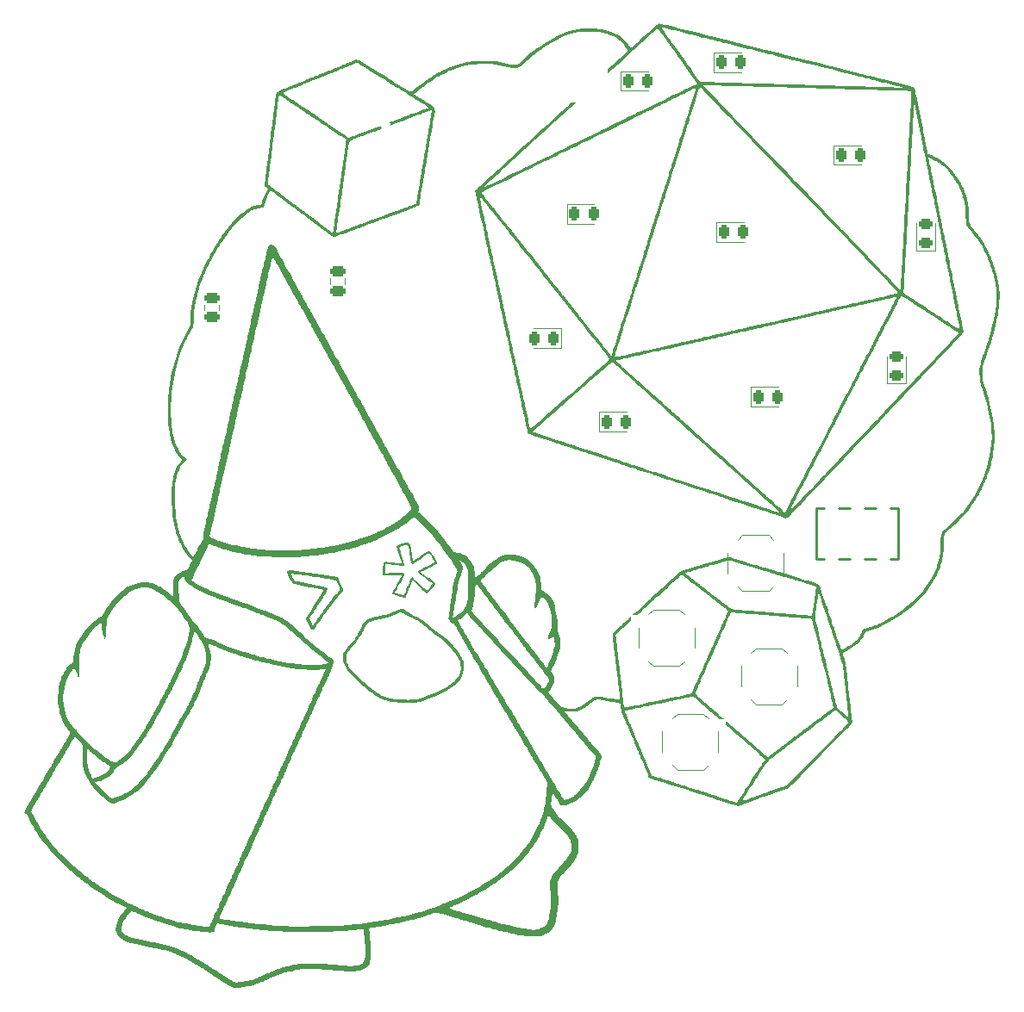
<source format=gbr>
%TF.GenerationSoftware,KiCad,Pcbnew,9.0.0*%
%TF.CreationDate,2025-12-18T00:51:24+08:00*%
%TF.ProjectId,hnr26-badge,686e7232-362d-4626-9164-67652e6b6963,0.0.14*%
%TF.SameCoordinates,Original*%
%TF.FileFunction,Legend,Top*%
%TF.FilePolarity,Positive*%
%FSLAX46Y46*%
G04 Gerber Fmt 4.6, Leading zero omitted, Abs format (unit mm)*
G04 Created by KiCad (PCBNEW 9.0.0) date 2025-12-18 00:51:24*
%MOMM*%
%LPD*%
G01*
G04 APERTURE LIST*
G04 Aperture macros list*
%AMRoundRect*
0 Rectangle with rounded corners*
0 $1 Rounding radius*
0 $2 $3 $4 $5 $6 $7 $8 $9 X,Y pos of 4 corners*
0 Add a 4 corners polygon primitive as box body*
4,1,4,$2,$3,$4,$5,$6,$7,$8,$9,$2,$3,0*
0 Add four circle primitives for the rounded corners*
1,1,$1+$1,$2,$3*
1,1,$1+$1,$4,$5*
1,1,$1+$1,$6,$7*
1,1,$1+$1,$8,$9*
0 Add four rect primitives between the rounded corners*
20,1,$1+$1,$2,$3,$4,$5,0*
20,1,$1+$1,$4,$5,$6,$7,0*
20,1,$1+$1,$6,$7,$8,$9,0*
20,1,$1+$1,$8,$9,$2,$3,0*%
%AMHorizOval*
0 Thick line with rounded ends*
0 $1 width*
0 $2 $3 position (X,Y) of the first rounded end (center of the circle)*
0 $4 $5 position (X,Y) of the second rounded end (center of the circle)*
0 Add line between two ends*
20,1,$1,$2,$3,$4,$5,0*
0 Add two circle primitives to create the rounded ends*
1,1,$1,$2,$3*
1,1,$1,$4,$5*%
G04 Aperture macros list end*
%ADD10C,0.120000*%
%ADD11C,0.250000*%
%ADD12C,0.000000*%
%ADD13C,0.900000*%
%ADD14R,1.000000X0.750000*%
%ADD15RoundRect,0.243750X-0.243750X-0.456250X0.243750X-0.456250X0.243750X0.456250X-0.243750X0.456250X0*%
%ADD16R,1.020000X2.400000*%
%ADD17RoundRect,0.250000X0.475000X-0.250000X0.475000X0.250000X-0.475000X0.250000X-0.475000X-0.250000X0*%
%ADD18RoundRect,0.243750X0.243750X0.456250X-0.243750X0.456250X-0.243750X-0.456250X0.243750X-0.456250X0*%
%ADD19RoundRect,0.243750X0.456250X-0.243750X0.456250X0.243750X-0.456250X0.243750X-0.456250X-0.243750X0*%
%ADD20C,5.600000*%
%ADD21RoundRect,0.250000X-0.475000X0.250000X-0.475000X-0.250000X0.475000X-0.250000X0.475000X0.250000X0*%
%ADD22C,0.650000*%
%ADD23HorizOval,1.000000X-0.156292X0.368202X0.156292X-0.368202X0*%
%ADD24HorizOval,1.000000X-0.214902X0.506278X0.214902X-0.506278X0*%
%ADD25R,1.700000X1.700000*%
%ADD26C,1.700000*%
G04 APERTURE END LIST*
D10*
%TO.C,SW1*%
X166454532Y-103977072D02*
X166454532Y-101977072D01*
X167454532Y-100677072D02*
X167904532Y-100227072D01*
X167454532Y-105277072D02*
X167904532Y-105727072D01*
X170504532Y-100227072D02*
X167904532Y-100227072D01*
X170504532Y-105727072D02*
X167904532Y-105727072D01*
X170954532Y-100677072D02*
X170504532Y-100227072D01*
X170954532Y-105277072D02*
X170504532Y-105727072D01*
X171954532Y-103977072D02*
X171954532Y-101977072D01*
%TO.C,D6*%
X168762392Y-85655976D02*
X168762392Y-87575976D01*
X168762392Y-87575976D02*
X171447392Y-87575976D01*
X171447392Y-85655976D02*
X168762392Y-85655976D01*
D11*
%TO.C,U7*%
X175186687Y-97563477D02*
X175906687Y-97563477D01*
X175186687Y-102563477D02*
X175186687Y-97563477D01*
X175886687Y-102563477D02*
X175186687Y-102563477D01*
X175906687Y-102563477D02*
X175686687Y-102563477D01*
X177386687Y-97563477D02*
X178446687Y-97563477D01*
X178446687Y-102563477D02*
X177386687Y-102563477D01*
X179926687Y-97563477D02*
X180986687Y-97563477D01*
X180986687Y-102563477D02*
X179926687Y-102563477D01*
X182466687Y-97563477D02*
X183186687Y-97563477D01*
X183186687Y-97563477D02*
X183186687Y-102563477D01*
X183186687Y-102563477D02*
X182466687Y-102563477D01*
D10*
%TO.C,C2*%
X115042721Y-78117665D02*
X115042721Y-77595161D01*
X116512721Y-78117665D02*
X116512721Y-77595161D01*
%TO.C,D1*%
X147440014Y-81826736D02*
X150125014Y-81826736D01*
X150125014Y-79906736D02*
X147440014Y-79906736D01*
X150125014Y-81826736D02*
X150125014Y-79906736D01*
%TO.C,D2*%
X150668382Y-67694414D02*
X150668382Y-69614414D01*
X150668382Y-69614414D02*
X153353382Y-69614414D01*
X153353382Y-67694414D02*
X150668382Y-67694414D01*
%TO.C,D9*%
X182091872Y-82636629D02*
X182091872Y-85321629D01*
X182091872Y-85321629D02*
X184011872Y-85321629D01*
X184011872Y-85321629D02*
X184011872Y-82636629D01*
%TO.C,SW4*%
X167768168Y-115106325D02*
X167768168Y-113106325D01*
X168768168Y-111806325D02*
X169218168Y-111356325D01*
X168768168Y-116406325D02*
X169218168Y-116856325D01*
X171818168Y-111356325D02*
X169218168Y-111356325D01*
X171818168Y-116856325D02*
X169218168Y-116856325D01*
X172268168Y-111806325D02*
X171818168Y-111356325D01*
X172268168Y-116406325D02*
X171818168Y-116856325D01*
X173268168Y-115106325D02*
X173268168Y-113106325D01*
%TO.C,D3*%
X153846081Y-88128326D02*
X153846081Y-90048326D01*
X153846081Y-90048326D02*
X156531081Y-90048326D01*
X156531081Y-88128326D02*
X153846081Y-88128326D01*
%TO.C,C10*%
X127413853Y-75003071D02*
X127413853Y-75525575D01*
X128883853Y-75003071D02*
X128883853Y-75525575D01*
%TO.C,D5*%
X165356305Y-69473148D02*
X165356305Y-71393148D01*
X165356305Y-71393148D02*
X168041305Y-71393148D01*
X168041305Y-69473148D02*
X165356305Y-69473148D01*
%TO.C,D4*%
X155938671Y-54627307D02*
X155938671Y-56547307D01*
X155938671Y-56547307D02*
X158623671Y-56547307D01*
X158623671Y-54627307D02*
X155938671Y-54627307D01*
%TO.C,D10*%
X184967470Y-69574090D02*
X184967470Y-72259090D01*
X184967470Y-72259090D02*
X186887470Y-72259090D01*
X186887470Y-72259090D02*
X186887470Y-69574090D01*
D12*
%TO.C,G\u002A\u002A\u002A*%
G36*
X179461982Y-85380092D02*
G01*
X179437883Y-85404191D01*
X179413784Y-85380092D01*
X179437883Y-85355994D01*
X179461982Y-85380092D01*
G37*
G36*
X123722361Y-103714381D02*
G01*
X124048662Y-103757128D01*
X124085247Y-103762028D01*
X124283883Y-103789277D01*
X124463285Y-103815045D01*
X124586416Y-103834005D01*
X124591319Y-103834828D01*
X124694825Y-103850602D01*
X124868971Y-103875312D01*
X125088805Y-103905478D01*
X125312266Y-103935364D01*
X125552435Y-103967292D01*
X125770369Y-103996652D01*
X125941019Y-104020044D01*
X126035226Y-104033450D01*
X126140776Y-104048643D01*
X126315963Y-104073170D01*
X126534903Y-104103429D01*
X126734088Y-104130695D01*
X126969817Y-104163331D01*
X127183573Y-104193849D01*
X127349461Y-104218498D01*
X127432949Y-104231937D01*
X127562520Y-104253117D01*
X127739906Y-104279885D01*
X127859648Y-104297029D01*
X128017773Y-104324734D01*
X128135929Y-104355801D01*
X128180053Y-104377227D01*
X128227428Y-104453925D01*
X128297388Y-104598469D01*
X128380751Y-104788115D01*
X128468336Y-105000120D01*
X128550963Y-105211739D01*
X128619451Y-105400230D01*
X128664619Y-105542847D01*
X128677822Y-105610356D01*
X128644800Y-105741853D01*
X128585472Y-105827244D01*
X128505172Y-105910780D01*
X128393703Y-106038564D01*
X128305574Y-106145434D01*
X128184864Y-106290177D01*
X128069869Y-106418992D01*
X128007363Y-106482816D01*
X127921867Y-106577685D01*
X127810420Y-106720319D01*
X127712910Y-106857098D01*
X127599044Y-107021298D01*
X127488994Y-107174473D01*
X127419463Y-107266775D01*
X127346279Y-107363601D01*
X127231516Y-107519933D01*
X127089083Y-107716455D01*
X126932891Y-107933852D01*
X126776848Y-108152807D01*
X126634863Y-108354004D01*
X126579702Y-108432971D01*
X126500705Y-108543032D01*
X126383378Y-108702327D01*
X126247939Y-108883509D01*
X126187797Y-108963141D01*
X126060481Y-109136374D01*
X125953141Y-109292071D01*
X125881476Y-109407010D01*
X125863658Y-109442616D01*
X125815809Y-109526482D01*
X125752786Y-109541211D01*
X125655109Y-109485784D01*
X125582980Y-109427906D01*
X125505852Y-109337931D01*
X125407166Y-109188651D01*
X125300046Y-109004593D01*
X125197615Y-108810281D01*
X125112999Y-108630243D01*
X125059320Y-108489003D01*
X125047181Y-108426620D01*
X125073164Y-108350124D01*
X125138997Y-108231824D01*
X125179723Y-108170078D01*
X125244947Y-108075943D01*
X125298868Y-107996234D01*
X125354932Y-107910050D01*
X125426583Y-107796495D01*
X125527266Y-107634668D01*
X125609085Y-107502673D01*
X125705623Y-107348932D01*
X125837835Y-107141179D01*
X125988666Y-106906092D01*
X126141058Y-106670352D01*
X126148288Y-106659219D01*
X126347348Y-106352555D01*
X126499909Y-106116815D01*
X126612104Y-105942163D01*
X126690068Y-105818767D01*
X126739931Y-105736792D01*
X126767829Y-105686402D01*
X126779894Y-105657766D01*
X126782285Y-105642642D01*
X126765407Y-105618321D01*
X126702964Y-105593388D01*
X126577242Y-105562303D01*
X126420805Y-105529607D01*
X126348986Y-105515224D01*
X126196216Y-105484701D01*
X125976076Y-105440750D01*
X125702150Y-105386082D01*
X125388019Y-105323408D01*
X125071279Y-105260228D01*
X124653429Y-105175186D01*
X124322811Y-105103854D01*
X124071554Y-105044239D01*
X123891782Y-104994348D01*
X123775623Y-104952187D01*
X123716946Y-104917410D01*
X123656825Y-104836844D01*
X123571387Y-104689610D01*
X123472771Y-104497860D01*
X123388032Y-104317255D01*
X123285829Y-104087539D01*
X123264671Y-104033029D01*
X123608728Y-104033029D01*
X123617006Y-104083557D01*
X123658850Y-104194788D01*
X123715343Y-104321343D01*
X123782858Y-104473922D01*
X123828886Y-104597044D01*
X123842247Y-104654079D01*
X123887458Y-104703827D01*
X124011473Y-104740152D01*
X124047086Y-104745502D01*
X124202914Y-104770138D01*
X124405811Y-104807844D01*
X124589306Y-104845663D01*
X124776701Y-104886104D01*
X124941723Y-104921099D01*
X125047181Y-104942775D01*
X125164222Y-104966161D01*
X125347602Y-105003272D01*
X125578687Y-105050289D01*
X125838846Y-105103398D01*
X126109443Y-105158781D01*
X126371845Y-105212622D01*
X126607420Y-105261103D01*
X126797533Y-105300409D01*
X126923551Y-105326722D01*
X126961634Y-105334908D01*
X127084621Y-105404440D01*
X127139651Y-105528045D01*
X127120195Y-105669784D01*
X127068453Y-105775020D01*
X126973511Y-105940201D01*
X126847235Y-106146154D01*
X126701493Y-106373708D01*
X126548151Y-106603692D01*
X126487952Y-106691197D01*
X126408200Y-106810558D01*
X126357734Y-106894914D01*
X126348509Y-106917243D01*
X126323500Y-106965435D01*
X126255884Y-107075880D01*
X126156773Y-107230794D01*
X126067283Y-107367239D01*
X125920589Y-107590164D01*
X125766389Y-107826825D01*
X125629634Y-108038848D01*
X125580749Y-108115500D01*
X125375441Y-108439143D01*
X125532058Y-108778928D01*
X125611948Y-108948090D01*
X125665790Y-109042798D01*
X125706552Y-109076743D01*
X125747199Y-109063619D01*
X125777605Y-109038233D01*
X125845824Y-108962698D01*
X125866536Y-108919454D01*
X125892907Y-108862729D01*
X125961246Y-108754980D01*
X126035008Y-108649790D01*
X126129968Y-108519441D01*
X126263916Y-108335654D01*
X126419036Y-108122872D01*
X126577228Y-107905926D01*
X126723902Y-107704086D01*
X126855446Y-107521754D01*
X126958442Y-107377618D01*
X127019474Y-107290363D01*
X127023272Y-107284705D01*
X127107387Y-107165186D01*
X127193805Y-107050143D01*
X127265645Y-106956192D01*
X127340825Y-106852800D01*
X127432532Y-106721106D01*
X127553954Y-106542252D01*
X127675587Y-106361140D01*
X127787445Y-106205593D01*
X127889937Y-106082892D01*
X127964351Y-106014985D01*
X127975464Y-106009447D01*
X128052599Y-105956340D01*
X128157051Y-105853195D01*
X128219161Y-105780559D01*
X128296581Y-105678061D01*
X128340172Y-105590855D01*
X128348344Y-105497941D01*
X128319508Y-105378317D01*
X128252073Y-105210982D01*
X128160848Y-105010419D01*
X127997249Y-104656238D01*
X127546408Y-104572844D01*
X127306660Y-104531020D01*
X126994981Y-104480364D01*
X126635042Y-104424397D01*
X126250510Y-104366637D01*
X125865057Y-104310605D01*
X125502351Y-104259820D01*
X125186063Y-104217802D01*
X125023082Y-104197629D01*
X124753358Y-104165151D01*
X124521120Y-104135886D01*
X124284716Y-104104405D01*
X124002493Y-104065281D01*
X123940471Y-104056567D01*
X123778388Y-104037034D01*
X123658614Y-104028741D01*
X123608728Y-104033029D01*
X123264671Y-104033029D01*
X123219581Y-103916862D01*
X123197707Y-103798519D01*
X123228629Y-103725805D01*
X123320765Y-103692014D01*
X123482536Y-103690441D01*
X123722361Y-103714381D01*
G37*
G36*
X135133885Y-100965774D02*
G01*
X135220399Y-101026059D01*
X135277299Y-101136885D01*
X135307367Y-101245744D01*
X135356040Y-101475722D01*
X135404045Y-101735051D01*
X135447200Y-101997229D01*
X135481320Y-102235754D01*
X135502220Y-102424124D01*
X135506742Y-102508512D01*
X135516776Y-102672477D01*
X135552373Y-102757000D01*
X135624377Y-102764649D01*
X135743629Y-102697990D01*
X135876434Y-102596052D01*
X136053423Y-102458574D01*
X136258651Y-102308558D01*
X136475803Y-102156831D01*
X136688561Y-102014216D01*
X136880610Y-101891539D01*
X137035633Y-101799625D01*
X137137314Y-101749299D01*
X137162094Y-101743090D01*
X137217619Y-101781355D01*
X137309799Y-101883798D01*
X137425773Y-102031898D01*
X137552677Y-102207129D01*
X137677648Y-102390969D01*
X137787825Y-102564892D01*
X137870343Y-102710377D01*
X137912341Y-102808898D01*
X137915121Y-102827531D01*
X137897877Y-102932957D01*
X137878985Y-102974617D01*
X137792970Y-103054308D01*
X137629409Y-103164493D01*
X137399681Y-103298455D01*
X137115161Y-103449476D01*
X136862921Y-103574599D01*
X136316043Y-103838483D01*
X136477342Y-103973439D01*
X136582609Y-104054696D01*
X136745107Y-104172162D01*
X136941443Y-104309208D01*
X137120615Y-104430778D01*
X137386887Y-104614151D01*
X137576697Y-104758015D01*
X137698023Y-104869352D01*
X137758846Y-104955145D01*
X137769676Y-104998751D01*
X137739864Y-105059553D01*
X137661495Y-105162014D01*
X137590539Y-105241841D01*
X137458303Y-105384166D01*
X137300757Y-105555758D01*
X137182942Y-105685326D01*
X137063163Y-105810136D01*
X136963685Y-105899991D01*
X136905292Y-105936191D01*
X136904015Y-105936259D01*
X136854478Y-105903993D01*
X136748591Y-105814349D01*
X136598212Y-105678061D01*
X136415204Y-105505862D01*
X136224943Y-105321743D01*
X136020946Y-105124418D01*
X135837365Y-104951742D01*
X135686390Y-104814791D01*
X135580206Y-104724637D01*
X135532485Y-104692532D01*
X135474526Y-104725111D01*
X135418635Y-104835201D01*
X135410009Y-104861222D01*
X135352637Y-105024141D01*
X135279128Y-105206666D01*
X135256823Y-105257394D01*
X135195741Y-105404351D01*
X135118973Y-105605550D01*
X135040675Y-105823573D01*
X135021097Y-105880501D01*
X134953534Y-106069101D01*
X134891706Y-106224041D01*
X134845426Y-106321403D01*
X134832778Y-106339580D01*
X134732732Y-106393605D01*
X134630713Y-106387287D01*
X134606991Y-106372049D01*
X134541163Y-106339101D01*
X134414130Y-106292123D01*
X134301071Y-106255914D01*
X134118122Y-106200694D01*
X133943683Y-106147871D01*
X133867295Y-106124654D01*
X133724405Y-106069776D01*
X133607957Y-106006801D01*
X133603062Y-106003304D01*
X133549825Y-105958828D01*
X133535101Y-105911822D01*
X133561020Y-105834263D01*
X133625695Y-105705871D01*
X133715510Y-105540194D01*
X133828729Y-105340989D01*
X133920509Y-105185397D01*
X134058277Y-104951556D01*
X134187585Y-104722439D01*
X134299543Y-104514823D01*
X134385257Y-104345481D01*
X134435837Y-104231190D01*
X134445663Y-104194649D01*
X134407500Y-104175099D01*
X134290015Y-104162201D01*
X134088717Y-104155785D01*
X133799111Y-104155682D01*
X133517864Y-104159710D01*
X132590065Y-104177056D01*
X132596201Y-104004407D01*
X132794002Y-104004407D01*
X132957119Y-103983828D01*
X133061687Y-103975238D01*
X133241305Y-103965256D01*
X133474656Y-103954880D01*
X133740425Y-103945107D01*
X133876121Y-103940838D01*
X134184325Y-103933787D01*
X134407875Y-103934011D01*
X134558280Y-103942059D01*
X134647045Y-103958477D01*
X134682442Y-103979197D01*
X134709141Y-104058926D01*
X134688275Y-104184873D01*
X134616761Y-104365947D01*
X134491516Y-104611055D01*
X134418537Y-104741578D01*
X134286163Y-104974475D01*
X134141311Y-105230357D01*
X134011289Y-105460963D01*
X133988434Y-105501646D01*
X133786005Y-105862290D01*
X134224278Y-106007764D01*
X134662551Y-106153238D01*
X134717872Y-106032699D01*
X134771311Y-105907954D01*
X134833275Y-105752408D01*
X134845859Y-105719371D01*
X134898094Y-105585253D01*
X134973820Y-105396240D01*
X135059353Y-105186375D01*
X135087996Y-105116904D01*
X135168326Y-104916288D01*
X135237081Y-104732936D01*
X135283237Y-104596682D01*
X135292761Y-104562635D01*
X135351181Y-104421181D01*
X135433177Y-104350805D01*
X135457807Y-104346544D01*
X135516403Y-104380339D01*
X135640732Y-104482456D01*
X135829598Y-104651848D01*
X136081800Y-104887467D01*
X136132570Y-104935634D01*
X136312705Y-105106790D01*
X136492843Y-105277820D01*
X136644957Y-105422118D01*
X136700987Y-105475211D01*
X136907925Y-105671174D01*
X137214812Y-105334287D01*
X137345232Y-105185544D01*
X137443449Y-105062752D01*
X137496189Y-104983108D01*
X137500876Y-104963708D01*
X137454784Y-104924989D01*
X137345030Y-104844909D01*
X137188305Y-104735356D01*
X137011150Y-104614837D01*
X136664214Y-104376141D01*
X136387831Y-104174168D01*
X136185128Y-104011468D01*
X136059231Y-103890592D01*
X136013268Y-103814088D01*
X136014645Y-103802163D01*
X136031472Y-103772346D01*
X136066573Y-103739464D01*
X136132046Y-103696738D01*
X136239986Y-103637386D01*
X136402489Y-103554628D01*
X136631653Y-103441684D01*
X136831431Y-103344327D01*
X137053287Y-103233588D01*
X137266192Y-103122353D01*
X137440857Y-103026166D01*
X137522103Y-102977755D01*
X137642619Y-102896118D01*
X137692883Y-102840085D01*
X137686849Y-102788340D01*
X137666695Y-102756881D01*
X137610567Y-102676932D01*
X137517630Y-102542222D01*
X137405137Y-102377798D01*
X137369176Y-102324981D01*
X137135763Y-101981747D01*
X136959498Y-102088106D01*
X136856968Y-102155365D01*
X136696857Y-102266777D01*
X136498618Y-102408540D01*
X136281699Y-102566856D01*
X136210596Y-102619442D01*
X135987144Y-102779779D01*
X135791249Y-102909854D01*
X135637637Y-103000504D01*
X135541034Y-103042568D01*
X135527522Y-103044419D01*
X135467811Y-103035207D01*
X135419775Y-102999680D01*
X135379953Y-102926003D01*
X135344886Y-102802340D01*
X135311113Y-102616855D01*
X135275174Y-102357712D01*
X135238660Y-102056373D01*
X135218458Y-101901282D01*
X135198991Y-101779458D01*
X135191268Y-101743090D01*
X135170593Y-101647461D01*
X135146288Y-101512814D01*
X135144524Y-101502104D01*
X135109833Y-101322296D01*
X135072284Y-101219164D01*
X135021577Y-101173276D01*
X134965685Y-101164722D01*
X134854956Y-101180007D01*
X134703224Y-101219605D01*
X134536527Y-101274137D01*
X134380902Y-101334220D01*
X134262384Y-101390473D01*
X134207011Y-101433516D01*
X134205751Y-101438538D01*
X134219987Y-101501937D01*
X134259965Y-101639481D01*
X134320419Y-101834040D01*
X134396087Y-102068488D01*
X134442769Y-102209695D01*
X134526654Y-102467614D01*
X134599615Y-102703789D01*
X134655802Y-102898361D01*
X134689364Y-103031475D01*
X134695805Y-103068517D01*
X134710748Y-103213109D01*
X134397465Y-103212838D01*
X134088396Y-103202380D01*
X133714694Y-103170727D01*
X133263624Y-103116732D01*
X133132285Y-103098918D01*
X132974704Y-103080770D01*
X132890375Y-103084011D01*
X132857942Y-103111556D01*
X132854492Y-103136831D01*
X132850690Y-103218706D01*
X132841184Y-103368123D01*
X132827823Y-103556529D01*
X132823918Y-103608758D01*
X132794002Y-104004407D01*
X132596201Y-104004407D01*
X132603769Y-103791477D01*
X132620375Y-103425961D01*
X132640869Y-103152987D01*
X132665126Y-102973872D01*
X132689531Y-102894857D01*
X132750408Y-102874185D01*
X132881622Y-102867979D01*
X133058348Y-102875318D01*
X133255764Y-102895284D01*
X133424152Y-102922044D01*
X133509198Y-102933436D01*
X133660752Y-102949486D01*
X133849240Y-102967109D01*
X133891393Y-102970776D01*
X134084436Y-102989302D01*
X134247294Y-103008472D01*
X134350135Y-103024691D01*
X134361317Y-103027387D01*
X134406525Y-103033539D01*
X134432025Y-103014245D01*
X134435748Y-102958377D01*
X134415619Y-102854807D01*
X134369568Y-102692408D01*
X134295521Y-102460053D01*
X134204676Y-102186244D01*
X134103136Y-101877971D01*
X134032071Y-101647401D01*
X133989054Y-101481632D01*
X133971656Y-101367759D01*
X133977450Y-101292881D01*
X134004007Y-101244096D01*
X134023936Y-101225750D01*
X134094200Y-101193144D01*
X134234246Y-101143772D01*
X134420669Y-101085541D01*
X134546158Y-101049329D01*
X134811814Y-100981292D01*
X135002707Y-100952146D01*
X135133885Y-100965774D01*
G37*
G36*
X134742449Y-107575700D02*
G01*
X134793880Y-107618676D01*
X134919440Y-107720396D01*
X135110695Y-107846368D01*
X135344565Y-107983275D01*
X135597973Y-108117800D01*
X135847840Y-108236625D01*
X135915419Y-108265857D01*
X136119456Y-108361659D01*
X136322060Y-108472706D01*
X136469688Y-108568257D01*
X136644666Y-108697422D01*
X136832478Y-108835999D01*
X136901350Y-108886797D01*
X137050808Y-109002092D01*
X137189395Y-109117200D01*
X137242974Y-109165481D01*
X137362656Y-109272595D01*
X137507772Y-109394316D01*
X137552945Y-109430567D01*
X137702128Y-109549734D01*
X137849926Y-109669602D01*
X137886083Y-109699328D01*
X137991926Y-109782895D01*
X138149463Y-109902651D01*
X138332120Y-110038515D01*
X138421944Y-110104304D01*
X138785635Y-110395000D01*
X139154514Y-110736478D01*
X139508775Y-111107331D01*
X139828611Y-111486154D01*
X140094216Y-111851541D01*
X140206684Y-112033223D01*
X140288082Y-112168637D01*
X140353839Y-112267038D01*
X140382054Y-112300154D01*
X140412010Y-112356980D01*
X140454607Y-112480483D01*
X140498910Y-112637535D01*
X140557700Y-113022954D01*
X140548149Y-113425575D01*
X140473061Y-113811388D01*
X140382045Y-114055303D01*
X140290987Y-114240783D01*
X140204614Y-114387701D01*
X140103354Y-114522367D01*
X139967636Y-114671092D01*
X139797866Y-114840657D01*
X139598174Y-115022598D01*
X139379753Y-115192328D01*
X139128572Y-115358363D01*
X138830598Y-115529218D01*
X138471800Y-115713410D01*
X138038145Y-115919454D01*
X137964069Y-115953554D01*
X137795810Y-116025949D01*
X137571758Y-116115565D01*
X137310495Y-116215684D01*
X137030601Y-116319587D01*
X136750656Y-116420556D01*
X136489241Y-116511873D01*
X136264938Y-116586819D01*
X136096326Y-116638676D01*
X136012076Y-116659354D01*
X135828846Y-116679965D01*
X135573709Y-116695352D01*
X135271033Y-116705167D01*
X134945181Y-116709064D01*
X134620521Y-116706696D01*
X134321416Y-116697713D01*
X134126240Y-116686253D01*
X133895681Y-116666544D01*
X133680207Y-116644415D01*
X133511737Y-116623308D01*
X133451477Y-116613532D01*
X133303542Y-116585493D01*
X133182259Y-116562643D01*
X133168433Y-116560057D01*
X133075504Y-116533726D01*
X132926367Y-116482388D01*
X132761666Y-116420376D01*
X132598679Y-116359192D01*
X132468946Y-116315455D01*
X132400385Y-116298575D01*
X132400186Y-116298573D01*
X132338589Y-116273189D01*
X132222528Y-116207432D01*
X132076148Y-116116714D01*
X131923597Y-116016450D01*
X131789019Y-115922053D01*
X131698414Y-115850602D01*
X131612330Y-115782591D01*
X131489336Y-115694909D01*
X131457427Y-115673343D01*
X131339464Y-115589675D01*
X131253896Y-115520245D01*
X131240539Y-115506912D01*
X131179098Y-115449736D01*
X131067771Y-115355209D01*
X130952472Y-115261349D01*
X130729667Y-115081879D01*
X130552863Y-114935132D01*
X130391686Y-114795022D01*
X130215760Y-114635461D01*
X130111967Y-114539485D01*
X129697265Y-114139478D01*
X129360620Y-113779620D01*
X129096726Y-113451662D01*
X128900277Y-113147353D01*
X128765967Y-112858444D01*
X128688490Y-112576683D01*
X128663600Y-112305372D01*
X128999363Y-112305372D01*
X129015444Y-112536048D01*
X129067827Y-112759856D01*
X129162725Y-112986033D01*
X129306350Y-113223815D01*
X129504912Y-113482436D01*
X129764626Y-113771134D01*
X130091701Y-114099143D01*
X130404777Y-114394893D01*
X130745854Y-114704287D01*
X131048126Y-114964955D01*
X131302003Y-115168818D01*
X131455721Y-115280142D01*
X131566824Y-115359151D01*
X131639643Y-115418346D01*
X131650217Y-115429847D01*
X131707317Y-115481449D01*
X131822541Y-115566757D01*
X131974427Y-115671684D01*
X132141511Y-115782147D01*
X132302330Y-115884058D01*
X132435420Y-115963333D01*
X132519320Y-116005886D01*
X132533480Y-116009504D01*
X132616284Y-116031453D01*
X132631129Y-116042535D01*
X132713774Y-116089507D01*
X132866288Y-116146775D01*
X133063755Y-116207087D01*
X133281262Y-116263191D01*
X133493892Y-116307833D01*
X133602209Y-116325214D01*
X133707084Y-116335631D01*
X133882914Y-116349003D01*
X134104378Y-116363539D01*
X134325169Y-116376321D01*
X134549253Y-116388871D01*
X134734277Y-116400025D01*
X134861309Y-116408586D01*
X134911417Y-116413357D01*
X134911509Y-116413409D01*
X134973977Y-116421380D01*
X135108997Y-116419742D01*
X135293406Y-116410292D01*
X135504039Y-116394828D01*
X135717731Y-116375149D01*
X135911319Y-116353051D01*
X136061637Y-116330333D01*
X136108471Y-116320513D01*
X136297358Y-116269720D01*
X136475717Y-116213995D01*
X136566346Y-116180738D01*
X136684852Y-116133228D01*
X136863995Y-116062789D01*
X137074381Y-115980943D01*
X137192911Y-115935181D01*
X137821154Y-115679469D01*
X138361472Y-115428885D01*
X138821856Y-115178925D01*
X139210293Y-114925085D01*
X139534772Y-114662863D01*
X139656758Y-114546273D01*
X139815101Y-114374979D01*
X139957788Y-114199829D01*
X140062030Y-114049580D01*
X140088560Y-114001447D01*
X140196599Y-113682629D01*
X140244852Y-113306982D01*
X140231500Y-112894698D01*
X140205379Y-112705353D01*
X140161590Y-112579950D01*
X140069669Y-112399696D01*
X139942155Y-112184650D01*
X139791586Y-111954869D01*
X139630498Y-111730410D01*
X139471650Y-111531587D01*
X138906492Y-110932915D01*
X138274086Y-110374193D01*
X137986379Y-110151172D01*
X137784634Y-110000256D01*
X137606921Y-109865660D01*
X137469595Y-109759892D01*
X137389014Y-109695460D01*
X137379048Y-109686718D01*
X137250184Y-109571980D01*
X137080497Y-109427996D01*
X136896524Y-109276531D01*
X136724803Y-109139354D01*
X136591872Y-109038231D01*
X136566346Y-109020122D01*
X136441483Y-108929010D01*
X136341911Y-108848196D01*
X136325359Y-108832869D01*
X136255254Y-108784799D01*
X136117949Y-108706293D01*
X135933322Y-108608258D01*
X135722892Y-108502398D01*
X135432974Y-108359407D01*
X135211322Y-108247347D01*
X135039037Y-108155998D01*
X134897217Y-108075138D01*
X134766960Y-107994546D01*
X134685369Y-107941323D01*
X134555086Y-107864633D01*
X134450314Y-107838953D01*
X134321880Y-107854348D01*
X134289563Y-107861362D01*
X134144756Y-107904412D01*
X133951894Y-107975584D01*
X133749458Y-108060535D01*
X133722703Y-108072639D01*
X133510213Y-108161829D01*
X133290179Y-108241520D01*
X133107665Y-108295490D01*
X133096137Y-108298187D01*
X132884111Y-108349091D01*
X132655006Y-108407929D01*
X132565966Y-108432051D01*
X132407103Y-108474738D01*
X132279531Y-108506569D01*
X132228585Y-108517425D01*
X131858325Y-108591115D01*
X131535257Y-108681375D01*
X131273192Y-108783226D01*
X131085942Y-108891687D01*
X131018716Y-108953684D01*
X130952865Y-109041849D01*
X130880010Y-109162879D01*
X130791357Y-109333099D01*
X130678113Y-109568835D01*
X130619094Y-109695652D01*
X130515125Y-109900265D01*
X130379168Y-110139495D01*
X130226763Y-110388666D01*
X130073445Y-110623103D01*
X129934755Y-110818128D01*
X129837011Y-110937697D01*
X129571989Y-111228117D01*
X129368277Y-111463808D01*
X129218175Y-111657342D01*
X129113984Y-111821293D01*
X129048003Y-111968232D01*
X129012531Y-112110733D01*
X128999870Y-112261367D01*
X128999363Y-112305372D01*
X128663600Y-112305372D01*
X128662540Y-112293822D01*
X128662503Y-112285734D01*
X128676236Y-112108716D01*
X128723185Y-111932875D01*
X128810736Y-111745138D01*
X128946272Y-111532434D01*
X129137179Y-111281688D01*
X129390842Y-110979830D01*
X129417670Y-110948941D01*
X129528372Y-110819498D01*
X129621616Y-110707796D01*
X129703325Y-110608290D01*
X129760167Y-110539106D01*
X129854966Y-110409252D01*
X129971923Y-110227337D01*
X130101154Y-110011393D01*
X130232777Y-109779456D01*
X130356909Y-109549558D01*
X130463668Y-109339732D01*
X130543171Y-109168013D01*
X130585534Y-109052434D01*
X130589875Y-109025084D01*
X130626162Y-108952046D01*
X130720822Y-108843857D01*
X130852554Y-108719625D01*
X131000059Y-108598459D01*
X131142036Y-108499467D01*
X131227121Y-108453422D01*
X131371865Y-108401297D01*
X131578371Y-108341930D01*
X131813403Y-108284429D01*
X131947506Y-108255959D01*
X132293805Y-108184069D01*
X132602975Y-108114082D01*
X132860288Y-108049669D01*
X133051019Y-107994503D01*
X133155730Y-107954719D01*
X133253422Y-107918543D01*
X133293956Y-107912350D01*
X133358801Y-107893470D01*
X133489440Y-107842627D01*
X133664268Y-107768517D01*
X133788633Y-107713228D01*
X134115531Y-107582436D01*
X134378721Y-107516364D01*
X134585321Y-107514342D01*
X134742449Y-107575700D01*
G37*
G36*
X159791935Y-49944467D02*
G01*
X159866174Y-49959224D01*
X160022530Y-49994551D01*
X160249600Y-50047655D01*
X160535983Y-50115741D01*
X160870274Y-50196019D01*
X161241072Y-50285695D01*
X161636972Y-50381976D01*
X162046572Y-50482068D01*
X162458469Y-50583180D01*
X162861260Y-50682519D01*
X163243542Y-50777290D01*
X163593912Y-50864702D01*
X163900967Y-50941962D01*
X164153304Y-51006277D01*
X164339520Y-51054853D01*
X164448212Y-51084898D01*
X164448509Y-51084988D01*
X164532491Y-51107676D01*
X164696409Y-51149745D01*
X164926545Y-51207756D01*
X165209178Y-51278272D01*
X165530591Y-51357853D01*
X165877064Y-51443064D01*
X165894429Y-51447320D01*
X166253023Y-51535562D01*
X166597422Y-51621001D01*
X166911601Y-51699609D01*
X167179532Y-51767356D01*
X167385190Y-51820215D01*
X167509040Y-51853181D01*
X167653955Y-51891913D01*
X167874987Y-51949102D01*
X168154603Y-52020373D01*
X168475269Y-52101350D01*
X168819452Y-52187656D01*
X169169618Y-52274917D01*
X169508232Y-52358756D01*
X169817763Y-52434798D01*
X170080675Y-52498667D01*
X170279435Y-52545987D01*
X170352684Y-52562842D01*
X170491735Y-52595776D01*
X170700789Y-52647372D01*
X170956616Y-52711801D01*
X171235988Y-52783236D01*
X171388927Y-52822793D01*
X171663879Y-52893693D01*
X171920674Y-52958951D01*
X172138413Y-53013327D01*
X172296196Y-53051580D01*
X172352873Y-53064501D01*
X172452660Y-53087584D01*
X172633030Y-53130997D01*
X172881092Y-53191532D01*
X173183954Y-53265979D01*
X173528724Y-53351128D01*
X173902510Y-53443769D01*
X174292420Y-53540692D01*
X174685562Y-53638689D01*
X175069044Y-53734549D01*
X175429973Y-53825063D01*
X175755458Y-53907021D01*
X176032607Y-53977213D01*
X176248528Y-54032430D01*
X176390328Y-54069462D01*
X176401450Y-54072450D01*
X176542915Y-54109451D01*
X176760620Y-54164878D01*
X177037142Y-54234371D01*
X177355061Y-54313564D01*
X177696954Y-54398095D01*
X177943765Y-54458731D01*
X178306757Y-54548009D01*
X178671588Y-54638367D01*
X179017487Y-54724614D01*
X179323684Y-54801560D01*
X179569409Y-54864016D01*
X179678870Y-54892294D01*
X179956151Y-54963503D01*
X180259954Y-55039687D01*
X180542876Y-55109026D01*
X180666915Y-55138668D01*
X180837669Y-55179819D01*
X181084020Y-55240390D01*
X181388170Y-55315941D01*
X181732319Y-55402037D01*
X182098669Y-55494240D01*
X182450217Y-55583235D01*
X182816704Y-55675916D01*
X183173812Y-55765525D01*
X183504681Y-55847884D01*
X183792450Y-55918816D01*
X184020259Y-55974141D01*
X184169367Y-56009254D01*
X184439986Y-56075701D01*
X184628724Y-56135540D01*
X184749238Y-56194997D01*
X184815182Y-56260298D01*
X184836294Y-56313308D01*
X184849965Y-56379937D01*
X184880402Y-56531255D01*
X184925640Y-56757393D01*
X184983711Y-57048483D01*
X185052649Y-57394656D01*
X185130485Y-57786044D01*
X185215254Y-58212780D01*
X185293380Y-58606468D01*
X185384481Y-59064393D01*
X185472154Y-59502512D01*
X185554161Y-59909823D01*
X185628264Y-60275322D01*
X185692225Y-60588007D01*
X185743806Y-60836875D01*
X185780770Y-61010924D01*
X185798248Y-61088631D01*
X185841124Y-61282738D01*
X185876597Y-61472373D01*
X185891139Y-61570605D01*
X185914991Y-61722788D01*
X185953267Y-61919973D01*
X185988127Y-62077898D01*
X186032116Y-62275996D01*
X186070434Y-62467622D01*
X186090466Y-62583970D01*
X186115722Y-62732269D01*
X186141607Y-62852203D01*
X186145862Y-62867735D01*
X186172106Y-62930710D01*
X186203861Y-62903751D01*
X186217744Y-62879784D01*
X186300723Y-62808372D01*
X186423360Y-62822723D01*
X186539551Y-62887556D01*
X186647733Y-62954293D01*
X186807397Y-63044091D01*
X186980434Y-63135668D01*
X187281122Y-63305891D01*
X187593451Y-63510729D01*
X187888715Y-63729547D01*
X188138206Y-63941712D01*
X188236463Y-64038477D01*
X188368275Y-64185161D01*
X188508018Y-64353307D01*
X188641399Y-64524041D01*
X188754127Y-64678488D01*
X188831911Y-64797773D01*
X188860464Y-64862595D01*
X188892760Y-64923710D01*
X188956858Y-64992616D01*
X189028885Y-65074316D01*
X189053253Y-65128834D01*
X189082708Y-65200954D01*
X189124664Y-65256723D01*
X189229977Y-65402777D01*
X189353910Y-65621698D01*
X189488232Y-65893775D01*
X189624712Y-66199294D01*
X189755117Y-66518546D01*
X189871215Y-66831817D01*
X189964774Y-67119395D01*
X190027564Y-67361570D01*
X190044993Y-67460549D01*
X190067731Y-67619578D01*
X190088857Y-67751407D01*
X190095651Y-67788062D01*
X190103955Y-67867785D01*
X190114111Y-68024942D01*
X190125112Y-68240612D01*
X190135950Y-68495878D01*
X190141801Y-68655614D01*
X190161356Y-69050166D01*
X190190970Y-69358527D01*
X190232668Y-69590564D01*
X190288474Y-69756147D01*
X190360412Y-69865142D01*
X190396408Y-69896776D01*
X190459488Y-69956995D01*
X190567392Y-70073540D01*
X190704074Y-70227992D01*
X190853488Y-70401934D01*
X190999587Y-70576948D01*
X191125739Y-70733870D01*
X191232678Y-70882073D01*
X191362219Y-71079295D01*
X191505258Y-71309614D01*
X191652688Y-71557105D01*
X191795405Y-71805845D01*
X191924305Y-72039910D01*
X192030282Y-72243378D01*
X192104231Y-72400323D01*
X192137047Y-72494824D01*
X192137883Y-72503995D01*
X192155981Y-72559800D01*
X192203148Y-72676773D01*
X192261124Y-72811207D01*
X192333478Y-72974946D01*
X192395169Y-73114892D01*
X192426456Y-73186164D01*
X192467630Y-73293667D01*
X192519095Y-73444125D01*
X192567041Y-73595370D01*
X192597660Y-73705230D01*
X192600065Y-73716335D01*
X192619975Y-73784473D01*
X192662257Y-73913728D01*
X192710033Y-74053717D01*
X192958098Y-74914287D01*
X193113276Y-75796918D01*
X193175404Y-76697315D01*
X193144315Y-77611182D01*
X193019845Y-78534222D01*
X192903039Y-79079335D01*
X192854942Y-79280874D01*
X192813672Y-79461306D01*
X192786494Y-79588659D01*
X192782566Y-79609505D01*
X192760031Y-79712761D01*
X192718897Y-79880787D01*
X192666171Y-80085423D01*
X192635979Y-80198878D01*
X192586043Y-80384531D01*
X192543516Y-80541699D01*
X192504939Y-80681243D01*
X192466858Y-80814026D01*
X192425816Y-80950909D01*
X192378357Y-81102756D01*
X192321024Y-81280428D01*
X192250362Y-81494787D01*
X192162914Y-81756695D01*
X192055225Y-82077015D01*
X191923837Y-82466609D01*
X191765296Y-82936339D01*
X191759407Y-82953789D01*
X191630380Y-83372987D01*
X191544091Y-83753176D01*
X191500969Y-84113906D01*
X191501448Y-84474728D01*
X191545956Y-84855190D01*
X191634925Y-85274843D01*
X191768787Y-85753237D01*
X191825115Y-85934362D01*
X192091344Y-86818169D01*
X192306853Y-87632635D01*
X192474398Y-88388624D01*
X192546178Y-88778005D01*
X192639610Y-89475218D01*
X192688528Y-90192632D01*
X192692892Y-90904774D01*
X192652663Y-91586169D01*
X192567800Y-92211344D01*
X192551669Y-92296411D01*
X192498880Y-92552085D01*
X192439225Y-92821925D01*
X192377898Y-93084346D01*
X192320088Y-93317761D01*
X192270988Y-93500586D01*
X192235789Y-93611234D01*
X192234952Y-93613337D01*
X192202976Y-93702361D01*
X192150551Y-93858437D01*
X192085966Y-94056605D01*
X192040110Y-94200206D01*
X191972743Y-94404623D01*
X191911530Y-94575450D01*
X191864496Y-94691088D01*
X191843996Y-94727967D01*
X191802690Y-94816041D01*
X191800501Y-94838619D01*
X191778777Y-94913077D01*
X191719215Y-95055283D01*
X191630234Y-95248411D01*
X191520250Y-95475637D01*
X191397682Y-95720137D01*
X191270947Y-95965085D01*
X191148464Y-96193657D01*
X191038648Y-96389028D01*
X190959362Y-96519839D01*
X190819165Y-96733721D01*
X190658102Y-96973254D01*
X190514362Y-97181805D01*
X190400742Y-97344917D01*
X190304685Y-97484961D01*
X190242908Y-97577504D01*
X190234088Y-97591482D01*
X190181289Y-97669788D01*
X190160608Y-97694514D01*
X190120158Y-97742007D01*
X190037941Y-97843850D01*
X189931449Y-97978364D01*
X189927261Y-97983698D01*
X189591555Y-98378424D01*
X189200675Y-98783292D01*
X188786308Y-99166645D01*
X188523653Y-99385896D01*
X188289289Y-99584745D01*
X188079871Y-99785454D01*
X187911200Y-99971366D01*
X187799080Y-100125824D01*
X187772479Y-100177725D01*
X187740393Y-100313170D01*
X187717606Y-100542605D01*
X187704280Y-100864062D01*
X187701301Y-101049388D01*
X187691893Y-101393863D01*
X187671575Y-101734128D01*
X187642413Y-102050052D01*
X187606475Y-102321504D01*
X187565828Y-102528353D01*
X187540966Y-102610643D01*
X187510227Y-102714191D01*
X187489746Y-102803432D01*
X187444774Y-103011119D01*
X187393573Y-103201946D01*
X187329171Y-103393574D01*
X187244599Y-103603665D01*
X187132885Y-103849880D01*
X186987060Y-104149881D01*
X186852508Y-104418043D01*
X186456894Y-105108543D01*
X185981713Y-105771135D01*
X185423726Y-106409202D01*
X184779691Y-107026129D01*
X184046368Y-107625300D01*
X183221374Y-108209528D01*
X182661435Y-108570545D01*
X182160638Y-108870856D01*
X181708017Y-109115909D01*
X181292607Y-109311157D01*
X180903444Y-109462051D01*
X180529561Y-109574041D01*
X180425928Y-109599213D01*
X180184256Y-109664510D01*
X180022544Y-109734702D01*
X179924503Y-109820001D01*
X179873845Y-109930616D01*
X179869791Y-109947850D01*
X179795680Y-110176185D01*
X179668398Y-110392545D01*
X179474374Y-110617323D01*
X179335343Y-110750968D01*
X179144837Y-110912704D01*
X178902716Y-111099648D01*
X178634219Y-111294025D01*
X178364580Y-111478059D01*
X178119037Y-111633979D01*
X177931716Y-111739547D01*
X177828366Y-111807332D01*
X177776496Y-111871683D01*
X177775075Y-111880730D01*
X177791773Y-111955131D01*
X177835398Y-112088788D01*
X177891986Y-112240972D01*
X177948177Y-112391097D01*
X177983239Y-112498247D01*
X177989608Y-112539295D01*
X177989574Y-112539295D01*
X177989617Y-112577517D01*
X178012977Y-112651675D01*
X178042864Y-112764033D01*
X178071917Y-112926588D01*
X178084842Y-113025205D01*
X178105684Y-113206686D01*
X178132773Y-113435510D01*
X178160387Y-113663369D01*
X178161440Y-113671933D01*
X178181586Y-113843997D01*
X178208861Y-114088921D01*
X178240769Y-114383652D01*
X178274814Y-114705135D01*
X178307591Y-115021458D01*
X178338793Y-115323511D01*
X178367786Y-115599169D01*
X178392763Y-115831628D01*
X178411913Y-116004082D01*
X178423429Y-116099729D01*
X178424309Y-116105899D01*
X178439100Y-116221003D01*
X178461047Y-116412484D01*
X178488099Y-116660764D01*
X178518208Y-116946264D01*
X178549324Y-117249406D01*
X178579396Y-117550613D01*
X178606376Y-117830307D01*
X178618572Y-117961496D01*
X178641401Y-118157989D01*
X178670560Y-118338048D01*
X178697178Y-118453159D01*
X178719288Y-118603844D01*
X178673382Y-118733943D01*
X178549187Y-118871149D01*
X178538618Y-118880569D01*
X178482505Y-118934780D01*
X178366362Y-119050670D01*
X178197437Y-119220886D01*
X177982980Y-119438076D01*
X177730240Y-119694886D01*
X177446466Y-119983964D01*
X177138906Y-120297956D01*
X176859325Y-120583930D01*
X176224524Y-121233822D01*
X175653520Y-121818316D01*
X175142727Y-122340944D01*
X174688559Y-122805241D01*
X174287430Y-123214740D01*
X173935755Y-123572972D01*
X173629946Y-123883473D01*
X173366419Y-124149774D01*
X173141586Y-124375409D01*
X172951864Y-124563910D01*
X172793665Y-124718812D01*
X172663403Y-124843647D01*
X172557493Y-124941949D01*
X172472349Y-125017249D01*
X172404385Y-125073083D01*
X172350014Y-125112982D01*
X172305652Y-125140479D01*
X172267711Y-125159109D01*
X172232607Y-125172404D01*
X172196753Y-125183896D01*
X172187712Y-125186755D01*
X171960150Y-125260964D01*
X171729826Y-125338979D01*
X171522214Y-125411900D01*
X171362788Y-125470832D01*
X171292532Y-125499429D01*
X171198124Y-125536567D01*
X171046172Y-125591159D01*
X170882854Y-125646916D01*
X170708059Y-125706366D01*
X170558974Y-125759292D01*
X170473177Y-125792113D01*
X170343649Y-125843360D01*
X170280388Y-125866278D01*
X170012280Y-125958985D01*
X169705238Y-126065500D01*
X169374709Y-126180429D01*
X169036140Y-126298378D01*
X168704977Y-126413956D01*
X168396667Y-126521769D01*
X168126656Y-126616424D01*
X167910392Y-126692527D01*
X167763319Y-126744687D01*
X167726141Y-126758068D01*
X167437169Y-126863074D01*
X167051378Y-126739699D01*
X166874779Y-126683128D01*
X166630943Y-126604887D01*
X166344388Y-126512850D01*
X166039634Y-126414891D01*
X165822133Y-126344929D01*
X165542725Y-126255231D01*
X165285942Y-126173177D01*
X165069564Y-126104420D01*
X164911373Y-126054612D01*
X164834088Y-126030847D01*
X164719726Y-125995532D01*
X164547151Y-125940470D01*
X164349634Y-125876300D01*
X164306772Y-125862226D01*
X164120465Y-125802036D01*
X163963676Y-125753408D01*
X163863451Y-125724666D01*
X163848897Y-125721254D01*
X163760105Y-125696367D01*
X163622920Y-125650929D01*
X163556858Y-125627472D01*
X163405574Y-125575318D01*
X163278511Y-125536171D01*
X163243575Y-125527193D01*
X163121578Y-125493128D01*
X163026687Y-125460988D01*
X162933581Y-125428790D01*
X162765825Y-125373012D01*
X162540648Y-125299221D01*
X162275284Y-125212988D01*
X161986962Y-125119882D01*
X161692913Y-125025470D01*
X161410369Y-124935322D01*
X161156561Y-124855008D01*
X161002399Y-124806743D01*
X160701619Y-124712457D01*
X160377919Y-124609758D01*
X160048000Y-124504067D01*
X159728559Y-124400805D01*
X159436297Y-124305391D01*
X159187912Y-124223247D01*
X159000104Y-124159793D01*
X158898220Y-124123724D01*
X158766476Y-124062880D01*
X158698605Y-123988674D01*
X158665259Y-123875115D01*
X158619788Y-123712417D01*
X158551340Y-123542636D01*
X158541505Y-123522743D01*
X158479606Y-123391188D01*
X158398836Y-123205819D01*
X158314877Y-123002811D01*
X158300256Y-122966232D01*
X158215998Y-122756822D01*
X158131490Y-122551215D01*
X158063202Y-122389418D01*
X158055443Y-122371553D01*
X157990592Y-122221844D01*
X157936712Y-122095353D01*
X157921292Y-122058271D01*
X157880308Y-121963621D01*
X157814545Y-121817265D01*
X157755233Y-121687775D01*
X157688379Y-121533121D01*
X157642483Y-121407892D01*
X157628585Y-121347984D01*
X157599367Y-121254696D01*
X157585554Y-121236506D01*
X157552780Y-121177029D01*
X157492590Y-121045478D01*
X157412717Y-120859538D01*
X157320893Y-120636895D01*
X157291596Y-120564153D01*
X157183214Y-120296193D01*
X157070831Y-120022855D01*
X156967340Y-119775239D01*
X156885636Y-119584448D01*
X156881980Y-119576107D01*
X156784400Y-119351255D01*
X156672106Y-119088659D01*
X156567057Y-118839723D01*
X156552536Y-118804950D01*
X156446966Y-118553624D01*
X156326836Y-118270574D01*
X156216183Y-118012405D01*
X156204601Y-117985595D01*
X156121422Y-117774484D01*
X156053808Y-117568098D01*
X156047501Y-117542459D01*
X156392986Y-117542459D01*
X156404799Y-117616380D01*
X156442379Y-117737576D01*
X156509015Y-117915146D01*
X156607994Y-118158191D01*
X156742602Y-118475810D01*
X156811685Y-118636259D01*
X156942732Y-118940517D01*
X157037496Y-119162703D01*
X157098589Y-119308941D01*
X157099440Y-119311022D01*
X157140150Y-119405885D01*
X157205129Y-119552577D01*
X157263217Y-119681567D01*
X157328502Y-119831780D01*
X157373544Y-119947492D01*
X157387598Y-119997879D01*
X157407155Y-120061372D01*
X157457663Y-120181384D01*
X157508092Y-120289811D01*
X157573422Y-120429914D01*
X157617180Y-120532718D01*
X157628585Y-120568682D01*
X157646450Y-120627460D01*
X157690906Y-120737763D01*
X157706599Y-120773757D01*
X157808566Y-121005306D01*
X157885826Y-121185286D01*
X157953680Y-121349828D01*
X158005649Y-121479902D01*
X158077503Y-121653103D01*
X158169540Y-121863955D01*
X158250396Y-122041968D01*
X158323421Y-122203676D01*
X158377135Y-122331579D01*
X158401021Y-122400498D01*
X158401378Y-122403448D01*
X158421821Y-122468342D01*
X158471325Y-122583935D01*
X158496137Y-122636639D01*
X158554232Y-122773848D01*
X158587776Y-122885723D01*
X158590896Y-122910929D01*
X158613421Y-122995385D01*
X158633113Y-123017510D01*
X158667495Y-123071032D01*
X158725266Y-123193100D01*
X158796405Y-123361840D01*
X158830920Y-123449272D01*
X158906796Y-123641830D01*
X158964114Y-123764288D01*
X159019052Y-123836461D01*
X159087789Y-123878167D01*
X159186505Y-123909224D01*
X159212065Y-123916115D01*
X159353933Y-123959886D01*
X159456969Y-124001893D01*
X159481773Y-124017369D01*
X159567907Y-124054602D01*
X159604778Y-124058460D01*
X159673326Y-124072932D01*
X159817513Y-124113182D01*
X160021546Y-124174468D01*
X160269629Y-124252043D01*
X160545969Y-124341164D01*
X160547036Y-124341513D01*
X160831531Y-124433588D01*
X161095443Y-124517120D01*
X161320789Y-124586564D01*
X161489589Y-124636372D01*
X161580767Y-124660362D01*
X161707331Y-124694078D01*
X161792502Y-124728909D01*
X161797655Y-124732397D01*
X161861214Y-124760686D01*
X161996011Y-124809238D01*
X162180925Y-124870727D01*
X162351925Y-124924673D01*
X162585299Y-124997115D01*
X162808784Y-125067333D01*
X162991469Y-125125573D01*
X163074885Y-125152783D01*
X163213642Y-125197640D01*
X163315432Y-125228291D01*
X163339970Y-125234543D01*
X163404191Y-125253063D01*
X163547564Y-125297708D01*
X163757676Y-125364475D01*
X164022114Y-125449358D01*
X164328466Y-125548352D01*
X164664319Y-125657451D01*
X165017261Y-125772651D01*
X165374879Y-125889946D01*
X165557048Y-125949937D01*
X165809550Y-126032662D01*
X166033098Y-126104867D01*
X166210172Y-126160974D01*
X166323251Y-126195403D01*
X166352304Y-126203179D01*
X166427755Y-126224434D01*
X166569969Y-126269120D01*
X166754509Y-126329460D01*
X166858376Y-126364204D01*
X167048959Y-126427757D01*
X167203644Y-126478045D01*
X167300772Y-126508093D01*
X167321887Y-126513474D01*
X167359203Y-126477099D01*
X167435644Y-126376704D01*
X167443629Y-126365280D01*
X167853687Y-126365280D01*
X167863612Y-126371310D01*
X167874604Y-126371933D01*
X167926042Y-126356381D01*
X168055310Y-126312717D01*
X168249520Y-126245426D01*
X168495786Y-126158997D01*
X168781224Y-126057916D01*
X168982013Y-125986354D01*
X169287493Y-125877937D01*
X169563640Y-125781307D01*
X169797233Y-125700978D01*
X169975054Y-125641464D01*
X170083884Y-125607278D01*
X170111221Y-125600775D01*
X170191761Y-125578396D01*
X170244894Y-125552151D01*
X170318272Y-125520006D01*
X170464821Y-125463551D01*
X170666346Y-125389205D01*
X170904652Y-125303382D01*
X171161542Y-125212499D01*
X171418822Y-125122973D01*
X171658295Y-125041220D01*
X171861766Y-124973657D01*
X172011040Y-124926699D01*
X172050993Y-124915260D01*
X172101600Y-124896279D01*
X172162923Y-124861435D01*
X172240321Y-124805604D01*
X172339151Y-124723660D01*
X172464775Y-124610481D01*
X172622551Y-124460942D01*
X172817839Y-124269920D01*
X173055998Y-124032291D01*
X173342386Y-123742929D01*
X173682364Y-123396713D01*
X174081291Y-122988517D01*
X174288818Y-122775702D01*
X174427375Y-122633787D01*
X174624468Y-122432271D01*
X174871100Y-122180337D01*
X175158273Y-121887169D01*
X175476991Y-121561947D01*
X175818256Y-121213857D01*
X176173070Y-120852079D01*
X176532437Y-120485796D01*
X176570141Y-120447375D01*
X176908411Y-120102254D01*
X177225792Y-119777625D01*
X177515947Y-119480027D01*
X177772541Y-119215996D01*
X177989239Y-118992071D01*
X178159703Y-118814788D01*
X178277599Y-118690685D01*
X178336591Y-118626300D01*
X178342232Y-118618888D01*
X178314331Y-118573392D01*
X178228799Y-118479902D01*
X178100488Y-118353975D01*
X178004851Y-118265426D01*
X177813454Y-118091253D01*
X177611522Y-117906485D01*
X177434508Y-117743588D01*
X177389496Y-117701920D01*
X177252687Y-117582752D01*
X177136388Y-117495300D01*
X177063206Y-117456348D01*
X177057871Y-117455721D01*
X176984462Y-117483535D01*
X176857145Y-117558140D01*
X176696996Y-117665754D01*
X176525092Y-117792596D01*
X176441603Y-117858688D01*
X176362486Y-117921639D01*
X176232289Y-118023881D01*
X176076152Y-118145689D01*
X176039970Y-118173813D01*
X175888462Y-118291513D01*
X175763940Y-118388293D01*
X175688002Y-118447366D01*
X175678490Y-118454782D01*
X175607083Y-118505221D01*
X175497849Y-118577553D01*
X175486953Y-118584576D01*
X175375861Y-118658335D01*
X175298111Y-118714012D01*
X175294164Y-118717174D01*
X175232718Y-118765561D01*
X175119323Y-118853404D01*
X174979629Y-118960841D01*
X174843683Y-119066411D01*
X174740050Y-119149403D01*
X174690744Y-119192179D01*
X174690445Y-119192526D01*
X174639971Y-119233728D01*
X174536013Y-119309189D01*
X174449458Y-119369352D01*
X174303986Y-119472050D01*
X174175471Y-119568083D01*
X174126807Y-119607158D01*
X174034188Y-119683641D01*
X173918870Y-119774880D01*
X173765574Y-119892672D01*
X173559021Y-120048814D01*
X173404719Y-120164653D01*
X173047322Y-120432704D01*
X172682374Y-120706763D01*
X172318507Y-120980318D01*
X171964353Y-121246858D01*
X171628544Y-121499871D01*
X171319711Y-121732849D01*
X171046488Y-121939278D01*
X170817505Y-122112648D01*
X170641395Y-122246449D01*
X170526790Y-122334170D01*
X170485026Y-122366928D01*
X170422782Y-122436770D01*
X170323160Y-122568680D01*
X170200290Y-122743246D01*
X170078219Y-122925823D01*
X169942561Y-123133137D01*
X169770635Y-123394905D01*
X169579466Y-123685259D01*
X169386080Y-123978329D01*
X169269355Y-124154855D01*
X168953109Y-124632733D01*
X168686159Y-125036489D01*
X168464577Y-125372368D01*
X168284434Y-125646616D01*
X168141801Y-125865477D01*
X168032748Y-126035198D01*
X167953348Y-126162023D01*
X167899670Y-126252199D01*
X167867787Y-126311970D01*
X167853769Y-126347582D01*
X167853687Y-126365280D01*
X167443629Y-126365280D01*
X167538508Y-126229542D01*
X167611071Y-126120720D01*
X167735397Y-125930246D01*
X167850643Y-125752267D01*
X167939102Y-125614189D01*
X167966915Y-125570022D01*
X168025699Y-125478498D01*
X168126916Y-125323974D01*
X168259310Y-125123511D01*
X168411624Y-124894167D01*
X168524627Y-124724745D01*
X168714914Y-124438525D01*
X168935700Y-124104120D01*
X169165355Y-123754428D01*
X169382246Y-123422348D01*
X169485619Y-123263204D01*
X169648795Y-123013478D01*
X169800522Y-122785171D01*
X169930625Y-122593294D01*
X170028925Y-122452861D01*
X170084644Y-122379560D01*
X170183993Y-122267073D01*
X170039401Y-122144387D01*
X169940436Y-122059258D01*
X169788318Y-121926992D01*
X169596948Y-121759811D01*
X169380225Y-121569932D01*
X169152049Y-121369575D01*
X168926322Y-121170957D01*
X168716943Y-120986299D01*
X168537813Y-120827818D01*
X168402832Y-120707734D01*
X168325900Y-120638265D01*
X168323944Y-120636449D01*
X168238185Y-120559998D01*
X168119404Y-120457861D01*
X168082501Y-120426731D01*
X167945222Y-120308717D01*
X167788506Y-120170079D01*
X167725836Y-120113448D01*
X167591798Y-119993135D01*
X167407781Y-119830464D01*
X167197039Y-119645758D01*
X166982822Y-119459343D01*
X166788383Y-119291543D01*
X166669985Y-119190529D01*
X166559986Y-119095738D01*
X166411437Y-118965609D01*
X166265099Y-118835960D01*
X166113941Y-118701607D01*
X165973167Y-118577183D01*
X165876197Y-118492194D01*
X165799109Y-118424963D01*
X165664162Y-118306951D01*
X165485959Y-118150943D01*
X165279107Y-117969723D01*
X165099173Y-117811998D01*
X164880972Y-117620763D01*
X164680646Y-117445352D01*
X164512455Y-117298240D01*
X164390661Y-117191900D01*
X164335115Y-117143620D01*
X164211464Y-117035509D01*
X164114613Y-116949352D01*
X163829059Y-116691909D01*
X163605232Y-116491353D01*
X163432211Y-116341215D01*
X163299076Y-116235025D01*
X163194905Y-116166312D01*
X163108778Y-116128609D01*
X163029772Y-116115443D01*
X162946967Y-116120347D01*
X162849442Y-116136850D01*
X162767980Y-116151597D01*
X162546138Y-116192649D01*
X162316919Y-116239615D01*
X162159135Y-116275419D01*
X161970545Y-116318221D01*
X161786595Y-116354883D01*
X161708663Y-116368084D01*
X161532797Y-116398572D01*
X161345760Y-116436501D01*
X161323084Y-116441577D01*
X161165620Y-116477460D01*
X160964426Y-116523388D01*
X160809610Y-116558775D01*
X160622349Y-116600132D01*
X160451843Y-116635299D01*
X160351735Y-116653778D01*
X160241414Y-116674374D01*
X160066659Y-116710045D01*
X159857072Y-116754676D01*
X159749268Y-116778264D01*
X159513339Y-116829422D01*
X159278068Y-116878840D01*
X159082609Y-116918346D01*
X159026308Y-116929174D01*
X158820845Y-116969753D01*
X158589791Y-117018243D01*
X158472038Y-117044167D01*
X158275691Y-117087185D01*
X158035768Y-117137975D01*
X157803284Y-117185742D01*
X157797276Y-117186951D01*
X157603669Y-117225958D01*
X157437445Y-117259556D01*
X157328766Y-117281646D01*
X157315302Y-117284412D01*
X156997418Y-117350672D01*
X156761959Y-117401515D01*
X156596723Y-117439915D01*
X156489511Y-117468848D01*
X156428124Y-117491289D01*
X156403653Y-117506712D01*
X156392986Y-117542459D01*
X156047501Y-117542459D01*
X156012811Y-117401449D01*
X156006800Y-117359030D01*
X155989791Y-117187681D01*
X155973047Y-117030330D01*
X155969316Y-116997550D01*
X155955409Y-116875740D01*
X155947066Y-116798570D01*
X155900431Y-116765246D01*
X155782318Y-116727510D01*
X155616908Y-116692842D01*
X155592247Y-116688800D01*
X155292375Y-116639987D01*
X155000743Y-116590204D01*
X154737612Y-116543106D01*
X154523245Y-116502346D01*
X154377901Y-116471580D01*
X154351166Y-116464946D01*
X154153805Y-116428423D01*
X153925021Y-116409287D01*
X153701673Y-116408555D01*
X153520619Y-116427243D01*
X153467631Y-116440602D01*
X153362365Y-116493125D01*
X153205736Y-116593082D01*
X153019883Y-116725542D01*
X152848347Y-116858256D01*
X152629591Y-117024453D01*
X152394511Y-117187016D01*
X152175946Y-117323964D01*
X152048454Y-117393760D01*
X151876536Y-117474975D01*
X151733610Y-117527889D01*
X151587086Y-117560013D01*
X151404375Y-117578861D01*
X151197029Y-117590020D01*
X150920051Y-117595310D01*
X150697953Y-117585305D01*
X150549941Y-117560961D01*
X150538663Y-117557329D01*
X150381003Y-117502368D01*
X150498437Y-117634475D01*
X150602171Y-117742709D01*
X150695008Y-117826594D01*
X150700217Y-117830624D01*
X150768557Y-117909760D01*
X150784562Y-117960213D01*
X150809527Y-118030733D01*
X150824894Y-118041825D01*
X150874253Y-118083946D01*
X150966586Y-118179888D01*
X151082796Y-118309719D01*
X151094284Y-118322976D01*
X151235691Y-118486118D01*
X151376761Y-118648059D01*
X151475679Y-118760911D01*
X151643590Y-118953283D01*
X151817801Y-119155976D01*
X151980871Y-119348406D01*
X152115360Y-119509992D01*
X152203827Y-119620148D01*
X152204722Y-119621314D01*
X152279678Y-119714387D01*
X152329587Y-119768260D01*
X152330385Y-119768897D01*
X152373313Y-119815100D01*
X152460585Y-119917058D01*
X152575892Y-120055605D01*
X152617471Y-120106278D01*
X152746020Y-120261796D01*
X152859365Y-120395903D01*
X152937453Y-120484956D01*
X152949683Y-120497995D01*
X153044883Y-120601780D01*
X153100737Y-120666685D01*
X153173125Y-120752413D01*
X153281073Y-120878746D01*
X153365823Y-120977277D01*
X153507611Y-121143633D01*
X153656444Y-121321255D01*
X153724600Y-121403881D01*
X153837416Y-121537928D01*
X153939800Y-121653155D01*
X153982456Y-121697691D01*
X154041730Y-121787553D01*
X154064414Y-121914546D01*
X154049823Y-122092575D01*
X153997269Y-122335544D01*
X153940869Y-122540244D01*
X153875940Y-122764123D01*
X153812886Y-122982717D01*
X153762440Y-123158789D01*
X153749975Y-123202672D01*
X153679769Y-123409586D01*
X153574001Y-123671619D01*
X153445670Y-123960617D01*
X153307772Y-124248428D01*
X153173306Y-124506901D01*
X153055269Y-124707882D01*
X153054464Y-124709125D01*
X152963916Y-124854006D01*
X152886540Y-124986675D01*
X152867351Y-125022407D01*
X152775492Y-125164536D01*
X152628534Y-125350507D01*
X152443953Y-125560718D01*
X152239225Y-125775570D01*
X152031826Y-125975461D01*
X151960901Y-126039084D01*
X151731807Y-126229441D01*
X151542474Y-126359621D01*
X151370426Y-126443052D01*
X151205063Y-126490708D01*
X151068872Y-126547250D01*
X150969572Y-126620699D01*
X150807697Y-126722402D01*
X150572330Y-126785206D01*
X150318743Y-126804559D01*
X150199350Y-126798121D01*
X150114667Y-126764142D01*
X150033524Y-126683155D01*
X149954031Y-126576772D01*
X149857965Y-126434489D01*
X149733904Y-126239345D01*
X149601334Y-126022371D01*
X149528199Y-125898709D01*
X149266346Y-125449583D01*
X149234199Y-125657722D01*
X149173282Y-126077750D01*
X149134731Y-126404301D01*
X149118524Y-126637655D01*
X149124637Y-126778092D01*
X149141172Y-126820307D01*
X149187310Y-126911725D01*
X149194050Y-126961453D01*
X149229527Y-127050316D01*
X149268128Y-127078148D01*
X149339322Y-127138187D01*
X149413175Y-127246195D01*
X149419031Y-127257375D01*
X149496616Y-127381900D01*
X149625067Y-127548312D01*
X149808755Y-127761563D01*
X150052053Y-128026607D01*
X150359333Y-128348396D01*
X150598193Y-128593130D01*
X150869880Y-128871231D01*
X151082906Y-129094244D01*
X151247422Y-129274586D01*
X151373579Y-129424676D01*
X151471525Y-129556931D01*
X151551412Y-129683769D01*
X151623390Y-129817607D01*
X151660261Y-129892431D01*
X151724708Y-130040386D01*
X151768927Y-130186102D01*
X151796589Y-130353198D01*
X151811365Y-130565294D01*
X151816924Y-130846008D01*
X151817218Y-130902483D01*
X151811205Y-131207602D01*
X151784652Y-131446818D01*
X151728732Y-131649906D01*
X151634621Y-131846643D01*
X151493493Y-132066806D01*
X151456460Y-132119646D01*
X151354649Y-132265107D01*
X151263099Y-132398595D01*
X151232181Y-132444798D01*
X151157058Y-132548788D01*
X151100559Y-132613489D01*
X151047511Y-132672030D01*
X150952795Y-132784909D01*
X150834310Y-132930677D01*
X150798911Y-132974969D01*
X150638565Y-133164927D01*
X150445155Y-133377648D01*
X150257028Y-133571143D01*
X150233161Y-133594437D01*
X150041730Y-133787786D01*
X149908377Y-133951469D01*
X149823190Y-134110738D01*
X149776253Y-134290846D01*
X149757655Y-134517048D01*
X149757345Y-134806468D01*
X149765297Y-135067522D01*
X149779554Y-135329963D01*
X149797841Y-135557365D01*
X149811508Y-135674020D01*
X149825344Y-135863717D01*
X149825243Y-136122136D01*
X149813054Y-136429255D01*
X149790621Y-136765054D01*
X149759792Y-137109512D01*
X149722412Y-137442609D01*
X149680328Y-137744324D01*
X149635387Y-137994635D01*
X149589435Y-138173523D01*
X149578149Y-138204381D01*
X149536089Y-138318730D01*
X149489192Y-138458852D01*
X149488971Y-138459548D01*
X149422062Y-138617097D01*
X149340406Y-138756173D01*
X149274540Y-138858069D01*
X149242769Y-138925677D01*
X149242247Y-138930135D01*
X149205160Y-138994074D01*
X149108511Y-139091599D01*
X148974220Y-139204791D01*
X148824206Y-139315731D01*
X148680389Y-139406499D01*
X148623394Y-139436055D01*
X148367207Y-139546842D01*
X148135383Y-139621183D01*
X147896617Y-139665204D01*
X147619603Y-139685030D01*
X147338452Y-139687502D01*
X146969319Y-139678234D01*
X146640421Y-139654109D01*
X146320412Y-139610703D01*
X145977946Y-139543595D01*
X145581677Y-139448362D01*
X145506953Y-139429122D01*
X145253995Y-139365864D01*
X145006838Y-139308163D01*
X144795739Y-139262852D01*
X144663500Y-139238605D01*
X144452983Y-139198923D01*
X144225125Y-139145058D01*
X144133329Y-139119636D01*
X143868698Y-139042219D01*
X143662348Y-138984603D01*
X143480559Y-138937808D01*
X143289616Y-138892851D01*
X143238991Y-138881407D01*
X143044177Y-138833963D01*
X142816009Y-138772829D01*
X142577709Y-138704893D01*
X142352499Y-138637047D01*
X142163603Y-138576180D01*
X142034242Y-138529181D01*
X142001250Y-138514184D01*
X141883414Y-138476948D01*
X141808461Y-138469169D01*
X141686834Y-138446621D01*
X141561311Y-138396873D01*
X141443819Y-138345986D01*
X141355567Y-138324874D01*
X141278994Y-138309705D01*
X141140486Y-138269745D01*
X140968638Y-138213309D01*
X140951399Y-138207316D01*
X140789770Y-138152812D01*
X140670586Y-138116365D01*
X140616139Y-138104713D01*
X140614923Y-138105640D01*
X140572108Y-138099269D01*
X140456523Y-138069503D01*
X140287452Y-138021533D01*
X140144999Y-137979114D01*
X139928875Y-137913819D01*
X139732414Y-137854820D01*
X139583740Y-137810546D01*
X139530483Y-137794934D01*
X139419668Y-137762584D01*
X139246656Y-137711703D01*
X139041659Y-137651184D01*
X138952114Y-137624684D01*
X138724909Y-137558671D01*
X138499378Y-137495285D01*
X138314432Y-137445400D01*
X138269200Y-137433820D01*
X138118720Y-137392798D01*
X138005179Y-137355814D01*
X137968958Y-137339850D01*
X137890022Y-137333213D01*
X137748711Y-137357153D01*
X137571734Y-137405432D01*
X137385802Y-137471807D01*
X137361602Y-137481760D01*
X137214012Y-137531369D01*
X137044128Y-137572716D01*
X137024221Y-137576413D01*
X136887804Y-137608869D01*
X136790189Y-137646765D01*
X136776753Y-137655704D01*
X136701887Y-137692996D01*
X136568118Y-137740422D01*
X136463470Y-137771314D01*
X136067862Y-137878522D01*
X135761395Y-137960308D01*
X135540490Y-138017610D01*
X135401570Y-138051367D01*
X135366137Y-138058879D01*
X135244164Y-138088130D01*
X135106292Y-138127978D01*
X134990450Y-138159778D01*
X134808502Y-138204540D01*
X134588763Y-138255814D01*
X134359549Y-138307154D01*
X134149174Y-138352111D01*
X133985953Y-138384237D01*
X133963689Y-138388173D01*
X133867061Y-138406145D01*
X133701915Y-138438200D01*
X133494202Y-138479260D01*
X133337124Y-138510694D01*
X133010122Y-138576409D01*
X132758689Y-138626455D01*
X132563881Y-138664118D01*
X132406755Y-138692683D01*
X132268365Y-138715437D01*
X132129768Y-138735664D01*
X131972021Y-138756651D01*
X131776179Y-138781683D01*
X131770710Y-138782379D01*
X131597020Y-138806233D01*
X131439629Y-138830675D01*
X131390391Y-138839368D01*
X131251059Y-138865686D01*
X131282534Y-139282092D01*
X131308089Y-139612810D01*
X131328696Y-139859755D01*
X131345697Y-140035345D01*
X131360433Y-140151998D01*
X131374246Y-140222131D01*
X131387894Y-140257237D01*
X131408999Y-140340528D01*
X131424532Y-140499270D01*
X131434453Y-140712679D01*
X131438722Y-140959972D01*
X131437299Y-141220364D01*
X131430146Y-141473070D01*
X131417222Y-141697308D01*
X131398489Y-141872292D01*
X131391047Y-141915576D01*
X131338294Y-142159983D01*
X131285775Y-142334462D01*
X131221324Y-142464682D01*
X131132773Y-142576309D01*
X131031596Y-142673823D01*
X130884257Y-142798198D01*
X130745956Y-142888827D01*
X130592005Y-142955849D01*
X130397722Y-143009403D01*
X130138420Y-143059627D01*
X130059705Y-143072990D01*
X129819247Y-143109637D01*
X129617837Y-143129548D01*
X129420408Y-143133686D01*
X129191895Y-143123012D01*
X128951166Y-143103382D01*
X128680339Y-143079602D01*
X128407014Y-143056489D01*
X128165723Y-143036916D01*
X128011317Y-143025187D01*
X127850983Y-143013311D01*
X127618042Y-142995523D01*
X127335970Y-142973642D01*
X127028244Y-142949485D01*
X126782285Y-142929977D01*
X126277771Y-142896573D01*
X125790725Y-142877319D01*
X125333821Y-142871927D01*
X124919728Y-142880109D01*
X124561121Y-142901580D01*
X124270669Y-142936051D01*
X124061046Y-142983235D01*
X124035037Y-142992248D01*
X123843233Y-143057589D01*
X123659280Y-143104299D01*
X123445436Y-143140645D01*
X123239780Y-143166413D01*
X123071919Y-143192914D01*
X122917085Y-143228487D01*
X122902399Y-143232825D01*
X122728737Y-143291910D01*
X122493202Y-143380132D01*
X122215524Y-143489287D01*
X121915432Y-143611169D01*
X121612657Y-143737574D01*
X121326929Y-143860298D01*
X121077978Y-143971136D01*
X120885535Y-144061884D01*
X120794419Y-144109396D01*
X120703272Y-144149186D01*
X120665396Y-144156753D01*
X120603115Y-144175811D01*
X120477602Y-144226468D01*
X120312693Y-144298947D01*
X120260580Y-144322802D01*
X119857063Y-144470529D01*
X119449754Y-144560710D01*
X119225730Y-144598472D01*
X119014499Y-144637696D01*
X118850443Y-144671870D01*
X118805625Y-144682695D01*
X118549345Y-144726368D01*
X118274263Y-144735795D01*
X118013529Y-144712531D01*
X117800298Y-144658134D01*
X117744570Y-144632855D01*
X117453992Y-144475630D01*
X117227909Y-144346905D01*
X117043889Y-144233512D01*
X116904432Y-144139802D01*
X116774471Y-144050860D01*
X116673824Y-143985146D01*
X116637787Y-143963963D01*
X116582746Y-143930020D01*
X116462506Y-143851819D01*
X116291757Y-143739043D01*
X116085191Y-143601374D01*
X115943082Y-143506088D01*
X115698981Y-143343393D01*
X115459461Y-143186139D01*
X115246274Y-143048446D01*
X115081176Y-142944435D01*
X115028012Y-142912168D01*
X114885527Y-142824953D01*
X114778879Y-142754867D01*
X114733629Y-142719379D01*
X114679264Y-142678464D01*
X114571079Y-142613388D01*
X114516061Y-142583011D01*
X114424284Y-142533332D01*
X114335375Y-142484219D01*
X114234344Y-142427051D01*
X114106202Y-142353208D01*
X113935959Y-142254069D01*
X113708626Y-142121011D01*
X113496616Y-141996691D01*
X113284929Y-141876569D01*
X113091501Y-141774146D01*
X112937626Y-141700230D01*
X112844599Y-141665630D01*
X112844207Y-141665551D01*
X112725379Y-141622909D01*
X112655643Y-141572386D01*
X112575909Y-141514561D01*
X112537975Y-141505899D01*
X112452712Y-141485613D01*
X112339037Y-141438061D01*
X111941740Y-141266378D01*
X111525514Y-141131777D01*
X111142247Y-141049861D01*
X110981117Y-141018969D01*
X110847696Y-140981119D01*
X110806340Y-140963616D01*
X110713730Y-140930566D01*
X110557754Y-140890629D01*
X110370278Y-140851856D01*
X110348466Y-140847894D01*
X109714510Y-140728900D01*
X109054241Y-140594869D01*
X108408891Y-140454456D01*
X107840729Y-140321463D01*
X107505209Y-140214366D01*
X107187192Y-140066140D01*
X106904067Y-139888503D01*
X106673222Y-139693172D01*
X106512044Y-139491866D01*
X106463239Y-139393219D01*
X106375771Y-139032717D01*
X106376220Y-139002061D01*
X106896409Y-139002061D01*
X106925054Y-139119473D01*
X106996556Y-139233420D01*
X107062542Y-139312920D01*
X107216588Y-139445570D01*
X107439954Y-139580073D01*
X107706677Y-139703688D01*
X107990795Y-139803672D01*
X108144141Y-139843765D01*
X108348481Y-139889777D01*
X108544652Y-139933857D01*
X108684183Y-139965118D01*
X108862917Y-140001080D01*
X109057396Y-140034746D01*
X109092007Y-140040039D01*
X109240714Y-140069259D01*
X109356262Y-140104405D01*
X109381191Y-140116347D01*
X109454270Y-140140698D01*
X109602546Y-140176274D01*
X109806088Y-140218727D01*
X110044963Y-140263707D01*
X110106004Y-140274512D01*
X110845199Y-140420001D01*
X111516521Y-140585613D01*
X112110996Y-140768852D01*
X112619652Y-140967219D01*
X112660464Y-140985523D01*
X112968700Y-141128512D01*
X113266668Y-141272352D01*
X113536244Y-141407868D01*
X113759303Y-141525889D01*
X113917721Y-141617239D01*
X113950478Y-141638441D01*
X114061091Y-141707337D01*
X114138262Y-141744682D01*
X114149252Y-141746885D01*
X114207060Y-141779041D01*
X114275075Y-141843280D01*
X114370144Y-141916308D01*
X114445334Y-141939675D01*
X114545595Y-141974370D01*
X114586808Y-142010104D01*
X114681168Y-142083428D01*
X114745649Y-142112396D01*
X114833074Y-142148374D01*
X114923499Y-142209546D01*
X115044462Y-142313204D01*
X115116055Y-142364258D01*
X115142794Y-142373451D01*
X115194533Y-142398341D01*
X115305752Y-142464750D01*
X115456019Y-142560288D01*
X115519766Y-142602086D01*
X115682605Y-142708920D01*
X115816738Y-142795403D01*
X115900319Y-142847504D01*
X115913784Y-142855122D01*
X115936311Y-142867132D01*
X115968729Y-142886285D01*
X116020682Y-142918843D01*
X116101812Y-142971069D01*
X116221760Y-143049226D01*
X116390168Y-143159578D01*
X116616679Y-143308389D01*
X116910935Y-143501920D01*
X117022323Y-143575203D01*
X117269589Y-143737624D01*
X117494368Y-143884785D01*
X117682218Y-144007271D01*
X117818701Y-144095665D01*
X117889375Y-144140554D01*
X117889875Y-144140857D01*
X118008181Y-144174418D01*
X118201695Y-144185543D01*
X118452122Y-144175233D01*
X118741168Y-144144490D01*
X119050539Y-144094317D01*
X119167105Y-144070900D01*
X119366998Y-144031572D01*
X119531146Y-144004972D01*
X119637085Y-143994440D01*
X119663239Y-143997145D01*
X119729872Y-143992947D01*
X119759634Y-143975406D01*
X119829011Y-143937223D01*
X119963071Y-143874825D01*
X120136930Y-143799624D01*
X120200242Y-143773350D01*
X120437134Y-143673142D01*
X120695507Y-143559296D01*
X120920738Y-143455895D01*
X120927325Y-143452773D01*
X121100013Y-143375067D01*
X121245372Y-143317358D01*
X121336666Y-143290085D01*
X121346256Y-143289200D01*
X121437930Y-143254864D01*
X121480577Y-143216904D01*
X121570426Y-143155280D01*
X121621431Y-143144608D01*
X121718935Y-143121285D01*
X121748073Y-143102353D01*
X121814556Y-143066260D01*
X121944514Y-143012505D01*
X122107143Y-142953660D01*
X122273405Y-142893538D01*
X122405545Y-142839129D01*
X122473759Y-142802961D01*
X122551348Y-142766526D01*
X122682841Y-142727614D01*
X122738845Y-142714925D01*
X122898718Y-142680724D01*
X123104673Y-142635149D01*
X123287978Y-142593586D01*
X123588805Y-142524990D01*
X123818454Y-142474235D01*
X123999481Y-142436662D01*
X124154440Y-142407613D01*
X124305885Y-142382427D01*
X124324221Y-142379549D01*
X124449750Y-142368318D01*
X124653204Y-142359728D01*
X124916150Y-142353743D01*
X125220155Y-142350324D01*
X125546787Y-142349434D01*
X125877613Y-142351034D01*
X126194201Y-142355087D01*
X126478117Y-142361555D01*
X126710929Y-142370399D01*
X126874204Y-142381583D01*
X126902779Y-142384842D01*
X127040840Y-142400190D01*
X127238880Y-142418926D01*
X127460719Y-142437689D01*
X127529344Y-142443037D01*
X127737834Y-142459737D01*
X128011201Y-142482815D01*
X128318353Y-142509589D01*
X128628198Y-142537375D01*
X128722765Y-142546035D01*
X128990977Y-142568653D01*
X129231924Y-142585092D01*
X129426282Y-142594327D01*
X129554724Y-142595335D01*
X129590317Y-142592001D01*
X129696032Y-142575113D01*
X129857835Y-142556267D01*
X129995144Y-142543467D01*
X130230518Y-142515994D01*
X130399076Y-142471914D01*
X130530265Y-142399692D01*
X130653531Y-142287792D01*
X130656960Y-142284181D01*
X130760158Y-142134016D01*
X130832434Y-141928070D01*
X130876435Y-141654511D01*
X130894806Y-141301506D01*
X130895653Y-141216715D01*
X130891729Y-141049691D01*
X130879970Y-140821504D01*
X130861992Y-140550692D01*
X130839409Y-140255790D01*
X130813838Y-139955335D01*
X130786894Y-139667863D01*
X130760192Y-139411910D01*
X130735349Y-139206014D01*
X130713978Y-139068709D01*
X130705260Y-139032075D01*
X130679457Y-138985661D01*
X130624595Y-138963365D01*
X130517833Y-138961383D01*
X130356512Y-138974010D01*
X130122825Y-138998309D01*
X129867592Y-139028477D01*
X129722323Y-139047534D01*
X129529256Y-139070389D01*
X129282380Y-139094084D01*
X129024162Y-139114687D01*
X128927067Y-139121190D01*
X128684699Y-139136404D01*
X128444752Y-139151580D01*
X128245575Y-139164287D01*
X128180008Y-139168518D01*
X127924764Y-139182870D01*
X127596872Y-139197997D01*
X127220070Y-139213097D01*
X126818092Y-139227366D01*
X126414672Y-139240002D01*
X126033547Y-139250201D01*
X125698452Y-139257160D01*
X125480957Y-139259844D01*
X125264511Y-139259278D01*
X124984185Y-139255529D01*
X124656558Y-139249099D01*
X124298210Y-139240494D01*
X123925720Y-139230216D01*
X123555666Y-139218769D01*
X123204627Y-139206657D01*
X122889184Y-139194383D01*
X122625914Y-139182450D01*
X122431397Y-139171362D01*
X122348130Y-139164692D01*
X122222216Y-139154001D01*
X122034189Y-139140384D01*
X121818179Y-139126266D01*
X121745663Y-139121857D01*
X121519160Y-139105660D01*
X121235448Y-139081410D01*
X120933019Y-139052569D01*
X120685321Y-139026512D01*
X120405543Y-138996431D01*
X120118622Y-138967207D01*
X119859920Y-138942355D01*
X119678862Y-138926504D01*
X119483823Y-138907231D01*
X119315917Y-138884184D01*
X119207032Y-138861862D01*
X119196889Y-138858538D01*
X119085275Y-138833481D01*
X118930064Y-138816298D01*
X118877921Y-138813611D01*
X118725772Y-138801496D01*
X118518709Y-138776133D01*
X118296471Y-138742520D01*
X118251355Y-138734840D01*
X117982837Y-138688408D01*
X117781559Y-138654608D01*
X117619877Y-138629067D01*
X117470149Y-138607413D01*
X117311507Y-138586157D01*
X117115416Y-138555248D01*
X116880311Y-138510713D01*
X116645857Y-138460719D01*
X116451716Y-138413435D01*
X116395758Y-138397573D01*
X116328167Y-138395872D01*
X116271569Y-138451015D01*
X116209335Y-138575570D01*
X116146678Y-138747732D01*
X116101674Y-138920944D01*
X116094748Y-138961970D01*
X116056159Y-139109232D01*
X115978823Y-139206704D01*
X115848765Y-139260625D01*
X115652007Y-139277232D01*
X115413547Y-139266011D01*
X115174254Y-139242948D01*
X114863186Y-139207037D01*
X114503643Y-139161337D01*
X114118922Y-139108908D01*
X113732323Y-139052806D01*
X113410246Y-139003018D01*
X113209271Y-138966085D01*
X112962503Y-138913604D01*
X112694054Y-138851504D01*
X112428037Y-138785713D01*
X112188564Y-138722160D01*
X111999746Y-138666772D01*
X111899720Y-138631643D01*
X111771006Y-138586741D01*
X111670841Y-138566022D01*
X111665103Y-138565861D01*
X111562368Y-138548809D01*
X111384995Y-138501092D01*
X111147838Y-138427864D01*
X110865751Y-138334283D01*
X110553586Y-138225502D01*
X110226198Y-138106678D01*
X109898440Y-137982966D01*
X109585166Y-137859523D01*
X109349601Y-137762155D01*
X109149381Y-137678231D01*
X108983136Y-137610461D01*
X108870050Y-137566544D01*
X108830108Y-137553717D01*
X108776088Y-137534724D01*
X108657869Y-137484323D01*
X108498366Y-137412374D01*
X108453874Y-137391780D01*
X108279759Y-137311856D01*
X108133633Y-137246740D01*
X108042341Y-137208351D01*
X108032818Y-137204858D01*
X107940614Y-137219054D01*
X107809878Y-137313112D01*
X107638811Y-137488726D01*
X107425614Y-137747588D01*
X107346304Y-137850783D01*
X107196895Y-138054131D01*
X107095351Y-138213230D01*
X107026950Y-138357149D01*
X106976974Y-138514954D01*
X106947484Y-138638353D01*
X106905570Y-138851561D01*
X106896409Y-139002061D01*
X106376220Y-139002061D01*
X106381309Y-138654824D01*
X106478803Y-138263265D01*
X106667206Y-137861762D01*
X106945468Y-137454041D01*
X107042740Y-137335266D01*
X107161103Y-137194074D01*
X107271175Y-137059729D01*
X107309758Y-137011412D01*
X107411623Y-136881911D01*
X107241670Y-136796087D01*
X106929158Y-136635659D01*
X106622704Y-136473600D01*
X106342332Y-136320824D01*
X106108066Y-136188247D01*
X105939929Y-136086784D01*
X105936934Y-136084862D01*
X105763173Y-135974510D01*
X105586264Y-135864318D01*
X105503839Y-135813991D01*
X105173336Y-135613931D01*
X104917587Y-135457262D01*
X104728237Y-135338540D01*
X104596931Y-135252321D01*
X104515313Y-135193161D01*
X104475029Y-135155617D01*
X104466915Y-135138357D01*
X104428430Y-135099193D01*
X104403029Y-135095652D01*
X104337566Y-135068300D01*
X104217650Y-134995284D01*
X104064884Y-134890168D01*
X104000013Y-134842616D01*
X103794565Y-134690316D01*
X103570887Y-134526036D01*
X103374575Y-134383251D01*
X103359937Y-134372692D01*
X103198859Y-134251866D01*
X103057151Y-134137263D01*
X102963601Y-134052243D01*
X102959005Y-134047360D01*
X102877482Y-133970630D01*
X102822488Y-133938916D01*
X102768243Y-133908631D01*
X102673703Y-133832162D01*
X102626341Y-133789180D01*
X102480838Y-133661172D01*
X102318732Y-133530176D01*
X102281127Y-133501715D01*
X102151954Y-133397609D01*
X101970974Y-133240541D01*
X101754598Y-133045655D01*
X101519234Y-132828099D01*
X101281291Y-132603016D01*
X101057177Y-132385554D01*
X100884746Y-132212843D01*
X100565947Y-131885266D01*
X100302175Y-131609331D01*
X100079534Y-131369290D01*
X99884126Y-131149395D01*
X99702055Y-130933896D01*
X99519424Y-130707045D01*
X99322337Y-130453095D01*
X99260631Y-130372312D01*
X99165841Y-130249497D01*
X99094866Y-130160486D01*
X99069589Y-130131326D01*
X99026534Y-130076246D01*
X98946192Y-129961360D01*
X98840595Y-129805056D01*
X98721777Y-129625722D01*
X98601768Y-129441745D01*
X98492602Y-129271514D01*
X98406310Y-129133417D01*
X98354925Y-129045841D01*
X98345853Y-129025284D01*
X98319112Y-128963621D01*
X98257348Y-128872645D01*
X98178185Y-128753391D01*
X98075060Y-128576141D01*
X97963940Y-128370635D01*
X97860790Y-128166615D01*
X97781574Y-127993820D01*
X97768744Y-127962445D01*
X97693942Y-127820554D01*
X97585735Y-127665379D01*
X97543556Y-127614666D01*
X97385140Y-127435577D01*
X97420375Y-127359042D01*
X98050499Y-127359042D01*
X98054137Y-127392890D01*
X98089363Y-127438999D01*
X98159263Y-127555932D01*
X98255212Y-127728388D01*
X98368580Y-127941070D01*
X98429679Y-128058840D01*
X98579782Y-128350297D01*
X98694034Y-128570199D01*
X98780464Y-128732820D01*
X98847095Y-128852436D01*
X98901955Y-128943320D01*
X98953070Y-129019749D01*
X99008467Y-129095996D01*
X99026124Y-129119638D01*
X99107123Y-129231273D01*
X99224055Y-129396790D01*
X99358728Y-129590302D01*
X99447069Y-129718697D01*
X99580502Y-129910225D01*
X99705696Y-130083986D01*
X99805746Y-130216817D01*
X99851238Y-130272448D01*
X99953651Y-130391442D01*
X100070541Y-130532254D01*
X100096744Y-130564583D01*
X100362547Y-130879094D01*
X100684114Y-131234481D01*
X101042294Y-131610963D01*
X101417933Y-131988760D01*
X101791877Y-132348091D01*
X102072012Y-132604570D01*
X102240969Y-132756424D01*
X102412297Y-132912148D01*
X102545869Y-133035216D01*
X102657207Y-133134936D01*
X102738947Y-133200579D01*
X102766050Y-133215956D01*
X102814535Y-133244979D01*
X102908785Y-133318960D01*
X102971815Y-133372597D01*
X103119204Y-133496130D01*
X103292060Y-133633932D01*
X103375572Y-133697929D01*
X103526885Y-133813379D01*
X103668670Y-133924291D01*
X103732193Y-133975476D01*
X103830379Y-134050573D01*
X103982917Y-134160802D01*
X104164039Y-134287701D01*
X104256532Y-134351134D01*
X104435428Y-134476487D01*
X104591289Y-134592261D01*
X104701476Y-134681332D01*
X104733926Y-134712201D01*
X104815203Y-134783257D01*
X104868479Y-134806468D01*
X104929007Y-134831441D01*
X105047342Y-134897959D01*
X105201541Y-134993424D01*
X105258637Y-135030498D01*
X105455944Y-135159138D01*
X105658729Y-135289710D01*
X105826284Y-135396019D01*
X105840539Y-135404935D01*
X105990153Y-135498337D01*
X106119422Y-135579081D01*
X106177921Y-135615649D01*
X106287667Y-135676796D01*
X106427050Y-135745660D01*
X106441920Y-135752513D01*
X106590151Y-135829179D01*
X106756181Y-135927389D01*
X106803400Y-135957896D01*
X106926017Y-136031002D01*
X107118267Y-136135538D01*
X107362281Y-136262489D01*
X107640195Y-136402841D01*
X107934141Y-136547578D01*
X108226252Y-136687684D01*
X108498663Y-136814145D01*
X108515492Y-136821783D01*
X108810928Y-136955473D01*
X109032082Y-137055011D01*
X109192387Y-137126226D01*
X109305273Y-137174945D01*
X109384171Y-137206998D01*
X109442514Y-137228213D01*
X109479439Y-137240081D01*
X109601640Y-137283546D01*
X109754600Y-137345230D01*
X109792722Y-137361673D01*
X109949739Y-137427117D01*
X110143897Y-137503484D01*
X110262646Y-137548175D01*
X110468976Y-137624063D01*
X110687943Y-137704592D01*
X110792816Y-137743158D01*
X110976492Y-137806837D01*
X111199987Y-137878977D01*
X111383234Y-137934564D01*
X111618912Y-138004012D01*
X111880277Y-138082123D01*
X112057997Y-138135930D01*
X112286554Y-138201085D01*
X112535019Y-138264946D01*
X112708661Y-138304770D01*
X113000277Y-138364544D01*
X113317171Y-138426963D01*
X113638565Y-138488186D01*
X113943682Y-138544370D01*
X114211746Y-138591672D01*
X114421979Y-138626250D01*
X114530325Y-138641660D01*
X114793303Y-138671914D01*
X115040443Y-138697143D01*
X115253223Y-138715776D01*
X115413119Y-138726239D01*
X115501605Y-138726960D01*
X115511635Y-138724962D01*
X115546022Y-138677672D01*
X115609609Y-138564784D01*
X115690453Y-138407871D01*
X115716474Y-138355049D01*
X115796604Y-138187073D01*
X115857081Y-138053426D01*
X115887790Y-137976702D01*
X115889686Y-137968149D01*
X115908669Y-137913088D01*
X115958487Y-137794638D01*
X116028442Y-137636400D01*
X116107836Y-137461975D01*
X116185972Y-137294964D01*
X116252152Y-137158965D01*
X116285089Y-137095842D01*
X116356518Y-136964629D01*
X116410064Y-136856999D01*
X116463517Y-136734807D01*
X116532354Y-136565671D01*
X116615612Y-136365499D01*
X116728525Y-136106175D01*
X116874181Y-135780803D01*
X117055667Y-135382487D01*
X117276072Y-134904330D01*
X117276751Y-134902863D01*
X117374520Y-134690931D01*
X117465141Y-134493200D01*
X117535752Y-134337794D01*
X117563282Y-134276297D01*
X117633920Y-134116958D01*
X117711496Y-133942598D01*
X117723888Y-133914817D01*
X117793858Y-133757935D01*
X117878937Y-133567048D01*
X117927987Y-133456942D01*
X118013687Y-133267969D01*
X118116485Y-133046120D01*
X118196898Y-132875691D01*
X118270698Y-132716452D01*
X118324453Y-132591758D01*
X118347538Y-132526382D01*
X118347750Y-132524051D01*
X118367411Y-132468210D01*
X118420444Y-132345848D01*
X118497920Y-132177067D01*
X118560528Y-132044961D01*
X118674273Y-131803626D01*
X118793458Y-131543971D01*
X118897838Y-131310299D01*
X118928409Y-131239865D01*
X119045667Y-130970298D01*
X119171490Y-130689097D01*
X119315695Y-130374734D01*
X119488099Y-130005681D01*
X119582629Y-129805163D01*
X119670609Y-129616839D01*
X119740618Y-129462952D01*
X119783923Y-129362941D01*
X119793670Y-129335377D01*
X119812940Y-129284020D01*
X119864116Y-129168160D01*
X119937252Y-129010130D01*
X119959687Y-128962678D01*
X120066941Y-128731076D01*
X120183978Y-128469581D01*
X120278275Y-128251629D01*
X120354674Y-128077149D01*
X120421505Y-127936144D01*
X120466914Y-127853311D01*
X120473738Y-127844362D01*
X120514688Y-127760183D01*
X120516631Y-127741021D01*
X120536566Y-127678426D01*
X120591211Y-127546981D01*
X120672822Y-127364377D01*
X120773653Y-127148307D01*
X120802486Y-127087947D01*
X120910755Y-126857837D01*
X121005254Y-126648501D01*
X121077004Y-126480444D01*
X121117024Y-126374168D01*
X121120497Y-126361860D01*
X121168208Y-126243789D01*
X121220221Y-126175219D01*
X121278622Y-126096644D01*
X121287788Y-126058766D01*
X121308248Y-125984927D01*
X121365836Y-125837798D01*
X121454864Y-125630451D01*
X121569645Y-125375959D01*
X121704492Y-125087395D01*
X121770106Y-124950111D01*
X121861127Y-124754836D01*
X121965924Y-124520995D01*
X122061708Y-124299447D01*
X122138051Y-124124956D01*
X122204838Y-123983947D01*
X122250223Y-123901120D01*
X122257040Y-123892180D01*
X122298077Y-123804502D01*
X122299932Y-123784566D01*
X122319677Y-123717132D01*
X122372916Y-123584678D01*
X122450661Y-123408709D01*
X122512501Y-123276084D01*
X122628024Y-123031253D01*
X122749334Y-122770579D01*
X122869578Y-122509202D01*
X122981902Y-122262266D01*
X123079454Y-122044910D01*
X123155381Y-121872277D01*
X123202830Y-121759508D01*
X123215682Y-121722427D01*
X123235925Y-121666554D01*
X123294006Y-121532575D01*
X123385952Y-121329238D01*
X123507790Y-121065294D01*
X123655547Y-120749491D01*
X123708759Y-120636571D01*
X123793139Y-120456144D01*
X123869593Y-120289838D01*
X123919397Y-120178574D01*
X124015003Y-119962474D01*
X124138291Y-119690135D01*
X124275239Y-119392229D01*
X124411829Y-119099425D01*
X124439836Y-119040014D01*
X124519868Y-118862383D01*
X124580387Y-118712405D01*
X124611366Y-118615490D01*
X124613405Y-118600090D01*
X124647665Y-118510056D01*
X124685701Y-118467569D01*
X124746826Y-118387919D01*
X124757997Y-118345728D01*
X124778088Y-118266231D01*
X124828312Y-118142494D01*
X124849091Y-118098594D01*
X124927880Y-117933704D01*
X125013327Y-117748351D01*
X125036636Y-117696411D01*
X125101655Y-117553074D01*
X125192282Y-117356952D01*
X125292656Y-117142280D01*
X125331120Y-117060709D01*
X125416348Y-116877094D01*
X125483181Y-116726693D01*
X125522520Y-116630333D01*
X125529154Y-116607485D01*
X125548212Y-116548773D01*
X125597774Y-116430698D01*
X125655738Y-116303339D01*
X125740805Y-116121466D01*
X125844554Y-115898796D01*
X125945228Y-115682034D01*
X125949821Y-115672123D01*
X126052489Y-115451702D01*
X126162080Y-115218200D01*
X126255244Y-115021362D01*
X126257014Y-115017650D01*
X126327686Y-114864967D01*
X126377924Y-114747927D01*
X126396706Y-114692456D01*
X126415862Y-114636542D01*
X126466709Y-114516804D01*
X126539321Y-114356363D01*
X126560611Y-114310686D01*
X126717021Y-113974500D01*
X126833026Y-113718975D01*
X126911072Y-113538427D01*
X126953603Y-113427171D01*
X126963067Y-113379522D01*
X126961991Y-113377698D01*
X126909287Y-113378766D01*
X126801996Y-113403835D01*
X126779093Y-113410578D01*
X126668125Y-113428526D01*
X126479010Y-113442368D01*
X126229908Y-113452115D01*
X125938979Y-113457778D01*
X125624381Y-113459366D01*
X125304276Y-113456891D01*
X124996823Y-113450363D01*
X124720181Y-113439792D01*
X124492510Y-113425187D01*
X124348319Y-113409196D01*
X124122122Y-113376218D01*
X123858746Y-113340060D01*
X123625359Y-113309838D01*
X123247415Y-113256519D01*
X122839131Y-113185896D01*
X122387564Y-113095259D01*
X121879775Y-112981894D01*
X121302822Y-112843089D01*
X120829913Y-112723980D01*
X120568351Y-112657310D01*
X120304761Y-112590501D01*
X120072874Y-112532083D01*
X119928946Y-112496151D01*
X119762076Y-112451237D01*
X119633778Y-112410075D01*
X119571637Y-112381523D01*
X119571482Y-112381370D01*
X119501150Y-112354994D01*
X119410250Y-112346506D01*
X119287111Y-112324546D01*
X119136246Y-112269867D01*
X119094809Y-112250111D01*
X118966414Y-112190764D01*
X118869734Y-112156812D01*
X118849559Y-112153717D01*
X118769500Y-112139250D01*
X118626582Y-112101033D01*
X118444947Y-112046838D01*
X118248734Y-111984439D01*
X118062085Y-111921609D01*
X117909140Y-111866122D01*
X117814041Y-111825750D01*
X117796650Y-111814684D01*
X117708699Y-111771364D01*
X117679837Y-111768138D01*
X117607966Y-111750302D01*
X117467877Y-111702195D01*
X117279777Y-111631920D01*
X117063876Y-111547579D01*
X116840383Y-111457275D01*
X116629506Y-111369109D01*
X116451454Y-111291185D01*
X116326437Y-111231605D01*
X116289009Y-111210507D01*
X116170338Y-111156863D01*
X116087015Y-111141572D01*
X115995239Y-111121563D01*
X115964259Y-111097060D01*
X115909466Y-111060770D01*
X115798845Y-111012022D01*
X115664328Y-110962194D01*
X115537847Y-110922663D01*
X115451334Y-110904807D01*
X115432877Y-110907724D01*
X115441275Y-110957185D01*
X115482675Y-111060100D01*
X115501306Y-111099661D01*
X115603589Y-111367551D01*
X115681548Y-111683820D01*
X115727025Y-112005593D01*
X115731862Y-112289997D01*
X115730671Y-112305062D01*
X115706800Y-112513413D01*
X115671132Y-112741843D01*
X115628530Y-112966558D01*
X115583857Y-113163766D01*
X115541975Y-113309674D01*
X115511759Y-113376158D01*
X115470437Y-113454743D01*
X115420864Y-113582939D01*
X115407382Y-113623736D01*
X115347613Y-113789245D01*
X115252548Y-114018081D01*
X115118862Y-114317968D01*
X114971735Y-114635880D01*
X114856758Y-114907283D01*
X114738742Y-115239909D01*
X114634967Y-115571509D01*
X114571757Y-115763765D01*
X114502546Y-115945856D01*
X114454344Y-116053482D01*
X114382200Y-116195426D01*
X114291245Y-116374927D01*
X114232314Y-116491477D01*
X114151437Y-116650398D01*
X114081068Y-116786596D01*
X114045930Y-116852958D01*
X113999350Y-116939416D01*
X113922037Y-117083849D01*
X113828508Y-117259118D01*
X113800961Y-117310832D01*
X113690235Y-117517150D01*
X113576518Y-117726402D01*
X113482407Y-117897042D01*
X113473310Y-117913299D01*
X113374378Y-118090849D01*
X113275136Y-118270772D01*
X113233474Y-118347075D01*
X113149894Y-118491605D01*
X113038491Y-118672307D01*
X112942838Y-118820408D01*
X112849718Y-118968891D01*
X112783004Y-119090561D01*
X112756870Y-119159523D01*
X112756858Y-119160199D01*
X112726344Y-119248668D01*
X112713180Y-119265235D01*
X112671884Y-119327069D01*
X112600238Y-119451529D01*
X112511514Y-119615283D01*
X112481511Y-119672502D01*
X112340958Y-119939519D01*
X112194513Y-120210414D01*
X112026097Y-120514668D01*
X111890098Y-120756942D01*
X111803220Y-120905129D01*
X111676132Y-121114282D01*
X111521046Y-121365038D01*
X111350168Y-121638029D01*
X111175711Y-121913893D01*
X111009881Y-122173262D01*
X110864890Y-122396772D01*
X110752947Y-122565057D01*
X110720179Y-122612540D01*
X110361701Y-123120282D01*
X110053190Y-123552250D01*
X109795399Y-123907412D01*
X109589081Y-124184734D01*
X109434988Y-124383185D01*
X109387148Y-124441432D01*
X109211602Y-124643855D01*
X109027226Y-124846146D01*
X108846877Y-125035334D01*
X108683411Y-125198446D01*
X108549687Y-125322513D01*
X108458562Y-125394562D01*
X108429634Y-125407428D01*
X108358791Y-125446501D01*
X108342405Y-125474360D01*
X108281847Y-125542544D01*
X108149438Y-125641002D01*
X107961413Y-125760854D01*
X107734004Y-125893219D01*
X107483447Y-126029220D01*
X107225975Y-126159976D01*
X106977823Y-126276608D01*
X106755224Y-126370237D01*
X106611697Y-126420991D01*
X106479113Y-126466850D01*
X106385235Y-126507648D01*
X106370710Y-126516522D01*
X106218830Y-126577842D01*
X106025651Y-126589201D01*
X105830238Y-126553874D01*
X105671656Y-126475132D01*
X105649499Y-126456091D01*
X105565316Y-126381739D01*
X105472388Y-126304868D01*
X105051386Y-125956716D01*
X104699102Y-125638707D01*
X104400087Y-125334005D01*
X104138889Y-125025772D01*
X103900056Y-124697172D01*
X103769699Y-124492236D01*
X104320454Y-124492236D01*
X104493178Y-124721174D01*
X104620635Y-124874149D01*
X104784752Y-125049958D01*
X104939938Y-125201056D01*
X105211882Y-125446929D01*
X105459961Y-125665148D01*
X105675050Y-125848129D01*
X105848024Y-125988286D01*
X105969756Y-126078033D01*
X106031122Y-126109784D01*
X106032949Y-126109633D01*
X106109645Y-126093198D01*
X106233072Y-126065362D01*
X106250217Y-126061422D01*
X106360049Y-126024130D01*
X106535145Y-125951087D01*
X106755649Y-125851774D01*
X107001702Y-125735674D01*
X107253446Y-125612267D01*
X107491023Y-125491037D01*
X107694574Y-125381463D01*
X107792532Y-125325007D01*
X107944852Y-125215410D01*
X108140663Y-125047484D01*
X108363112Y-124838072D01*
X108595345Y-124604014D01*
X108820508Y-124362154D01*
X109021750Y-124129333D01*
X109144348Y-123974115D01*
X109263674Y-123819903D01*
X109363291Y-123700472D01*
X109428299Y-123633268D01*
X109442795Y-123624684D01*
X109477308Y-123586698D01*
X109479439Y-123567544D01*
X109509364Y-123492131D01*
X109569666Y-123410903D01*
X109629440Y-123335045D01*
X109729837Y-123197105D01*
X109857971Y-123015181D01*
X110000961Y-122807371D01*
X110035059Y-122757132D01*
X110173455Y-122554324D01*
X110293703Y-122381222D01*
X110385046Y-122253077D01*
X110436728Y-122185143D01*
X110442918Y-122178764D01*
X110480472Y-122129908D01*
X110555875Y-122017183D01*
X110656962Y-121859127D01*
X110736634Y-121731210D01*
X110854672Y-121540021D01*
X110960883Y-121368537D01*
X111040490Y-121240587D01*
X111069951Y-121193657D01*
X111193573Y-120992131D01*
X111340702Y-120742569D01*
X111489647Y-120482081D01*
X111564668Y-120347265D01*
X111648153Y-120198817D01*
X111717626Y-120081315D01*
X111752467Y-120028065D01*
X111791129Y-119964549D01*
X111862284Y-119835802D01*
X111954682Y-119662490D01*
X112027905Y-119521993D01*
X112187440Y-119217321D01*
X112343879Y-118926387D01*
X112489312Y-118663254D01*
X112615827Y-118441980D01*
X112715511Y-118276629D01*
X112780453Y-118181259D01*
X112786059Y-118174589D01*
X112841037Y-118095108D01*
X112853253Y-118058141D01*
X112877229Y-118001406D01*
X112941196Y-117884818D01*
X113033209Y-117729732D01*
X113073239Y-117664831D01*
X113149205Y-117534356D01*
X113250969Y-117347323D01*
X113371091Y-117118686D01*
X113502134Y-116863400D01*
X113636659Y-116596422D01*
X113767227Y-116332706D01*
X113886400Y-116087209D01*
X113986741Y-115874885D01*
X114060809Y-115710691D01*
X114101168Y-115609582D01*
X114106384Y-115587616D01*
X114125826Y-115521558D01*
X114174650Y-115405608D01*
X114198001Y-115355843D01*
X114264639Y-115198035D01*
X114334666Y-115002430D01*
X114369852Y-114889807D01*
X114419899Y-114737435D01*
X114467305Y-114625879D01*
X114495124Y-114585729D01*
X114536741Y-114517914D01*
X114540160Y-114489872D01*
X114558833Y-114412177D01*
X114607397Y-114278521D01*
X114664250Y-114143285D01*
X114769651Y-113906506D01*
X114845464Y-113735617D01*
X114901422Y-113608497D01*
X114947255Y-113503025D01*
X114992695Y-113397079D01*
X114998812Y-113382749D01*
X115108689Y-113072864D01*
X115195681Y-112726708D01*
X115248553Y-112392832D01*
X115258120Y-112262128D01*
X115253341Y-112022986D01*
X115216511Y-111779855D01*
X115142461Y-111515999D01*
X115026021Y-111214682D01*
X114862024Y-110859167D01*
X114764359Y-110663298D01*
X114668068Y-110476545D01*
X114583122Y-110320723D01*
X114492805Y-110167327D01*
X114380402Y-109987853D01*
X114247753Y-109782337D01*
X114131825Y-109603937D01*
X113974086Y-110216113D01*
X113908561Y-110460783D01*
X113844154Y-110684466D01*
X113787942Y-110863610D01*
X113747004Y-110974666D01*
X113744477Y-110980166D01*
X113694906Y-111107636D01*
X113672695Y-111209654D01*
X113672608Y-111213868D01*
X113653596Y-111313261D01*
X113607579Y-111441581D01*
X113604938Y-111447571D01*
X113556227Y-111568020D01*
X113490807Y-111744166D01*
X113421974Y-111940099D01*
X113414897Y-111960927D01*
X113330115Y-112203209D01*
X113236158Y-112453758D01*
X113122845Y-112738864D01*
X112979998Y-113084815D01*
X112976340Y-113093565D01*
X112927562Y-113203745D01*
X112848976Y-113374197D01*
X112750139Y-113584897D01*
X112640611Y-113815822D01*
X112529952Y-114046946D01*
X112427719Y-114258248D01*
X112343471Y-114429704D01*
X112286769Y-114541290D01*
X112274574Y-114563584D01*
X112237610Y-114634086D01*
X112168731Y-114770926D01*
X112078115Y-114953721D01*
X111985768Y-115141952D01*
X111883919Y-115348845D01*
X111794089Y-115528224D01*
X111726592Y-115659688D01*
X111693374Y-115720320D01*
X111635837Y-115825616D01*
X111605213Y-115890505D01*
X111495896Y-116125295D01*
X111363213Y-116388159D01*
X111222399Y-116650771D01*
X111088688Y-116884804D01*
X110977313Y-117061931D01*
X110967867Y-117075600D01*
X110887003Y-117206269D01*
X110831529Y-117316587D01*
X110780165Y-117422312D01*
X110699846Y-117570593D01*
X110641384Y-117672312D01*
X110545393Y-117841258D01*
X110431467Y-118050607D01*
X110326525Y-118250680D01*
X110226504Y-118441677D01*
X110126986Y-118624605D01*
X110048707Y-118761391D01*
X110045546Y-118766626D01*
X109963835Y-118901460D01*
X109856343Y-119078863D01*
X109753511Y-119248600D01*
X109635725Y-119444463D01*
X109497639Y-119676171D01*
X109367508Y-119896296D01*
X109357404Y-119913489D01*
X109224165Y-120128944D01*
X109072538Y-120357090D01*
X108933637Y-120551235D01*
X108923813Y-120564153D01*
X108797725Y-120730293D01*
X108639101Y-120941258D01*
X108472554Y-121164244D01*
X108380071Y-121288798D01*
X108220867Y-121503358D01*
X108102146Y-121661044D01*
X108007129Y-121782525D01*
X107919036Y-121888469D01*
X107821088Y-121999548D01*
X107696508Y-122136428D01*
X107656790Y-122179769D01*
X107505329Y-122337627D01*
X107360244Y-122468557D01*
X107196496Y-122591982D01*
X106989048Y-122727327D01*
X106812604Y-122834672D01*
X106561763Y-123002944D01*
X106350735Y-123179893D01*
X106197636Y-123348924D01*
X106133106Y-123457200D01*
X106055029Y-123585898D01*
X105927743Y-123741737D01*
X105778730Y-123893464D01*
X105666523Y-123987791D01*
X105519398Y-124079928D01*
X105319480Y-124182258D01*
X105091840Y-124284462D01*
X104861549Y-124376223D01*
X104653680Y-124447223D01*
X104493302Y-124487143D01*
X104440782Y-124492236D01*
X104320454Y-124492236D01*
X103769699Y-124492236D01*
X103681084Y-124352923D01*
X103500392Y-124037931D01*
X103360276Y-123752199D01*
X103255917Y-123475718D01*
X103182494Y-123188483D01*
X103135188Y-122870487D01*
X103109180Y-122501723D01*
X103099826Y-122070351D01*
X103541275Y-122070351D01*
X103543121Y-122178764D01*
X103570696Y-122525131D01*
X103599364Y-122797455D01*
X103633242Y-123018042D01*
X103676444Y-123209196D01*
X103733087Y-123393223D01*
X103801029Y-123576487D01*
X103853307Y-123693945D01*
X103925056Y-123835967D01*
X104001965Y-123976668D01*
X104069724Y-124090167D01*
X104114023Y-124150581D01*
X104120599Y-124154484D01*
X104169881Y-124138151D01*
X104280236Y-124095797D01*
X104373635Y-124058460D01*
X104566486Y-123980478D01*
X104779373Y-123894633D01*
X104864543Y-123860366D01*
X105018460Y-123792958D01*
X105142246Y-123728962D01*
X105189875Y-123697376D01*
X105297950Y-123631264D01*
X105362129Y-123605732D01*
X105496748Y-123524877D01*
X105629205Y-123379104D01*
X105735285Y-123197335D01*
X105762868Y-123127138D01*
X105793438Y-123009911D01*
X105781043Y-122925259D01*
X105711948Y-122852897D01*
X105572419Y-122772535D01*
X105497748Y-122735522D01*
X105375936Y-122663825D01*
X105288778Y-122591421D01*
X105287008Y-122589331D01*
X105204119Y-122527550D01*
X105158362Y-122516145D01*
X105083265Y-122477254D01*
X105062713Y-122443849D01*
X105008599Y-122379072D01*
X104979880Y-122370115D01*
X104916745Y-122339277D01*
X104809314Y-122260783D01*
X104707902Y-122175283D01*
X104540148Y-122031108D01*
X104350141Y-121875497D01*
X104250027Y-121796858D01*
X104076983Y-121658045D01*
X103897597Y-121505089D01*
X103807590Y-121423854D01*
X103606139Y-121235880D01*
X103583130Y-121381990D01*
X103568800Y-121512367D01*
X103555772Y-121695943D01*
X103545960Y-121894633D01*
X103541275Y-122070351D01*
X103099826Y-122070351D01*
X103099649Y-122062183D01*
X103099276Y-121937777D01*
X103101087Y-121652975D01*
X103106221Y-121393749D01*
X103114038Y-121178849D01*
X103123895Y-121027024D01*
X103132552Y-120964589D01*
X103140126Y-120902567D01*
X103122327Y-120837374D01*
X103068988Y-120754095D01*
X102969938Y-120637814D01*
X102815010Y-120473617D01*
X102756883Y-120413576D01*
X102598846Y-120253774D01*
X102466341Y-120125317D01*
X102372749Y-120040787D01*
X102331454Y-120012764D01*
X102330943Y-120013140D01*
X102299661Y-120061650D01*
X102232293Y-120170897D01*
X102142335Y-120318954D01*
X102125344Y-120347108D01*
X102024982Y-120513361D01*
X101937426Y-120658036D01*
X101880358Y-120751921D01*
X101877380Y-120756785D01*
X101823363Y-120853203D01*
X101747403Y-120998445D01*
X101693107Y-121106373D01*
X101618949Y-121242165D01*
X101555349Y-121334007D01*
X101523344Y-121359409D01*
X101481145Y-121397121D01*
X101478680Y-121415436D01*
X101454852Y-121485468D01*
X101393732Y-121604616D01*
X101341932Y-121692571D01*
X101250755Y-121843062D01*
X101134575Y-122039023D01*
X101016070Y-122242149D01*
X100997025Y-122275159D01*
X100886386Y-122465614D01*
X100779990Y-122645934D01*
X100697330Y-122783147D01*
X100683608Y-122805329D01*
X100614288Y-122919164D01*
X100512510Y-123089621D01*
X100391357Y-123294422D01*
X100263910Y-123511286D01*
X100143254Y-123717935D01*
X100042471Y-123892087D01*
X99974644Y-124011464D01*
X99964134Y-124030572D01*
X99905666Y-124130783D01*
X99820267Y-124269040D01*
X99778488Y-124334637D01*
X99703153Y-124456033D01*
X99655658Y-124541072D01*
X99647181Y-124562795D01*
X99623617Y-124610027D01*
X99558249Y-124726018D01*
X99459061Y-124896984D01*
X99334037Y-125109143D01*
X99213405Y-125311591D01*
X99072682Y-125548008D01*
X98951013Y-125755037D01*
X98856384Y-125918871D01*
X98796783Y-126025705D01*
X98779629Y-126061381D01*
X98754791Y-126110973D01*
X98695035Y-126205306D01*
X98622500Y-126311424D01*
X98559322Y-126396372D01*
X98538642Y-126420130D01*
X98504120Y-126473562D01*
X98442601Y-126583356D01*
X98401242Y-126661117D01*
X98309603Y-126834059D01*
X98203126Y-127031574D01*
X98150544Y-127127804D01*
X98084048Y-127262419D01*
X98050499Y-127359042D01*
X97420375Y-127359042D01*
X97469108Y-127253186D01*
X97532535Y-127127863D01*
X97628971Y-126951582D01*
X97741143Y-126755628D01*
X97782693Y-126685216D01*
X98003980Y-126312657D01*
X98203134Y-125975453D01*
X98373978Y-125684156D01*
X98510337Y-125449318D01*
X98606033Y-125281492D01*
X98635368Y-125228467D01*
X98707416Y-125102057D01*
X98799173Y-124948762D01*
X98828078Y-124901914D01*
X98914020Y-124762687D01*
X98992371Y-124632081D01*
X99077812Y-124484932D01*
X99185019Y-124296075D01*
X99280091Y-124126981D01*
X99389712Y-123935622D01*
X99500442Y-123748824D01*
X99589110Y-123605643D01*
X99592383Y-123600586D01*
X99684340Y-123455438D01*
X99764915Y-123322637D01*
X99785307Y-123287303D01*
X99855585Y-123162523D01*
X99914705Y-123058148D01*
X99971331Y-122959364D01*
X100034127Y-122851358D01*
X100111757Y-122719318D01*
X100212885Y-122548432D01*
X100346175Y-122323886D01*
X100514733Y-122040222D01*
X100662909Y-121789937D01*
X100803618Y-121550543D01*
X100925094Y-121342182D01*
X101015572Y-121184994D01*
X101048662Y-121126200D01*
X101138233Y-120969549D01*
X101254391Y-120773443D01*
X101372233Y-120579916D01*
X101373994Y-120577073D01*
X101468310Y-120422060D01*
X101538909Y-120300643D01*
X101573496Y-120234134D01*
X101575075Y-120228578D01*
X101599012Y-120178497D01*
X101661363Y-120072008D01*
X101737001Y-119950573D01*
X101830677Y-119789619D01*
X101865035Y-119669816D01*
X101836732Y-119560664D01*
X101742429Y-119431663D01*
X101671469Y-119352351D01*
X101561010Y-119225547D01*
X101471638Y-119111880D01*
X101443947Y-119071057D01*
X101364847Y-118930998D01*
X101275525Y-118759175D01*
X101187445Y-118579554D01*
X101112072Y-118416101D01*
X101060868Y-118292783D01*
X101044904Y-118236822D01*
X101022550Y-118146319D01*
X100985848Y-118066772D01*
X100928564Y-117925465D01*
X100866027Y-117701359D01*
X100801493Y-117407670D01*
X100740238Y-117069846D01*
X100696342Y-116658039D01*
X100688578Y-116198309D01*
X100695562Y-116067529D01*
X101208505Y-116067529D01*
X101210874Y-116387822D01*
X101212406Y-116405408D01*
X101268513Y-116908423D01*
X101338588Y-117335836D01*
X101427838Y-117708039D01*
X101541472Y-118045424D01*
X101684697Y-118368386D01*
X101742550Y-118481354D01*
X101847794Y-118658999D01*
X101977217Y-118846094D01*
X102116124Y-119024909D01*
X102249822Y-119177714D01*
X102363617Y-119286778D01*
X102442813Y-119334372D01*
X102450111Y-119335121D01*
X102487054Y-119373862D01*
X102490824Y-119401808D01*
X102524335Y-119469541D01*
X102610312Y-119571410D01*
X102683613Y-119642670D01*
X102790854Y-119744131D01*
X102860849Y-119819131D01*
X102876403Y-119843736D01*
X102910087Y-119891525D01*
X103003214Y-119992796D01*
X103143895Y-120136195D01*
X103320242Y-120310369D01*
X103520365Y-120503963D01*
X103732376Y-120705624D01*
X103944387Y-120903998D01*
X104144509Y-121087729D01*
X104320853Y-121245466D01*
X104461530Y-121365852D01*
X104515112Y-121408749D01*
X104668229Y-121529780D01*
X104815446Y-121651047D01*
X104876593Y-121703682D01*
X105378586Y-122092022D01*
X105778174Y-122338363D01*
X105936676Y-122430495D01*
X106060539Y-122509564D01*
X106126596Y-122560632D01*
X106130449Y-122565517D01*
X106184222Y-122607426D01*
X106275021Y-122594539D01*
X106395872Y-122539694D01*
X106778382Y-122310172D01*
X107136642Y-122026258D01*
X107482448Y-121676612D01*
X107827595Y-121249890D01*
X108024439Y-120973830D01*
X108169763Y-120766922D01*
X108327958Y-120549402D01*
X108468592Y-120362996D01*
X108489434Y-120336295D01*
X108612756Y-120167879D01*
X108767600Y-119939235D01*
X108938622Y-119674370D01*
X109110481Y-119397292D01*
X109267833Y-119132009D01*
X109336666Y-119010588D01*
X109407385Y-118890686D01*
X109503119Y-118737062D01*
X109552570Y-118660358D01*
X109636860Y-118530799D01*
X109703365Y-118425329D01*
X109763746Y-118323306D01*
X109829662Y-118204089D01*
X109912773Y-118047035D01*
X110024739Y-117831505D01*
X110068114Y-117747689D01*
X110211788Y-117475389D01*
X110376731Y-117171125D01*
X110538493Y-116879667D01*
X110628850Y-116720895D01*
X110775346Y-116459552D01*
X110934097Y-116164383D01*
X111080886Y-115880879D01*
X111148714Y-115744419D01*
X111246098Y-115549225D01*
X111330617Y-115388932D01*
X111392314Y-115281862D01*
X111419382Y-115246379D01*
X111454968Y-115191155D01*
X111455530Y-115182510D01*
X111475953Y-115127125D01*
X111533167Y-114998391D01*
X111621093Y-114809297D01*
X111733651Y-114572831D01*
X111864760Y-114301982D01*
X111933106Y-114162333D01*
X112172718Y-113670794D01*
X112374299Y-113247769D01*
X112544895Y-112876566D01*
X112691547Y-112540493D01*
X112821299Y-112222857D01*
X112941197Y-111906965D01*
X113058282Y-111576125D01*
X113179598Y-111213644D01*
X113187412Y-111189770D01*
X113246222Y-111014785D01*
X113299170Y-110865608D01*
X113332503Y-110780092D01*
X113366867Y-110679377D01*
X113414175Y-110511329D01*
X113467806Y-110303004D01*
X113521138Y-110081459D01*
X113567551Y-109873748D01*
X113600423Y-109706927D01*
X113609692Y-109647455D01*
X113604323Y-109390483D01*
X113535744Y-109104641D01*
X113415752Y-108821611D01*
X113256141Y-108573073D01*
X113175880Y-108482282D01*
X113123616Y-108417533D01*
X113031775Y-108292377D01*
X112914515Y-108126434D01*
X112816792Y-107984646D01*
X112536784Y-107591720D01*
X112278438Y-107269262D01*
X112025880Y-106998952D01*
X111763237Y-106762471D01*
X111744340Y-106746936D01*
X111585929Y-106617120D01*
X111445845Y-106501761D01*
X111349142Y-106421504D01*
X111334662Y-106409330D01*
X110953742Y-106112017D01*
X110564572Y-105854078D01*
X110181360Y-105642620D01*
X109818311Y-105484751D01*
X109489632Y-105387579D01*
X109233033Y-105357891D01*
X109066738Y-105371406D01*
X108847916Y-105406618D01*
X108615749Y-105455531D01*
X108409418Y-105510147D01*
X108298604Y-105548616D01*
X107745630Y-105829729D01*
X107231024Y-106197861D01*
X106758776Y-106649977D01*
X106581248Y-106855346D01*
X106460187Y-107000412D01*
X106343876Y-107135598D01*
X106292064Y-107193689D01*
X106187749Y-107325019D01*
X106089887Y-107473947D01*
X106084767Y-107482873D01*
X106000779Y-107607888D01*
X105915651Y-107701130D01*
X105904027Y-107710245D01*
X105833679Y-107786435D01*
X105816441Y-107836287D01*
X105789046Y-107917819D01*
X105728651Y-108014295D01*
X105648481Y-108154947D01*
X105577046Y-108340900D01*
X105524267Y-108537214D01*
X105500064Y-108708950D01*
X105506039Y-108798319D01*
X105512157Y-108916523D01*
X105485539Y-108988983D01*
X105462494Y-109060390D01*
X105439881Y-109206049D01*
X105420483Y-109403845D01*
X105408306Y-109602873D01*
X105390854Y-109924399D01*
X105370750Y-110158118D01*
X105346711Y-110312610D01*
X105317454Y-110396455D01*
X105286314Y-110418612D01*
X105248680Y-110374644D01*
X105199093Y-110256513D01*
X105142930Y-110084881D01*
X105085566Y-109880412D01*
X105032377Y-109663767D01*
X104988738Y-109455607D01*
X104960026Y-109276596D01*
X104951616Y-109147394D01*
X104952328Y-109134897D01*
X104958224Y-108988431D01*
X104956157Y-108885065D01*
X104948889Y-108773339D01*
X104796989Y-108881501D01*
X104629070Y-109013468D01*
X104441238Y-109181140D01*
X104246925Y-109370046D01*
X104059559Y-109565718D01*
X103892571Y-109753684D01*
X103759392Y-109919477D01*
X103673451Y-110048625D01*
X103647560Y-110119900D01*
X103615264Y-110181015D01*
X103551166Y-110249921D01*
X103478926Y-110334371D01*
X103454771Y-110393308D01*
X103425963Y-110460263D01*
X103352438Y-110569055D01*
X103297388Y-110638874D01*
X103123394Y-110886414D01*
X102995079Y-111164542D01*
X102898870Y-111503545D01*
X102888522Y-111551250D01*
X102837622Y-111808050D01*
X102800967Y-112038618D01*
X102777000Y-112265786D01*
X102764167Y-112512386D01*
X102760912Y-112801248D01*
X102765680Y-113155206D01*
X102769091Y-113304226D01*
X102775498Y-113654354D01*
X102773772Y-113911512D01*
X102761813Y-114078938D01*
X102737517Y-114159867D01*
X102698783Y-114157537D01*
X102643509Y-114075184D01*
X102569591Y-113916044D01*
X102493068Y-113729201D01*
X102417758Y-113547484D01*
X102353078Y-113405558D01*
X102308347Y-113323198D01*
X102295726Y-113310453D01*
X102217222Y-113350289D01*
X102107779Y-113457992D01*
X101980830Y-113615857D01*
X101849809Y-113806174D01*
X101728150Y-114011238D01*
X101655831Y-114153906D01*
X101523015Y-114487506D01*
X101406513Y-114872892D01*
X101311686Y-115282841D01*
X101243896Y-115690128D01*
X101208505Y-116067529D01*
X100695562Y-116067529D01*
X100714313Y-115716429D01*
X100770914Y-115238172D01*
X100855748Y-114789309D01*
X100966182Y-114395615D01*
X101030734Y-114226202D01*
X101123736Y-114020863D01*
X101236185Y-113790250D01*
X101341579Y-113588524D01*
X101351908Y-113569877D01*
X101473791Y-113382712D01*
X101630737Y-113184247D01*
X101798263Y-113002316D01*
X101951885Y-112864754D01*
X102004405Y-112828109D01*
X102132575Y-112734301D01*
X102191981Y-112643082D01*
X102204601Y-112563394D01*
X102225340Y-112220691D01*
X102263371Y-111914004D01*
X102326087Y-111588508D01*
X102350830Y-111478954D01*
X102433833Y-111156976D01*
X102522758Y-110899327D01*
X102630884Y-110674221D01*
X102771493Y-110449874D01*
X102794853Y-110416251D01*
X102890093Y-110279017D01*
X102967560Y-110164758D01*
X102996896Y-110119736D01*
X103292735Y-109682665D01*
X103610639Y-109280074D01*
X103938277Y-108924942D01*
X104263316Y-108630246D01*
X104573424Y-108408965D01*
X104678478Y-108350061D01*
X104919566Y-108205547D01*
X105098703Y-108042470D01*
X105244296Y-107831062D01*
X105326078Y-107671364D01*
X105411958Y-107513126D01*
X105529070Y-107326256D01*
X105624441Y-107189390D01*
X105738415Y-107033490D01*
X105840255Y-106891302D01*
X105900958Y-106803811D01*
X106002659Y-106674139D01*
X106160090Y-106499879D01*
X106355403Y-106298716D01*
X106570747Y-106088335D01*
X106788273Y-105886419D01*
X106990131Y-105710654D01*
X107069572Y-105646010D01*
X107551425Y-105316440D01*
X108052276Y-105072665D01*
X108564069Y-104917231D01*
X109078749Y-104852681D01*
X109519719Y-104872070D01*
X109731061Y-104908308D01*
X109948914Y-104961736D01*
X110150630Y-105024859D01*
X110313563Y-105090185D01*
X110415066Y-105150219D01*
X110435353Y-105175042D01*
X110490772Y-105209511D01*
X110523580Y-105213299D01*
X110598398Y-105239127D01*
X110725355Y-105306039D01*
X110878812Y-105398175D01*
X111033129Y-105499675D01*
X111162667Y-105594679D01*
X111220126Y-105644166D01*
X111322855Y-105730565D01*
X111407742Y-105791667D01*
X111566160Y-105908818D01*
X111762642Y-106073762D01*
X111841109Y-106143913D01*
X111905694Y-106199871D01*
X111953055Y-106226191D01*
X111985708Y-106212453D01*
X112006171Y-106148236D01*
X112016960Y-106023123D01*
X112020592Y-105826692D01*
X112019583Y-105548526D01*
X112018424Y-105409785D01*
X112016303Y-105099962D01*
X112016532Y-105039247D01*
X112546180Y-105039247D01*
X112548757Y-105318696D01*
X112554990Y-105746306D01*
X112563617Y-106088741D01*
X112576028Y-106357220D01*
X112593616Y-106562958D01*
X112617772Y-106717170D01*
X112649888Y-106831073D01*
X112691357Y-106915884D01*
X112743569Y-106982818D01*
X112756980Y-106996601D01*
X112797932Y-107047739D01*
X112879095Y-107155768D01*
X112984672Y-107299122D01*
X113098871Y-107456235D01*
X113205896Y-107605541D01*
X113276213Y-107705560D01*
X113344823Y-107811117D01*
X113381507Y-107880340D01*
X113383424Y-107888404D01*
X113413309Y-107938583D01*
X113487082Y-108026545D01*
X113505982Y-108046997D01*
X113601174Y-108160310D01*
X113717450Y-108314999D01*
X113796591Y-108428737D01*
X113899886Y-108572779D01*
X113995697Y-108689034D01*
X114050769Y-108742019D01*
X114120451Y-108811561D01*
X114221671Y-108935353D01*
X114332990Y-109087111D01*
X114337207Y-109093185D01*
X114461282Y-109271724D01*
X114585800Y-109449961D01*
X114673826Y-109575159D01*
X114762036Y-109704142D01*
X114828850Y-109809332D01*
X114846138Y-109840244D01*
X114954917Y-110048624D01*
X115043364Y-110185604D01*
X115128078Y-110268824D01*
X115225656Y-110315925D01*
X115314038Y-110337539D01*
X115454031Y-110371906D01*
X115553918Y-110409606D01*
X115573993Y-110422871D01*
X115661983Y-110464528D01*
X115685081Y-110466810D01*
X115765399Y-110485579D01*
X115894613Y-110533172D01*
X115964626Y-110563204D01*
X116151884Y-110647457D01*
X116349334Y-110736296D01*
X116393113Y-110755994D01*
X116522688Y-110812129D01*
X116612161Y-110846880D01*
X116632893Y-110852388D01*
X116685946Y-110871202D01*
X116802613Y-110920897D01*
X116959267Y-110991353D01*
X116984968Y-111003185D01*
X117205802Y-111099545D01*
X117448522Y-111197032D01*
X117624790Y-111261867D01*
X118154067Y-111442398D01*
X118610365Y-111594053D01*
X119010773Y-111722300D01*
X119372380Y-111832611D01*
X119712275Y-111930456D01*
X119721374Y-111932994D01*
X119959927Y-112001182D01*
X120169844Y-112064364D01*
X120330989Y-112116252D01*
X120423229Y-112150560D01*
X120431631Y-112154756D01*
X120549783Y-112194062D01*
X120623061Y-112201914D01*
X120723860Y-112215280D01*
X120880989Y-112250177D01*
X121045441Y-112294782D01*
X121273539Y-112356826D01*
X121590330Y-112434743D01*
X121989679Y-112527102D01*
X122465450Y-112632472D01*
X122830103Y-112710954D01*
X123022796Y-112746786D01*
X123269192Y-112785342D01*
X123527031Y-112820198D01*
X123625359Y-112831829D01*
X123832085Y-112856742D01*
X124002080Y-112880397D01*
X124113056Y-112899515D01*
X124143042Y-112907993D01*
X124201853Y-112917893D01*
X124338352Y-112929755D01*
X124533890Y-112942266D01*
X124769815Y-112954113D01*
X124841904Y-112957187D01*
X125083403Y-112967777D01*
X125287392Y-112978044D01*
X125436060Y-112986992D01*
X125511598Y-112993623D01*
X125517349Y-112995022D01*
X125577688Y-113003987D01*
X125712094Y-113004035D01*
X125898804Y-112996694D01*
X126116056Y-112983488D01*
X126342090Y-112965944D01*
X126555143Y-112945588D01*
X126733454Y-112923947D01*
X126855262Y-112902545D01*
X126862768Y-112900668D01*
X127019684Y-112867536D01*
X127145106Y-112854764D01*
X127193709Y-112859917D01*
X127254630Y-112858725D01*
X127264259Y-112837578D01*
X127242620Y-112731670D01*
X127192757Y-112652561D01*
X127157451Y-112635690D01*
X127090318Y-112605497D01*
X127005966Y-112538854D01*
X126927152Y-112472085D01*
X126790559Y-112363449D01*
X126615906Y-112228400D01*
X126437119Y-112093029D01*
X125735813Y-111544495D01*
X125036371Y-110950047D01*
X124320719Y-110293996D01*
X123921814Y-109909226D01*
X123791329Y-109787069D01*
X123627538Y-109642071D01*
X123446378Y-109487324D01*
X123263785Y-109335921D01*
X123095696Y-109200953D01*
X122958049Y-109095513D01*
X122866780Y-109032693D01*
X122840445Y-109020889D01*
X122778872Y-108988547D01*
X122708204Y-108922942D01*
X122613735Y-108849792D01*
X122454109Y-108756550D01*
X122254914Y-108655635D01*
X122041741Y-108559467D01*
X121840178Y-108480467D01*
X121714410Y-108440595D01*
X121570459Y-108396760D01*
X121457664Y-108353768D01*
X121438050Y-108344062D01*
X121328634Y-108290757D01*
X121171729Y-108222794D01*
X120993462Y-108150428D01*
X120819962Y-108083916D01*
X120677356Y-108033516D01*
X120591772Y-108009485D01*
X120583880Y-108008745D01*
X120523048Y-107981036D01*
X120516631Y-107960548D01*
X120489860Y-107921077D01*
X120480483Y-107921899D01*
X120399102Y-107912930D01*
X120256683Y-107868890D01*
X120078449Y-107797727D01*
X120058756Y-107789037D01*
X119921191Y-107732482D01*
X119719585Y-107657301D01*
X119445830Y-107560594D01*
X119091820Y-107439462D01*
X118902461Y-107375639D01*
X118708640Y-107308103D01*
X118548148Y-107247638D01*
X118444106Y-107203174D01*
X118419847Y-107189225D01*
X118347060Y-107154425D01*
X118216355Y-107111225D01*
X118131546Y-107088140D01*
X117964707Y-107039587D01*
X117817939Y-106986079D01*
X117770707Y-106964377D01*
X117664280Y-106917402D01*
X117597994Y-106900503D01*
X117522612Y-106882964D01*
X117373219Y-106834600D01*
X117164972Y-106761208D01*
X116913025Y-106668586D01*
X116632535Y-106562531D01*
X116338658Y-106448841D01*
X116046549Y-106333312D01*
X115771366Y-106221741D01*
X115528263Y-106119927D01*
X115335416Y-106035048D01*
X115157442Y-105955052D01*
X114973289Y-105874198D01*
X114949837Y-105864086D01*
X114498981Y-105654928D01*
X114098716Y-105438252D01*
X113756810Y-105219789D01*
X113481033Y-105005269D01*
X113279155Y-104800422D01*
X113182438Y-104648003D01*
X113817200Y-104648003D01*
X113856055Y-104698084D01*
X113959606Y-104782038D01*
X114108332Y-104886842D01*
X114282712Y-104999473D01*
X114463224Y-105106906D01*
X114630348Y-105196117D01*
X114660653Y-105210723D01*
X114990699Y-105365970D01*
X115244371Y-105484590D01*
X115432353Y-105571345D01*
X115565327Y-105630999D01*
X115653977Y-105668314D01*
X115708986Y-105688054D01*
X115741036Y-105694980D01*
X115747478Y-105695273D01*
X115826689Y-105716900D01*
X115930446Y-105765280D01*
X116018961Y-105805907D01*
X116179079Y-105871984D01*
X116391835Y-105955962D01*
X116638262Y-106050295D01*
X116781336Y-106103880D01*
X117049746Y-106203760D01*
X117306364Y-106299544D01*
X117528552Y-106382761D01*
X117693672Y-106444940D01*
X117745283Y-106464548D01*
X117921608Y-106528408D01*
X118092030Y-106584631D01*
X118154961Y-106603238D01*
X118288395Y-106643998D01*
X118475524Y-106706186D01*
X118694854Y-106782076D01*
X118924888Y-106863943D01*
X119144131Y-106944064D01*
X119331089Y-107014714D01*
X119464265Y-107068167D01*
X119515882Y-107092301D01*
X119622721Y-107134040D01*
X119673177Y-107141193D01*
X119777999Y-107163151D01*
X119830472Y-107185599D01*
X119901801Y-107217058D01*
X120046461Y-107276124D01*
X120247692Y-107356120D01*
X120488733Y-107450364D01*
X120685321Y-107526290D01*
X121096325Y-107684533D01*
X121425364Y-107811993D01*
X121680667Y-107911897D01*
X121870464Y-107987473D01*
X122002986Y-108041949D01*
X122034847Y-108055541D01*
X122390913Y-108211994D01*
X122669140Y-108341054D01*
X122881868Y-108449372D01*
X123041442Y-108543600D01*
X123160204Y-108630388D01*
X123239780Y-108704856D01*
X123297407Y-108756450D01*
X123410446Y-108851027D01*
X123558687Y-108971793D01*
X123628279Y-109027640D01*
X123835550Y-109200618D01*
X124063249Y-109402019D01*
X124265025Y-109590748D01*
X124280635Y-109606008D01*
X124457043Y-109775778D01*
X124671724Y-109977224D01*
X124890497Y-110178445D01*
X124996338Y-110274020D01*
X125166931Y-110427369D01*
X125316843Y-110563185D01*
X125427824Y-110664870D01*
X125476620Y-110710791D01*
X125554684Y-110780251D01*
X125679111Y-110883726D01*
X125794046Y-110975876D01*
X125950368Y-111102122D01*
X126099660Y-111227611D01*
X126179625Y-111298094D01*
X126299658Y-111399305D01*
X126459059Y-111522947D01*
X126580128Y-111611377D01*
X126764579Y-111751911D01*
X126959990Y-111915948D01*
X127063741Y-112010742D01*
X127213961Y-112141474D01*
X127367778Y-112254532D01*
X127464842Y-112311440D01*
X127638414Y-112429566D01*
X127754744Y-112581545D01*
X127794429Y-112733503D01*
X127771492Y-112856000D01*
X127704863Y-113053848D01*
X127597814Y-113318216D01*
X127477478Y-113588655D01*
X127413631Y-113738221D01*
X127371197Y-113858108D01*
X127360653Y-113908086D01*
X127326725Y-113992387D01*
X127291455Y-114030842D01*
X127230237Y-114118823D01*
X127191963Y-114226202D01*
X127148502Y-114345535D01*
X127097199Y-114417638D01*
X127037500Y-114502998D01*
X127000557Y-114601709D01*
X126965152Y-114703922D01*
X126898561Y-114863596D01*
X126812948Y-115052097D01*
X126778940Y-115123305D01*
X126694806Y-115301516D01*
X126629859Y-115447743D01*
X126593758Y-115539839D01*
X126589496Y-115557795D01*
X126568374Y-115624266D01*
X126515526Y-115738064D01*
X126493028Y-115781241D01*
X126434703Y-115894364D01*
X126403013Y-115964288D01*
X126400939Y-115973317D01*
X126383469Y-116018998D01*
X126332749Y-116133626D01*
X126256936Y-116299100D01*
X126178308Y-116467379D01*
X126061165Y-116720033D01*
X125925806Y-117018050D01*
X125791794Y-117318108D01*
X125710369Y-117503622D01*
X125599448Y-117757034D01*
X125484581Y-118016508D01*
X125380667Y-118248536D01*
X125313873Y-118395273D01*
X125226450Y-118585620D01*
X125144384Y-118765567D01*
X125084883Y-118897379D01*
X125083114Y-118901345D01*
X125027607Y-119024575D01*
X124946865Y-119202271D01*
X124855942Y-119401329D01*
X124831062Y-119455614D01*
X124742208Y-119650426D01*
X124661681Y-119828901D01*
X124603409Y-119960115D01*
X124592287Y-119985785D01*
X124554659Y-120070529D01*
X124483383Y-120228213D01*
X124385119Y-120444214D01*
X124266528Y-120703908D01*
X124134267Y-120992673D01*
X124065490Y-121142521D01*
X123933204Y-121431926D01*
X123815589Y-121691899D01*
X123718294Y-121909734D01*
X123646967Y-122072726D01*
X123607257Y-122168169D01*
X123600935Y-122187465D01*
X123581708Y-122242221D01*
X123529555Y-122364001D01*
X123453205Y-122532898D01*
X123389596Y-122669438D01*
X123205937Y-123060782D01*
X123062458Y-123370035D01*
X122959681Y-123596049D01*
X122898128Y-123737680D01*
X122878300Y-123793366D01*
X122859169Y-123845141D01*
X122808365Y-123961449D01*
X122735777Y-124119845D01*
X122713797Y-124166766D01*
X122632532Y-124340994D01*
X122565664Y-124487171D01*
X122525350Y-124578653D01*
X122521314Y-124588631D01*
X122470828Y-124696226D01*
X122450127Y-124733223D01*
X122405126Y-124818373D01*
X122341617Y-124949796D01*
X122272295Y-125099642D01*
X122209859Y-125240063D01*
X122167005Y-125343211D01*
X122155340Y-125379796D01*
X122137476Y-125430715D01*
X122083045Y-125556416D01*
X121990790Y-125759657D01*
X121859453Y-126043197D01*
X121687775Y-126409794D01*
X121620106Y-126553606D01*
X121537500Y-126732043D01*
X121473429Y-126876257D01*
X121437176Y-126965069D01*
X121432380Y-126981930D01*
X121413021Y-127035987D01*
X121361222Y-127155494D01*
X121286399Y-127319068D01*
X121247078Y-127402724D01*
X121134600Y-127643275D01*
X121008460Y-127917902D01*
X120893557Y-128172334D01*
X120879705Y-128203432D01*
X120787096Y-128411659D01*
X120698427Y-128610759D01*
X120628650Y-128767169D01*
X120611332Y-128805899D01*
X120554226Y-128934281D01*
X120471745Y-129120726D01*
X120377239Y-129335025D01*
X120323766Y-129456563D01*
X120235629Y-129652092D01*
X120157873Y-129815545D01*
X120100720Y-129925923D01*
X120078580Y-129960225D01*
X120036726Y-130045595D01*
X120034657Y-130065868D01*
X120015007Y-130130084D01*
X119961319Y-130262579D01*
X119881488Y-130444833D01*
X119783407Y-130658329D01*
X119769572Y-130687743D01*
X119670272Y-130899776D01*
X119587914Y-131078494D01*
X119530242Y-131206880D01*
X119504999Y-131267920D01*
X119504486Y-131270284D01*
X119485559Y-131320360D01*
X119435082Y-131436185D01*
X119362509Y-131596270D01*
X119331697Y-131662963D01*
X119184394Y-131981244D01*
X119072138Y-132226398D01*
X118988669Y-132412393D01*
X118927728Y-132553198D01*
X118883056Y-132662782D01*
X118878787Y-132673736D01*
X118827335Y-132778314D01*
X118780837Y-132829381D01*
X118775679Y-132830377D01*
X118741159Y-132870761D01*
X118733329Y-132925974D01*
X118713360Y-133013389D01*
X118660466Y-133158625D01*
X118585162Y-133333452D01*
X118567241Y-133371800D01*
X118475026Y-133566350D01*
X118358862Y-133811570D01*
X118236021Y-134070990D01*
X118157563Y-134236745D01*
X118061753Y-134444855D01*
X117983672Y-134625227D01*
X117931656Y-134757859D01*
X117913974Y-134821261D01*
X117879828Y-134908818D01*
X117841678Y-134951060D01*
X117780613Y-135029537D01*
X117769382Y-135070667D01*
X117764003Y-135103375D01*
X117744772Y-135161443D01*
X117707045Y-135255727D01*
X117646181Y-135397084D01*
X117557537Y-135596371D01*
X117436470Y-135864442D01*
X117325866Y-136107796D01*
X117247773Y-136281156D01*
X117157742Y-136483551D01*
X117110958Y-136589770D01*
X117009428Y-136816594D01*
X116891558Y-137069910D01*
X116746318Y-137373217D01*
X116656402Y-137558317D01*
X116586129Y-137742508D01*
X116587050Y-137864438D01*
X116660045Y-137927787D01*
X116747692Y-137939295D01*
X116860224Y-137950853D01*
X116921912Y-137975443D01*
X116993279Y-138005231D01*
X117086586Y-138019086D01*
X117188589Y-138029871D01*
X117357912Y-138052750D01*
X117566815Y-138083843D01*
X117697086Y-138104421D01*
X117955389Y-138144296D01*
X118263465Y-138189089D01*
X118575378Y-138232228D01*
X118757427Y-138256141D01*
X118994570Y-138286601D01*
X119206441Y-138314119D01*
X119369161Y-138335577D01*
X119456289Y-138347478D01*
X119859803Y-138400410D01*
X120339652Y-138454124D01*
X120875809Y-138506888D01*
X121448247Y-138556970D01*
X122036938Y-138602637D01*
X122621856Y-138642156D01*
X123182973Y-138673797D01*
X123287978Y-138678904D01*
X123435227Y-138682970D01*
X123664464Y-138685608D01*
X123962571Y-138686924D01*
X124316430Y-138687022D01*
X124712924Y-138686007D01*
X125138935Y-138683985D01*
X125581346Y-138681061D01*
X126027039Y-138677338D01*
X126462896Y-138672924D01*
X126875801Y-138667921D01*
X127252635Y-138662437D01*
X127580281Y-138656574D01*
X127845621Y-138650439D01*
X128035538Y-138644137D01*
X128107712Y-138640327D01*
X128352257Y-138624159D01*
X128615779Y-138607779D01*
X128830672Y-138595327D01*
X129010454Y-138582485D01*
X129157607Y-138566531D01*
X129240303Y-138550917D01*
X129240350Y-138550900D01*
X129319962Y-138535262D01*
X129467908Y-138516593D01*
X129656341Y-138498258D01*
X129716343Y-138493347D01*
X130045029Y-138467194D01*
X130290543Y-138446448D01*
X130465875Y-138429816D01*
X130584016Y-138415999D01*
X130657954Y-138403703D01*
X130686270Y-138396587D01*
X130776807Y-138377443D01*
X130918049Y-138355388D01*
X130975454Y-138347847D01*
X131154819Y-138324799D01*
X131327347Y-138301401D01*
X131361033Y-138296611D01*
X131497348Y-138277849D01*
X131686171Y-138252974D01*
X131867105Y-138229842D01*
X132077283Y-138200371D01*
X132284446Y-138166413D01*
X132421374Y-138139952D01*
X132598999Y-138103139D01*
X132770559Y-138070709D01*
X132806953Y-138064447D01*
X132915359Y-138044066D01*
X133095245Y-138007692D01*
X133323938Y-137960007D01*
X133578768Y-137905694D01*
X133650407Y-137890220D01*
X133928635Y-137830321D01*
X134206486Y-137771158D01*
X134454155Y-137719040D01*
X134641835Y-137680270D01*
X134662551Y-137676080D01*
X134979977Y-137605065D01*
X135369174Y-137506493D01*
X135811318Y-137385745D01*
X136287587Y-137248203D01*
X136779159Y-137099247D01*
X137267211Y-136944260D01*
X137501177Y-136866904D01*
X139072760Y-136866904D01*
X139116746Y-136895114D01*
X139238301Y-136943659D01*
X139422027Y-137007401D01*
X139652525Y-137081201D01*
X139914397Y-137159920D01*
X140157048Y-137228763D01*
X140291573Y-137271473D01*
X140387981Y-137312065D01*
X140402469Y-137320993D01*
X140468815Y-137338680D01*
X140485310Y-137329882D01*
X140542161Y-137331758D01*
X140635822Y-137378497D01*
X140755789Y-137436741D01*
X140850880Y-137457322D01*
X140940048Y-137471235D01*
X141091618Y-137508132D01*
X141276464Y-137560753D01*
X141322500Y-137574901D01*
X141850405Y-137734806D01*
X142326141Y-137869265D01*
X142422323Y-137894959D01*
X142695516Y-137969059D01*
X142889610Y-138026716D01*
X143019592Y-138072468D01*
X143048889Y-138084801D01*
X143216933Y-138145670D01*
X143430047Y-138205122D01*
X143637678Y-138249554D01*
X143693335Y-138258194D01*
X143852599Y-138295607D01*
X143988136Y-138348662D01*
X144109820Y-138395034D01*
X144281674Y-138441336D01*
X144404032Y-138466234D01*
X144576594Y-138498451D01*
X144790775Y-138541830D01*
X145026417Y-138591873D01*
X145263364Y-138644077D01*
X145481460Y-138693942D01*
X145660548Y-138736969D01*
X145780472Y-138768655D01*
X145819482Y-138782283D01*
X145879806Y-138798474D01*
X146014396Y-138824522D01*
X146202101Y-138856573D01*
X146380764Y-138884620D01*
X146624703Y-138921564D01*
X146860857Y-138957414D01*
X147056198Y-138987150D01*
X147145663Y-139000828D01*
X147314287Y-139021485D01*
X147461185Y-139022965D01*
X147622882Y-139002738D01*
X147835905Y-138958273D01*
X147868623Y-138950731D01*
X148192876Y-138850714D01*
X148440554Y-138715156D01*
X148627845Y-138534739D01*
X148655977Y-138497361D01*
X148743905Y-138346254D01*
X148825116Y-138157694D01*
X148890735Y-137959834D01*
X148931890Y-137780830D01*
X148939706Y-137648834D01*
X148932873Y-137618818D01*
X148930836Y-137518649D01*
X148951380Y-137460467D01*
X148987270Y-137352803D01*
X149024695Y-137173748D01*
X149060514Y-136948194D01*
X149091585Y-136701029D01*
X149114768Y-136457146D01*
X149126921Y-136241434D01*
X149125220Y-136082921D01*
X149111544Y-135902730D01*
X149093075Y-135666666D01*
X149072973Y-135414923D01*
X149064669Y-135312540D01*
X149042484Y-134979381D01*
X149031228Y-134669747D01*
X149030695Y-134398899D01*
X149040681Y-134182102D01*
X149060981Y-134034618D01*
X149082539Y-133979059D01*
X149136497Y-133883635D01*
X149170682Y-133794324D01*
X149196522Y-133724381D01*
X149236747Y-133650051D01*
X149300771Y-133559577D01*
X149398011Y-133441202D01*
X149537882Y-133283169D01*
X149729798Y-133073720D01*
X149861087Y-132932197D01*
X150035390Y-132742934D01*
X150190502Y-132571098D01*
X150312165Y-132432733D01*
X150386119Y-132343882D01*
X150396562Y-132329730D01*
X150487403Y-132222889D01*
X150553203Y-132164930D01*
X150623037Y-132088890D01*
X150639970Y-132039858D01*
X150672890Y-131962700D01*
X150732654Y-131893887D01*
X150797516Y-131811697D01*
X150885795Y-131669569D01*
X150980611Y-131495131D01*
X151000465Y-131455579D01*
X151087969Y-131271498D01*
X151137426Y-131137565D01*
X151156457Y-131019036D01*
X151152680Y-130881167D01*
X151144908Y-130796977D01*
X151116400Y-130583410D01*
X151071832Y-130392379D01*
X151003376Y-130211733D01*
X150903201Y-130029320D01*
X150763478Y-129832987D01*
X150576376Y-129610582D01*
X150334066Y-129349955D01*
X150028718Y-129038952D01*
X149982078Y-128992283D01*
X149772488Y-128780579D01*
X149588427Y-128590243D01*
X149440152Y-128432247D01*
X149337917Y-128317563D01*
X149291979Y-128257163D01*
X149290445Y-128252365D01*
X149260755Y-128204907D01*
X149251205Y-128203432D01*
X149203076Y-128167850D01*
X149120038Y-128076047D01*
X149049458Y-127986544D01*
X148955136Y-127868017D01*
X148881882Y-127789239D01*
X148853258Y-127769656D01*
X148821538Y-127811577D01*
X148775263Y-127919635D01*
X148739863Y-128022692D01*
X148687053Y-128184088D01*
X148639223Y-128319924D01*
X148618796Y-128372123D01*
X148578558Y-128469354D01*
X148518563Y-128618078D01*
X148472596Y-128733603D01*
X148377414Y-128955827D01*
X148251683Y-129223404D01*
X148108139Y-129511631D01*
X147959518Y-129795810D01*
X147818555Y-130051240D01*
X147697987Y-130253221D01*
X147656920Y-130315553D01*
X147586429Y-130419484D01*
X147484016Y-130572423D01*
X147370768Y-130742868D01*
X147360830Y-130757891D01*
X147259906Y-130908250D01*
X147164619Y-131043609D01*
X147061450Y-131181514D01*
X146936881Y-131339511D01*
X146777396Y-131535146D01*
X146569476Y-131785966D01*
X146560293Y-131796996D01*
X146434287Y-131942804D01*
X146273851Y-132120280D01*
X146090961Y-132317080D01*
X145897591Y-132520857D01*
X145705716Y-132719267D01*
X145527313Y-132899965D01*
X145374356Y-133050605D01*
X145258820Y-133158842D01*
X145192682Y-133212331D01*
X145183941Y-133215869D01*
X145133420Y-133247663D01*
X145042767Y-133328478D01*
X144986283Y-133384646D01*
X144880932Y-133483293D01*
X144797669Y-133544038D01*
X144772231Y-133553337D01*
X144711333Y-133591364D01*
X144698242Y-133615276D01*
X144646900Y-133675990D01*
X144541658Y-133763370D01*
X144464148Y-133818580D01*
X144328800Y-133911976D01*
X144218577Y-133992240D01*
X144181526Y-134021559D01*
X143997449Y-134166501D01*
X143782013Y-134318620D01*
X143573394Y-134451863D01*
X143449129Y-134521341D01*
X143275779Y-134623557D01*
X143103858Y-134746425D01*
X143067176Y-134776689D01*
X142874332Y-134924929D01*
X142615556Y-135097702D01*
X142313210Y-135280867D01*
X141989656Y-135460282D01*
X141969007Y-135471170D01*
X141807892Y-135557208D01*
X141678521Y-135628772D01*
X141606382Y-135671726D01*
X141602968Y-135674147D01*
X141535047Y-135713983D01*
X141399585Y-135785793D01*
X141215979Y-135879904D01*
X141003624Y-135986648D01*
X140781914Y-136096352D01*
X140570246Y-136199346D01*
X140388015Y-136285960D01*
X140254616Y-136346523D01*
X140253443Y-136347030D01*
X140084907Y-136420395D01*
X139928186Y-136489638D01*
X139867864Y-136516754D01*
X139574091Y-136649107D01*
X139359396Y-136742966D01*
X139215982Y-136801603D01*
X139136050Y-136828289D01*
X139119488Y-136830756D01*
X139073823Y-136859142D01*
X139072760Y-136866904D01*
X137501177Y-136866904D01*
X137554391Y-136849310D01*
X137797357Y-136767424D01*
X137974687Y-136706482D01*
X138112144Y-136656804D01*
X138235493Y-136608707D01*
X138370497Y-136552511D01*
X138542921Y-136478534D01*
X138555467Y-136473125D01*
X138706150Y-136409172D01*
X138820423Y-136362540D01*
X138868750Y-136344865D01*
X139003840Y-136301371D01*
X139209471Y-136220617D01*
X139470565Y-136109634D01*
X139772046Y-135975451D01*
X140098837Y-135825100D01*
X140435860Y-135665610D01*
X140768039Y-135504012D01*
X141080297Y-135347336D01*
X141357557Y-135202611D01*
X141570621Y-135085000D01*
X141745912Y-134985979D01*
X141888612Y-134908289D01*
X141979069Y-134862476D01*
X141999848Y-134854665D01*
X142052143Y-134828034D01*
X142149094Y-134761479D01*
X142185621Y-134734172D01*
X142290165Y-134658874D01*
X142359823Y-134616844D01*
X142369974Y-134613679D01*
X142420499Y-134588968D01*
X142527654Y-134524174D01*
X142668279Y-134433303D01*
X142668828Y-134432939D01*
X142841672Y-134318268D01*
X143010997Y-134205900D01*
X143115590Y-134136466D01*
X143228060Y-134058799D01*
X143302350Y-134001983D01*
X143313974Y-133990761D01*
X143367646Y-133946712D01*
X143467056Y-133878598D01*
X143481412Y-133869370D01*
X143592607Y-133796214D01*
X143670348Y-133741183D01*
X143674201Y-133738140D01*
X143730295Y-133694182D01*
X143845475Y-133604718D01*
X144002502Y-133483120D01*
X144169477Y-133354071D01*
X144344511Y-133215561D01*
X144487255Y-133096220D01*
X144582544Y-133009169D01*
X144615302Y-132968293D01*
X144652575Y-132928381D01*
X144666731Y-132926772D01*
X144726469Y-132893797D01*
X144839252Y-132802999D01*
X144991867Y-132666564D01*
X145171099Y-132496678D01*
X145363734Y-132305529D01*
X145550655Y-132111583D01*
X145686917Y-131967556D01*
X145810428Y-131838388D01*
X145894965Y-131751501D01*
X145896356Y-131750103D01*
X145952694Y-131689039D01*
X146039477Y-131587460D01*
X146162852Y-131437856D01*
X146328961Y-131232718D01*
X146543950Y-130964536D01*
X146730632Y-130730484D01*
X146800046Y-130636188D01*
X146901782Y-130489601D01*
X147020464Y-130313877D01*
X147140719Y-130132174D01*
X147247173Y-129967645D01*
X147324452Y-129843447D01*
X147352442Y-129793944D01*
X147405544Y-129691663D01*
X147487936Y-129537872D01*
X147582072Y-129365314D01*
X147584905Y-129360168D01*
X147669614Y-129198030D01*
X147765413Y-129001639D01*
X147862981Y-128791847D01*
X147952996Y-128589502D01*
X148026136Y-128415455D01*
X148073079Y-128290556D01*
X148085511Y-128240518D01*
X148103710Y-128176944D01*
X148149731Y-128060191D01*
X148176691Y-127998068D01*
X148230551Y-127875270D01*
X148271904Y-127771299D01*
X148307544Y-127663478D01*
X148344260Y-127529127D01*
X148388845Y-127345568D01*
X148446424Y-127097356D01*
X148547639Y-126621953D01*
X148618692Y-126195173D01*
X148665350Y-125776191D01*
X148691810Y-125359789D01*
X148703497Y-125133960D01*
X148716580Y-124931612D01*
X148729151Y-124780176D01*
X148736198Y-124721706D01*
X148738054Y-124638950D01*
X148712838Y-124540384D01*
X148653392Y-124410440D01*
X148552562Y-124233552D01*
X148403191Y-123994150D01*
X148398092Y-123986164D01*
X148298504Y-123827089D01*
X148211976Y-123679606D01*
X148120068Y-123511049D01*
X148004340Y-123288752D01*
X148003594Y-123287303D01*
X147941751Y-123173505D01*
X147896708Y-123101885D01*
X147890304Y-123094514D01*
X147851611Y-123041344D01*
X147781989Y-122932412D01*
X147698363Y-122795632D01*
X147617658Y-122658916D01*
X147556800Y-122550180D01*
X147539619Y-122516145D01*
X147490869Y-122427573D01*
X147417427Y-122309439D01*
X147410748Y-122299257D01*
X147336495Y-122180907D01*
X147284241Y-122087709D01*
X147281683Y-122082369D01*
X147247040Y-122019594D01*
X147171052Y-121888640D01*
X147062178Y-121703863D01*
X146928874Y-121479616D01*
X146781009Y-121232602D01*
X146633247Y-120985969D01*
X146502790Y-120767069D01*
X146397726Y-120589567D01*
X146326144Y-120467129D01*
X146296131Y-120413421D01*
X146296056Y-120413248D01*
X146263426Y-120353148D01*
X146195447Y-120236378D01*
X146109387Y-120092461D01*
X145960954Y-119846630D01*
X145853055Y-119666672D01*
X145776106Y-119536120D01*
X145720522Y-119438506D01*
X145676717Y-119357363D01*
X145640513Y-119286923D01*
X145575961Y-119171113D01*
X145523555Y-119096666D01*
X145515342Y-119089027D01*
X145469839Y-119031736D01*
X145401605Y-118921388D01*
X145370750Y-118866122D01*
X145200353Y-118553033D01*
X145064423Y-118308282D01*
X144952990Y-118114668D01*
X144856082Y-117954988D01*
X144763728Y-117812041D01*
X144734648Y-117768707D01*
X144648285Y-117628241D01*
X144558878Y-117464491D01*
X144542247Y-117431326D01*
X144463800Y-117287235D01*
X144385062Y-117166021D01*
X144366381Y-117142142D01*
X144297733Y-117044957D01*
X144210257Y-116900864D01*
X144157026Y-116804760D01*
X144049395Y-116608283D01*
X143898647Y-116342863D01*
X143703079Y-116005575D01*
X143460990Y-115593494D01*
X143170677Y-115103696D01*
X143021236Y-114852768D01*
X142972565Y-114770573D01*
X142896595Y-114641706D01*
X142850637Y-114563584D01*
X142747381Y-114392545D01*
X142626967Y-114199469D01*
X142566967Y-114105709D01*
X142467004Y-113945678D01*
X142378371Y-113794057D01*
X142338778Y-113720130D01*
X142269059Y-113589466D01*
X142160862Y-113397780D01*
X142026435Y-113166023D01*
X141878024Y-112915142D01*
X141727877Y-112666087D01*
X141620478Y-112491459D01*
X141497443Y-112287181D01*
X141359100Y-112047928D01*
X141234650Y-111824233D01*
X141230575Y-111816697D01*
X141136301Y-111644754D01*
X141055928Y-111502973D01*
X141002903Y-111414913D01*
X140993652Y-111401599D01*
X140954538Y-111342070D01*
X140888194Y-111227285D01*
X140790167Y-111049183D01*
X140656007Y-110799708D01*
X140523053Y-110549705D01*
X140409641Y-110336389D01*
X140330898Y-110190833D01*
X140276661Y-110095464D01*
X140236767Y-110032708D01*
X140201053Y-109984990D01*
X140185413Y-109965878D01*
X140149243Y-109904877D01*
X140158616Y-109888441D01*
X140160940Y-109858972D01*
X140121460Y-109804096D01*
X140065818Y-109724358D01*
X139981358Y-109583920D01*
X139882989Y-109407992D01*
X139843531Y-109334172D01*
X139726952Y-109115397D01*
X139644534Y-108970588D01*
X139586471Y-108887926D01*
X139542958Y-108855593D01*
X139504188Y-108861770D01*
X139471226Y-108885475D01*
X139404993Y-108917814D01*
X139361458Y-108874020D01*
X139308792Y-108795277D01*
X139221610Y-108678220D01*
X139179774Y-108624738D01*
X139167705Y-108609554D01*
X139989483Y-108609554D01*
X140013015Y-108675620D01*
X140072641Y-108794406D01*
X140132352Y-108900396D01*
X140227553Y-109068021D01*
X140314837Y-109231156D01*
X140351855Y-109305429D01*
X140427882Y-109452904D01*
X140505277Y-109584915D01*
X140508456Y-109589801D01*
X140569692Y-109701319D01*
X140597905Y-109782410D01*
X140634451Y-109865497D01*
X140653884Y-109883617D01*
X140695534Y-109936565D01*
X140769082Y-110054159D01*
X140861835Y-110215584D01*
X140910124Y-110303777D01*
X141037130Y-110537160D01*
X141178510Y-110793510D01*
X141306481Y-111022497D01*
X141322499Y-111050836D01*
X141424407Y-111231580D01*
X141515143Y-111393901D01*
X141578532Y-111508832D01*
X141588418Y-111527151D01*
X141770509Y-111828587D01*
X141955201Y-112066297D01*
X142051643Y-112182445D01*
X142124517Y-112287123D01*
X142127162Y-112291723D01*
X142177127Y-112378657D01*
X142259515Y-112520446D01*
X142357905Y-112688844D01*
X142374126Y-112716524D01*
X142470603Y-112882214D01*
X142550649Y-113021733D01*
X142599393Y-113109118D01*
X142603878Y-113117663D01*
X142650626Y-113197739D01*
X142729723Y-113323395D01*
X142784114Y-113406847D01*
X142888491Y-113576327D01*
X142985682Y-113752428D01*
X143017701Y-113817208D01*
X143091735Y-113952855D01*
X143166885Y-114056509D01*
X143186895Y-114076145D01*
X143252352Y-114170619D01*
X143265777Y-114232104D01*
X143285585Y-114307184D01*
X143310444Y-114322597D01*
X143362065Y-114360810D01*
X143424419Y-114452947D01*
X143425592Y-114455140D01*
X143542011Y-114673444D01*
X143622522Y-114822416D01*
X143676068Y-114918048D01*
X143711590Y-114976333D01*
X143736738Y-115011614D01*
X143783052Y-115082882D01*
X143857405Y-115209159D01*
X143927966Y-115334741D01*
X144017389Y-115492553D01*
X144138286Y-115699684D01*
X144271464Y-115923448D01*
X144346475Y-116047487D01*
X144463537Y-116242165D01*
X144565312Y-116415900D01*
X144638874Y-116546372D01*
X144667460Y-116601757D01*
X144703676Y-116677583D01*
X144748253Y-116760056D01*
X144812136Y-116867571D01*
X144906265Y-117018523D01*
X145041585Y-117231308D01*
X145046954Y-117239714D01*
X145159266Y-117417937D01*
X145260976Y-117583523D01*
X145332953Y-117705240D01*
X145341511Y-117720510D01*
X145407065Y-117839601D01*
X145497636Y-118004510D01*
X145579775Y-118154286D01*
X145673560Y-118317896D01*
X145761593Y-118458896D01*
X145819490Y-118539865D01*
X145885386Y-118635096D01*
X145971077Y-118780811D01*
X146035268Y-118901345D01*
X146127015Y-119072402D01*
X146220249Y-119231092D01*
X146272154Y-119310406D01*
X146366950Y-119456832D01*
X146457118Y-119615376D01*
X146461417Y-119623689D01*
X146574525Y-119836844D01*
X146698979Y-120055014D01*
X146855189Y-120313859D01*
X146872622Y-120342185D01*
X146965423Y-120496907D01*
X147042203Y-120632222D01*
X147079020Y-120703665D01*
X147128355Y-120794264D01*
X147213387Y-120934386D01*
X147315742Y-121093756D01*
X147316117Y-121094324D01*
X147419883Y-121257338D01*
X147507264Y-121405006D01*
X147558648Y-121503913D01*
X147622443Y-121624186D01*
X147674297Y-121696702D01*
X147738238Y-121784167D01*
X147818094Y-121912238D01*
X147839633Y-121949827D01*
X148016443Y-122262630D01*
X148154805Y-122501184D01*
X148236332Y-122636639D01*
X148313123Y-122770677D01*
X148373209Y-122890545D01*
X148373388Y-122890952D01*
X148423881Y-122985712D01*
X148510244Y-123129132D01*
X148613879Y-123290339D01*
X148614975Y-123291989D01*
X148709520Y-123438200D01*
X148778446Y-123552168D01*
X148808176Y-123611340D01*
X148808471Y-123613453D01*
X148832634Y-123668992D01*
X148893207Y-123772083D01*
X148920633Y-123814883D01*
X149025590Y-123979368D01*
X149150809Y-124181869D01*
X149282091Y-124398695D01*
X149405235Y-124606154D01*
X149506040Y-124780555D01*
X149570307Y-124898206D01*
X149572176Y-124901914D01*
X149628708Y-125005358D01*
X149721088Y-125164525D01*
X149834067Y-125353395D01*
X149901310Y-125463514D01*
X150009155Y-125642947D01*
X150094673Y-125793287D01*
X150146970Y-125894901D01*
X150157997Y-125925968D01*
X150190382Y-125989184D01*
X150254391Y-126058650D01*
X150326887Y-126146475D01*
X150350786Y-126210712D01*
X150374157Y-126262707D01*
X150453020Y-126267960D01*
X150600496Y-126226550D01*
X150639970Y-126212460D01*
X150787331Y-126151972D01*
X150956903Y-126072523D01*
X151126369Y-125985956D01*
X151273409Y-125904112D01*
X151375707Y-125838836D01*
X151411128Y-125803263D01*
X151448480Y-125756228D01*
X151539808Y-125690316D01*
X151553796Y-125681875D01*
X151666428Y-125592466D01*
X151817736Y-125440476D01*
X151993037Y-125243600D01*
X152177645Y-125019536D01*
X152356876Y-124785980D01*
X152516047Y-124560629D01*
X152619238Y-124397866D01*
X152886189Y-123894500D01*
X153094121Y-123393579D01*
X153105978Y-123359599D01*
X153161497Y-123212676D01*
X153228023Y-123054192D01*
X153231545Y-123046316D01*
X153284952Y-122903523D01*
X153341530Y-122716076D01*
X153373925Y-122588441D01*
X153416676Y-122405712D01*
X153456796Y-122239014D01*
X153477879Y-122154665D01*
X153490293Y-122049596D01*
X153457837Y-121949484D01*
X153368708Y-121818043D01*
X153368129Y-121817284D01*
X153278313Y-121701563D01*
X153212649Y-121620569D01*
X153194429Y-121600396D01*
X153157060Y-121558378D01*
X153066243Y-121453174D01*
X152930844Y-121295147D01*
X152759726Y-121094657D01*
X152561753Y-120862066D01*
X152411044Y-120684646D01*
X152195583Y-120430930D01*
X151997199Y-120197586D01*
X151825614Y-119996028D01*
X151690549Y-119837669D01*
X151601726Y-119733922D01*
X151573240Y-119701005D01*
X151506330Y-119623893D01*
X151396186Y-119495796D01*
X151262060Y-119339128D01*
X151200673Y-119267229D01*
X151070637Y-119115452D01*
X150964390Y-118992673D01*
X150897278Y-118916566D01*
X150882986Y-118901345D01*
X150841393Y-118853597D01*
X150758865Y-118753009D01*
X150665165Y-118636259D01*
X150555743Y-118502347D01*
X150463781Y-118396222D01*
X150415832Y-118347075D01*
X150361505Y-118290453D01*
X150263056Y-118178068D01*
X150137048Y-118029051D01*
X150061165Y-117937398D01*
X149919413Y-117765550D01*
X149789115Y-117608758D01*
X149690263Y-117491030D01*
X149659835Y-117455424D01*
X149565260Y-117345044D01*
X149446326Y-117204799D01*
X149393540Y-117142142D01*
X149091002Y-116784856D01*
X148847232Y-116503062D01*
X148661754Y-116296214D01*
X148622276Y-116253854D01*
X148504501Y-116119209D01*
X148401997Y-115986225D01*
X148375280Y-115946438D01*
X148269620Y-115823724D01*
X148146247Y-115729550D01*
X148060217Y-115663157D01*
X147928580Y-115540250D01*
X147768366Y-115377584D01*
X147596607Y-115191914D01*
X147573888Y-115166477D01*
X147394365Y-114966333D01*
X147218447Y-114773234D01*
X147065863Y-114608654D01*
X146956342Y-114494064D01*
X146952873Y-114490559D01*
X146810678Y-114342909D01*
X146648884Y-114168749D01*
X146547560Y-114056356D01*
X146477534Y-113977660D01*
X146406603Y-113898906D01*
X146326116Y-113810801D01*
X146227425Y-113704050D01*
X146101878Y-113569359D01*
X145940826Y-113397434D01*
X145735620Y-113178979D01*
X145477608Y-112904701D01*
X145313264Y-112730090D01*
X145102614Y-112504918D01*
X144859197Y-112242559D01*
X144614821Y-111977397D01*
X144422513Y-111767150D01*
X144214656Y-111539914D01*
X143989808Y-111295964D01*
X143775426Y-111064994D01*
X143603158Y-110881132D01*
X143444565Y-110713067D01*
X143301452Y-110561312D01*
X143192428Y-110445603D01*
X143145283Y-110395477D01*
X143078947Y-110323539D01*
X142962482Y-110195990D01*
X142810377Y-110028748D01*
X142637124Y-109837727D01*
X142571523Y-109765273D01*
X142391266Y-109567136D01*
X142223757Y-109384917D01*
X142084467Y-109235315D01*
X141988872Y-109135028D01*
X141969057Y-109115116D01*
X141813361Y-108956695D01*
X141640287Y-108771288D01*
X141463381Y-108574541D01*
X141296191Y-108382097D01*
X141152263Y-108209605D01*
X141045145Y-108072708D01*
X140988382Y-107987054D01*
X140984436Y-107977944D01*
X140938878Y-107886515D01*
X140882792Y-107876635D01*
X140796900Y-107947815D01*
X140773656Y-107972597D01*
X140658721Y-108083993D01*
X140546869Y-108177436D01*
X140439537Y-108260617D01*
X140360680Y-108324732D01*
X140280932Y-108382417D01*
X140162893Y-108457052D01*
X140144999Y-108467667D01*
X140043532Y-108539465D01*
X139991385Y-108600222D01*
X139989483Y-108609554D01*
X139167705Y-108609554D01*
X139037291Y-108445475D01*
X139071687Y-108235952D01*
X139479200Y-108235952D01*
X139526003Y-108290690D01*
X139591472Y-108287681D01*
X139625051Y-108252686D01*
X139679204Y-108205737D01*
X139791035Y-108130242D01*
X139905030Y-108061022D01*
X140197960Y-107868436D01*
X140429516Y-107659613D01*
X140506046Y-107557434D01*
X141308885Y-107557434D01*
X141315799Y-107652858D01*
X141379063Y-107768342D01*
X141506061Y-107921790D01*
X141566879Y-107987721D01*
X141676286Y-108104928D01*
X141834904Y-108275568D01*
X142026578Y-108482229D01*
X142235154Y-108707497D01*
X142394059Y-108879372D01*
X142996255Y-109529986D01*
X143560697Y-110137249D01*
X143940539Y-110544335D01*
X144047213Y-110659161D01*
X144202593Y-110827305D01*
X144390293Y-111030992D01*
X144593925Y-111252446D01*
X144728329Y-111398874D01*
X144924682Y-111612676D01*
X145107416Y-111811128D01*
X145262784Y-111979339D01*
X145377036Y-112102416D01*
X145427191Y-112155850D01*
X145908992Y-112668839D01*
X146299936Y-113093565D01*
X146476918Y-113286803D01*
X146688324Y-113516501D01*
X146920255Y-113767670D01*
X147158813Y-114025321D01*
X147390100Y-114274467D01*
X147600218Y-114500121D01*
X147775268Y-114687292D01*
X147901351Y-114820995D01*
X147916820Y-114837229D01*
X148041171Y-114973258D01*
X148150229Y-115102396D01*
X148196205Y-115162806D01*
X148277748Y-115250208D01*
X148352142Y-115286544D01*
X148414527Y-115250881D01*
X148512919Y-115157131D01*
X148626610Y-115025155D01*
X148632624Y-115017528D01*
X148750523Y-114849935D01*
X148848798Y-114679406D01*
X148901481Y-114555874D01*
X148927452Y-114438352D01*
X148920583Y-114335473D01*
X148871585Y-114228313D01*
X148771169Y-114097950D01*
X148610045Y-113925460D01*
X148573827Y-113888425D01*
X148447764Y-113749399D01*
X148290874Y-113561016D01*
X148127459Y-113352992D01*
X148037567Y-113232726D01*
X147906929Y-113054375D01*
X147795462Y-112902959D01*
X147716574Y-112796647D01*
X147685853Y-112756183D01*
X147638192Y-112693829D01*
X147553361Y-112580412D01*
X147467437Y-112464450D01*
X147362267Y-112323800D01*
X147272819Y-112207410D01*
X147227399Y-112151167D01*
X147169673Y-112079598D01*
X147073988Y-111956271D01*
X146960076Y-111806650D01*
X146949207Y-111792236D01*
X146834786Y-111641082D01*
X146737123Y-111513328D01*
X146675854Y-111434646D01*
X146672720Y-111430756D01*
X146608177Y-111345830D01*
X146520354Y-111224305D01*
X146496020Y-111189770D01*
X146417434Y-111081909D01*
X146297227Y-110922082D01*
X146153407Y-110734060D01*
X146038832Y-110586218D01*
X145927261Y-110443123D01*
X145836380Y-110326330D01*
X145756262Y-110222796D01*
X145676984Y-110119483D01*
X145588619Y-110003348D01*
X145481243Y-109861350D01*
X145344929Y-109680450D01*
X145169753Y-109447607D01*
X144964870Y-109175152D01*
X144765676Y-108910937D01*
X144556577Y-108634741D01*
X144356632Y-108371664D01*
X144184902Y-108146808D01*
X144109230Y-108048324D01*
X143956566Y-107848912D01*
X143809879Y-107654897D01*
X143688638Y-107492157D01*
X143627257Y-107407790D01*
X143531445Y-107276620D01*
X143450109Y-107170824D01*
X143421843Y-107136895D01*
X143311433Y-107003951D01*
X143167751Y-106817586D01*
X143010999Y-106604576D01*
X142879587Y-106418233D01*
X142767961Y-106262317D01*
X142661871Y-106124265D01*
X142595455Y-106046340D01*
X142513284Y-105949429D01*
X142403827Y-105807122D01*
X142313526Y-105682290D01*
X142160950Y-105473668D01*
X142014056Y-105288753D01*
X141885459Y-105142055D01*
X141787772Y-105048086D01*
X141738293Y-105020510D01*
X141717231Y-105066477D01*
X141696397Y-105195479D01*
X141677365Y-105394166D01*
X141661711Y-105649185D01*
X141660122Y-105683223D01*
X141642611Y-105966213D01*
X141616827Y-106252017D01*
X141586188Y-106508001D01*
X141554112Y-106701531D01*
X141552867Y-106707417D01*
X141511113Y-106904648D01*
X141473955Y-107083610D01*
X141448997Y-107207647D01*
X141447873Y-107213489D01*
X141403515Y-107358090D01*
X141350935Y-107464165D01*
X141308885Y-107557434D01*
X140506046Y-107557434D01*
X140610971Y-107417343D01*
X140753595Y-107124418D01*
X140868661Y-106763628D01*
X140932322Y-106492577D01*
X140958685Y-106330889D01*
X140978338Y-106120400D01*
X140991814Y-105849726D01*
X140999648Y-105507484D01*
X141002373Y-105082289D01*
X141002366Y-105000123D01*
X141001033Y-104714855D01*
X142205435Y-104714855D01*
X142233020Y-104768934D01*
X142305061Y-104876594D01*
X142405489Y-105016396D01*
X142518231Y-105166897D01*
X142627218Y-105306657D01*
X142716379Y-105414234D01*
X142769643Y-105468187D01*
X142770482Y-105468730D01*
X142826194Y-105529706D01*
X142832001Y-105552447D01*
X142860147Y-105603615D01*
X142938189Y-105717364D01*
X143056533Y-105880427D01*
X143205584Y-106079537D01*
X143344423Y-106260963D01*
X143526238Y-106496705D01*
X143700151Y-106722883D01*
X143852228Y-106921328D01*
X143968534Y-107073866D01*
X144019401Y-107141193D01*
X144124579Y-107281407D01*
X144216593Y-107403871D01*
X144254704Y-107454476D01*
X144488843Y-107764514D01*
X144674427Y-108009708D01*
X144820796Y-108202285D01*
X144937289Y-108354475D01*
X145033243Y-108478505D01*
X145117998Y-108586605D01*
X145154266Y-108632422D01*
X145282640Y-108797689D01*
X145405724Y-108961914D01*
X145482854Y-109069547D01*
X145571768Y-109194633D01*
X145646959Y-109293817D01*
X145663198Y-109313422D01*
X145743967Y-109412264D01*
X145861415Y-109562800D01*
X145995540Y-109738761D01*
X146126336Y-109913872D01*
X146233802Y-110061862D01*
X146243398Y-110075440D01*
X146322368Y-110184960D01*
X146435249Y-110338155D01*
X146569376Y-110518226D01*
X146712088Y-110708372D01*
X146850722Y-110891792D01*
X146972615Y-111051685D01*
X147065106Y-111171251D01*
X147115531Y-111233688D01*
X147119588Y-111237967D01*
X147162777Y-111287405D01*
X147250238Y-111397503D01*
X147384739Y-111571873D01*
X147569052Y-111814127D01*
X147805946Y-112127879D01*
X147998309Y-112383680D01*
X148218887Y-112676603D01*
X148388632Y-112900032D01*
X148513932Y-113062044D01*
X148601176Y-113170717D01*
X148656753Y-113234129D01*
X148687052Y-113260357D01*
X148693192Y-113262255D01*
X148719230Y-113222520D01*
X148768923Y-113121726D01*
X148798065Y-113057417D01*
X148863012Y-112896428D01*
X148914607Y-112744741D01*
X148924688Y-112708256D01*
X148967558Y-112583345D01*
X149013578Y-112500355D01*
X149067439Y-112405347D01*
X149141432Y-112224929D01*
X149236495Y-111956578D01*
X149353561Y-111597770D01*
X149384229Y-111500487D01*
X149448236Y-111288871D01*
X149485240Y-111131621D01*
X149498916Y-110991719D01*
X149492937Y-110832148D01*
X149471536Y-110620885D01*
X149441292Y-110389302D01*
X149410630Y-110246831D01*
X149376352Y-110186233D01*
X149335261Y-110200264D01*
X149304889Y-110243392D01*
X149227491Y-110316855D01*
X149099385Y-110393121D01*
X148962973Y-110450055D01*
X148876892Y-110466810D01*
X148828471Y-110451447D01*
X148811259Y-110389873D01*
X148819400Y-110258861D01*
X148820947Y-110244905D01*
X148857307Y-110077891D01*
X148917791Y-109930041D01*
X148939598Y-109895474D01*
X149087957Y-109628127D01*
X149176865Y-109307208D01*
X149207232Y-108925567D01*
X149179970Y-108476056D01*
X149149143Y-108249732D01*
X149056630Y-107736776D01*
X148951683Y-107312160D01*
X148831146Y-106968276D01*
X148691866Y-106697518D01*
X148530686Y-106492278D01*
X148364341Y-106357323D01*
X148216175Y-106283728D01*
X148123743Y-106288424D01*
X148086423Y-106371495D01*
X148085511Y-106395204D01*
X148063495Y-106491149D01*
X148005567Y-106644971D01*
X147923909Y-106831008D01*
X147830705Y-107023598D01*
X147738134Y-107197077D01*
X147658380Y-107325784D01*
X147622935Y-107369668D01*
X147564877Y-107411713D01*
X147530531Y-107373023D01*
X147525139Y-107359557D01*
X147514237Y-107273304D01*
X147513107Y-107115776D01*
X147520229Y-106911429D01*
X147534082Y-106684720D01*
X147553145Y-106460104D01*
X147575897Y-106262037D01*
X147600819Y-106114975D01*
X147603147Y-106104950D01*
X147634455Y-105895220D01*
X147647807Y-105623875D01*
X147643276Y-105323994D01*
X147620935Y-105028655D01*
X147600404Y-104875918D01*
X147553156Y-104643663D01*
X147487741Y-104401471D01*
X147412459Y-104173755D01*
X147335613Y-103984933D01*
X147265505Y-103859421D01*
X147247627Y-103838359D01*
X147185964Y-103764064D01*
X147169492Y-103727788D01*
X147136824Y-103671772D01*
X147054051Y-103574421D01*
X146943332Y-103458193D01*
X146826828Y-103345549D01*
X146726697Y-103258947D01*
X146671063Y-103222608D01*
X146602793Y-103173823D01*
X146591393Y-103145574D01*
X146551163Y-103097263D01*
X146482949Y-103066064D01*
X146362999Y-103012415D01*
X146302209Y-102971161D01*
X146223911Y-102928928D01*
X146080033Y-102871597D01*
X145897897Y-102809780D01*
X145844334Y-102793285D01*
X145428529Y-102703298D01*
X145025829Y-102692396D01*
X144617492Y-102762271D01*
X144184780Y-102914616D01*
X144103777Y-102950508D01*
X143980484Y-103013680D01*
X143904288Y-103066213D01*
X143892342Y-103083917D01*
X143856971Y-103130700D01*
X143765202Y-103214309D01*
X143663405Y-103296023D01*
X143566621Y-103376935D01*
X143425668Y-103503721D01*
X143253035Y-103664227D01*
X143061211Y-103846302D01*
X142862683Y-104037790D01*
X142669942Y-104226539D01*
X142495474Y-104400396D01*
X142351769Y-104547207D01*
X142251315Y-104654818D01*
X142206601Y-104711078D01*
X142205435Y-104714855D01*
X141001033Y-104714855D01*
X141000430Y-104585834D01*
X140993906Y-104253829D01*
X140980507Y-103990024D01*
X140957946Y-103780336D01*
X140923938Y-103610681D01*
X140876196Y-103466976D01*
X140812432Y-103335138D01*
X140730361Y-103201083D01*
X140703807Y-103161259D01*
X140594303Y-103021991D01*
X140459509Y-102882346D01*
X140321847Y-102762239D01*
X140203742Y-102681581D01*
X140138063Y-102658840D01*
X140102396Y-102662336D01*
X140093358Y-102683428D01*
X140117875Y-102738022D01*
X140182877Y-102842022D01*
X140284699Y-102995475D01*
X140386454Y-103165395D01*
X140457072Y-103317746D01*
X140482843Y-103422694D01*
X140460220Y-103601708D01*
X140402935Y-103830271D01*
X140320845Y-104072432D01*
X140272479Y-104189872D01*
X140135678Y-104535898D01*
X140032462Y-104887943D01*
X139953479Y-105281214D01*
X139916792Y-105529265D01*
X139871487Y-105855962D01*
X139819778Y-106207711D01*
X139764119Y-106569787D01*
X139706963Y-106927462D01*
X139650763Y-107266009D01*
X139597974Y-107570702D01*
X139551048Y-107826812D01*
X139512439Y-108019613D01*
X139484600Y-108134378D01*
X139480913Y-108145637D01*
X139479200Y-108235952D01*
X139071687Y-108235952D01*
X139102809Y-108046370D01*
X139133437Y-107836688D01*
X139155333Y-107642112D01*
X139164572Y-107498723D01*
X139164539Y-107478574D01*
X139171460Y-107336084D01*
X139193297Y-107149008D01*
X139214100Y-107020699D01*
X139237603Y-106882997D01*
X139271610Y-106669937D01*
X139313030Y-106401593D01*
X139358768Y-106098038D01*
X139405730Y-105779346D01*
X139410948Y-105743470D01*
X139469165Y-105355075D01*
X139520648Y-105045142D01*
X139569470Y-104796347D01*
X139619709Y-104591364D01*
X139675441Y-104412870D01*
X139740742Y-104243540D01*
X139790850Y-104128859D01*
X139872015Y-103936697D01*
X139907641Y-103793776D01*
X139894919Y-103667691D01*
X139831039Y-103526037D01*
X139723539Y-103352355D01*
X139623376Y-103190960D01*
X139547793Y-103056285D01*
X139509641Y-102971654D01*
X139507415Y-102960073D01*
X139480819Y-102903993D01*
X139466046Y-102899827D01*
X139423934Y-102862074D01*
X139343546Y-102760547D01*
X139238280Y-102612842D01*
X139169158Y-102509987D01*
X139052089Y-102335112D01*
X138949573Y-102187435D01*
X138876451Y-102088077D01*
X138854266Y-102061805D01*
X138791277Y-101978950D01*
X138721615Y-101861509D01*
X138721468Y-101861227D01*
X138634599Y-101722772D01*
X138546527Y-101612563D01*
X138475442Y-101529548D01*
X138446042Y-101479940D01*
X138417726Y-101432940D01*
X138340718Y-101326298D01*
X138226931Y-101175335D01*
X138088275Y-100995371D01*
X137936662Y-100801725D01*
X137784004Y-100609718D01*
X137642212Y-100434670D01*
X137523199Y-100291902D01*
X137513594Y-100280673D01*
X137396187Y-100148517D01*
X137234646Y-99972961D01*
X137052462Y-99779298D01*
X136912102Y-99632939D01*
X136746688Y-99460858D01*
X136599537Y-99305418D01*
X136487468Y-99184534D01*
X136429828Y-99119266D01*
X136312369Y-98991628D01*
X136160449Y-98848693D01*
X135996410Y-98708990D01*
X135842596Y-98591046D01*
X135721348Y-98513390D01*
X135676467Y-98494521D01*
X135606836Y-98489396D01*
X135528060Y-98516485D01*
X135422490Y-98586073D01*
X135272478Y-98708442D01*
X135196215Y-98774351D01*
X135014340Y-98927989D01*
X134832153Y-99073571D01*
X134679274Y-99187713D01*
X134630651Y-99220833D01*
X134507098Y-99302982D01*
X134420315Y-99364444D01*
X134397465Y-99383333D01*
X134295243Y-99469364D01*
X134118775Y-99587452D01*
X133881822Y-99730327D01*
X133598147Y-99890722D01*
X133281511Y-100061366D01*
X132945676Y-100234992D01*
X132604404Y-100404330D01*
X132271457Y-100562111D01*
X131960597Y-100701066D01*
X131698414Y-100808960D01*
X131525197Y-100876709D01*
X131376895Y-100935508D01*
X131288737Y-100971339D01*
X131203586Y-101002690D01*
X131050911Y-101054772D01*
X130855132Y-101119364D01*
X130710369Y-101166069D01*
X130481407Y-101239519D01*
X130261432Y-101310538D01*
X130082677Y-101368698D01*
X130011507Y-101392125D01*
X129879392Y-101431519D01*
X129680402Y-101485434D01*
X129441595Y-101546746D01*
X129192152Y-101607825D01*
X128948742Y-101666607D01*
X128726128Y-101721670D01*
X128548306Y-101766995D01*
X128439272Y-101796561D01*
X128436426Y-101797407D01*
X128278159Y-101837450D01*
X128042850Y-101887226D01*
X127748937Y-101943205D01*
X127414858Y-102001861D01*
X127095568Y-102053949D01*
X126882984Y-102087969D01*
X126690594Y-102119794D01*
X126550022Y-102144157D01*
X126517200Y-102150279D01*
X126388232Y-102169705D01*
X126173358Y-102195165D01*
X125882808Y-102225621D01*
X125526810Y-102260032D01*
X125115595Y-102297360D01*
X124806194Y-102324171D01*
X124186844Y-102365779D01*
X123527962Y-102390245D01*
X122865138Y-102397090D01*
X122233963Y-102385836D01*
X121793860Y-102364661D01*
X121494247Y-102345686D01*
X121201858Y-102327706D01*
X120941517Y-102312211D01*
X120738050Y-102300690D01*
X120655465Y-102296394D01*
X120417575Y-102278631D01*
X120115371Y-102247089D01*
X119779273Y-102205794D01*
X119439702Y-102158769D01*
X119127079Y-102110040D01*
X118871827Y-102063631D01*
X118829723Y-102054850D01*
X118624668Y-102012026D01*
X118375190Y-101961676D01*
X118131628Y-101913944D01*
X118106763Y-101909174D01*
X117866171Y-101860445D01*
X117646271Y-101808713D01*
X117416103Y-101745735D01*
X117144704Y-101663271D01*
X116950027Y-101601279D01*
X116765508Y-101542300D01*
X116538710Y-101470392D01*
X116323462Y-101402609D01*
X116127826Y-101336004D01*
X115949865Y-101266329D01*
X115825338Y-101207683D01*
X115817390Y-101203080D01*
X115684440Y-101143116D01*
X115561878Y-101118663D01*
X115477474Y-101132383D01*
X115455909Y-101168435D01*
X115436205Y-101231090D01*
X115382920Y-101359964D01*
X115304799Y-101534667D01*
X115233715Y-101686557D01*
X114964533Y-102250669D01*
X114728222Y-102744333D01*
X114516698Y-103184366D01*
X114321879Y-103587582D01*
X114137540Y-103966981D01*
X114026324Y-104196716D01*
X113931878Y-104394618D01*
X113861526Y-104545113D01*
X113822596Y-104632627D01*
X113817200Y-104648003D01*
X113182438Y-104648003D01*
X113158944Y-104610978D01*
X113131765Y-104523132D01*
X113101856Y-104380325D01*
X113067172Y-104317698D01*
X113007502Y-104320278D01*
X112917979Y-104364760D01*
X112775370Y-104443505D01*
X112674218Y-104511949D01*
X112607623Y-104587919D01*
X112568685Y-104689240D01*
X112550504Y-104833741D01*
X112546180Y-105039247D01*
X112016532Y-105039247D01*
X112017166Y-104871030D01*
X112022551Y-104707495D01*
X112033997Y-104593862D01*
X112053042Y-104514639D01*
X112081225Y-104454331D01*
X112118786Y-104399200D01*
X112189486Y-104294698D01*
X112226440Y-104222806D01*
X112227930Y-104215156D01*
X112267258Y-104166508D01*
X112367874Y-104087180D01*
X112506478Y-103992719D01*
X112659770Y-103898671D01*
X112804449Y-103820583D01*
X112853253Y-103797923D01*
X113022884Y-103738267D01*
X113197087Y-103696558D01*
X113199858Y-103696110D01*
X113302993Y-103671147D01*
X113376109Y-103621187D01*
X113442469Y-103523258D01*
X113507619Y-103392195D01*
X113582867Y-103235112D01*
X113646624Y-103106498D01*
X113679432Y-103044419D01*
X113783786Y-102857585D01*
X113839823Y-102734948D01*
X113852606Y-102660440D01*
X113827195Y-102617992D01*
X113816011Y-102610809D01*
X113712957Y-102533670D01*
X113587001Y-102412755D01*
X113457400Y-102270357D01*
X113343416Y-102128771D01*
X113264306Y-102010287D01*
X113238832Y-101942722D01*
X113205448Y-101882965D01*
X113198810Y-101879649D01*
X113150388Y-101826798D01*
X113071346Y-101704302D01*
X112971163Y-101530173D01*
X112859318Y-101322427D01*
X112745289Y-101099075D01*
X112638554Y-100878133D01*
X112548593Y-100677613D01*
X112492930Y-100538157D01*
X112377419Y-100216335D01*
X112290659Y-99961731D01*
X112226004Y-99751901D01*
X112176809Y-99564403D01*
X112136428Y-99376793D01*
X112114759Y-99260927D01*
X112076627Y-99048770D01*
X112042068Y-98856658D01*
X112016737Y-98716023D01*
X112010697Y-98682559D01*
X111964861Y-98366465D01*
X111926038Y-97976389D01*
X111894956Y-97534538D01*
X111872341Y-97063118D01*
X111858919Y-96584338D01*
X111855417Y-96120404D01*
X111862562Y-95693523D01*
X111881079Y-95325902D01*
X111895593Y-95164153D01*
X111992752Y-94550747D01*
X112142857Y-94006091D01*
X112344214Y-93534598D01*
X112595128Y-93140680D01*
X112734832Y-92978179D01*
X112831203Y-92872107D01*
X112867314Y-92808659D01*
X112851491Y-92762727D01*
X112817087Y-92730187D01*
X112650380Y-92557701D01*
X112470487Y-92319334D01*
X112295116Y-92040519D01*
X112162650Y-91790339D01*
X111939936Y-91280456D01*
X111768450Y-90772310D01*
X111640973Y-90238599D01*
X111550281Y-89652019D01*
X111518876Y-89356373D01*
X111503362Y-89120265D01*
X111493243Y-88815850D01*
X111488216Y-88460947D01*
X111487986Y-88087275D01*
X111788883Y-88087275D01*
X111791492Y-88462700D01*
X111797916Y-88815650D01*
X111808141Y-89122368D01*
X111818323Y-89308176D01*
X111842672Y-89542793D01*
X111883980Y-89814638D01*
X111938352Y-90107680D01*
X112001891Y-90405888D01*
X112070701Y-90693233D01*
X112140885Y-90953683D01*
X112208548Y-91171207D01*
X112269794Y-91329775D01*
X112320725Y-91413356D01*
X112331796Y-91420826D01*
X112369337Y-91476233D01*
X112371279Y-91494980D01*
X112400607Y-91601154D01*
X112482547Y-91765376D01*
X112608032Y-91971618D01*
X112767998Y-92203849D01*
X112786581Y-92229300D01*
X112939407Y-92419519D01*
X113062793Y-92530950D01*
X113151144Y-92570468D01*
X113297454Y-92629676D01*
X113359474Y-92721204D01*
X113336158Y-92828771D01*
X113226464Y-92936095D01*
X113176507Y-92965837D01*
X113031622Y-93082110D01*
X112874587Y-93273796D01*
X112715680Y-93522559D01*
X112565182Y-93810063D01*
X112433372Y-94117972D01*
X112330530Y-94427950D01*
X112307543Y-94515813D01*
X112244568Y-94854923D01*
X112199292Y-95271475D01*
X112171401Y-95748211D01*
X112160582Y-96267875D01*
X112166521Y-96813212D01*
X112188905Y-97366964D01*
X112227422Y-97911876D01*
X112281758Y-98430692D01*
X112351600Y-98906154D01*
X112391033Y-99116335D01*
X112433358Y-99318779D01*
X112470193Y-99476141D01*
X112513063Y-99633986D01*
X112573496Y-99837880D01*
X112573923Y-99839295D01*
X112629200Y-100010957D01*
X112679391Y-100146982D01*
X112714327Y-100220003D01*
X112716300Y-100222464D01*
X112755092Y-100310930D01*
X112756858Y-100331285D01*
X112778357Y-100414174D01*
X112836688Y-100562088D01*
X112922601Y-100755385D01*
X113026845Y-100974425D01*
X113140173Y-101199564D01*
X113253333Y-101411163D01*
X113322176Y-101531730D01*
X113452404Y-101734260D01*
X113601851Y-101940025D01*
X113738898Y-102105576D01*
X113743072Y-102110098D01*
X113961495Y-102345557D01*
X114081897Y-102200965D01*
X114160420Y-102087670D01*
X114201015Y-101992006D01*
X114202539Y-101977929D01*
X114237268Y-101882467D01*
X114275075Y-101839485D01*
X114335569Y-101771599D01*
X114347371Y-101740552D01*
X114367802Y-101670043D01*
X114420153Y-101544726D01*
X114491008Y-101392236D01*
X114566952Y-101240208D01*
X114634570Y-101116278D01*
X114680447Y-101048082D01*
X114685666Y-101043664D01*
X114725850Y-100975987D01*
X114732949Y-100924173D01*
X114769741Y-100837773D01*
X114859955Y-100744063D01*
X114876405Y-100731755D01*
X114968194Y-100655379D01*
X114988439Y-100594627D01*
X114964191Y-100540462D01*
X114940283Y-100470935D01*
X114938945Y-100360998D01*
X114953145Y-100252742D01*
X115604702Y-100252742D01*
X115607977Y-100375891D01*
X115637606Y-100438488D01*
X115650247Y-100441762D01*
X115723077Y-100459967D01*
X115842635Y-100505248D01*
X115879184Y-100520965D01*
X116038701Y-100586406D01*
X116264635Y-100672392D01*
X116531710Y-100769731D01*
X116814648Y-100869230D01*
X117088176Y-100961699D01*
X117118718Y-100971739D01*
X117325015Y-101033542D01*
X117590199Y-101104567D01*
X117891273Y-101179518D01*
X118205238Y-101253102D01*
X118509096Y-101320024D01*
X118779850Y-101374988D01*
X118994500Y-101412699D01*
X119086786Y-101424842D01*
X119243471Y-101443191D01*
X119358755Y-101461410D01*
X119400069Y-101472475D01*
X119469283Y-101490934D01*
X119622555Y-101517163D01*
X119848035Y-101549281D01*
X120034657Y-101573288D01*
X120128171Y-101583483D01*
X120294372Y-101600262D01*
X120509962Y-101621316D01*
X120751645Y-101644338D01*
X120757617Y-101644900D01*
X120996709Y-101667787D01*
X121207396Y-101688701D01*
X121367467Y-101705388D01*
X121454710Y-101715592D01*
X121456479Y-101715850D01*
X121540480Y-101720466D01*
X121706525Y-101723100D01*
X121940286Y-101723934D01*
X122227436Y-101723150D01*
X122553647Y-101720929D01*
X122904593Y-101717451D01*
X123265946Y-101712900D01*
X123623379Y-101707456D01*
X123962564Y-101701300D01*
X124269175Y-101694614D01*
X124528885Y-101687580D01*
X124727365Y-101680379D01*
X124850290Y-101673192D01*
X124854391Y-101672818D01*
X125032781Y-101654323D01*
X125272371Y-101627131D01*
X125538806Y-101595231D01*
X125746042Y-101569277D01*
X126012985Y-101535345D01*
X126283718Y-101501379D01*
X126522370Y-101471856D01*
X126661792Y-101454959D01*
X126850781Y-101430765D01*
X127016683Y-101406641D01*
X127119667Y-101388565D01*
X127214348Y-101369627D01*
X127379534Y-101338160D01*
X127590866Y-101298755D01*
X127794429Y-101261383D01*
X128053652Y-101211067D01*
X128314489Y-101155237D01*
X128541256Y-101101779D01*
X128661982Y-101069598D01*
X128861322Y-101016135D01*
X129057672Y-100970372D01*
X129179850Y-100947089D01*
X129311274Y-100918991D01*
X129396482Y-100886435D01*
X129409040Y-100875538D01*
X129468044Y-100844340D01*
X129586646Y-100813660D01*
X129638230Y-100804704D01*
X129791093Y-100774963D01*
X129916741Y-100739607D01*
X129939211Y-100730728D01*
X130025483Y-100698114D01*
X130178420Y-100645626D01*
X130372592Y-100581864D01*
X130493481Y-100543296D01*
X130735842Y-100463546D01*
X130986172Y-100375827D01*
X131202114Y-100295142D01*
X131264638Y-100270148D01*
X131447184Y-100195482D01*
X131614819Y-100127435D01*
X131722513Y-100084222D01*
X131921364Y-100000919D01*
X132157946Y-99894848D01*
X132410262Y-99776654D01*
X132656312Y-99656984D01*
X132874101Y-99546483D01*
X133041628Y-99455798D01*
X133120034Y-99407894D01*
X133266116Y-99315198D01*
X133424153Y-99224637D01*
X133433317Y-99219757D01*
X133666935Y-99084234D01*
X133924147Y-98914888D01*
X134193083Y-98721705D01*
X134461874Y-98514675D01*
X134718653Y-98303784D01*
X134951549Y-98099021D01*
X135148695Y-97910373D01*
X135298221Y-97747828D01*
X135388259Y-97621374D01*
X135409610Y-97556666D01*
X135387041Y-97468740D01*
X135327739Y-97327806D01*
X135244311Y-97163666D01*
X135240279Y-97156368D01*
X135144599Y-96980688D01*
X135058796Y-96817696D01*
X135003284Y-96706468D01*
X134950258Y-96604868D01*
X134860989Y-96445706D01*
X134749509Y-96253667D01*
X134666543Y-96114177D01*
X134556733Y-95927011D01*
X134468550Y-95768218D01*
X134412379Y-95657041D01*
X134397465Y-95615545D01*
X134371741Y-95543524D01*
X134309616Y-95440017D01*
X134307275Y-95436679D01*
X134226870Y-95308774D01*
X134140790Y-95152342D01*
X134122500Y-95115956D01*
X134048015Y-94969430D01*
X133955085Y-94794062D01*
X133855581Y-94611304D01*
X133761377Y-94442608D01*
X133684346Y-94309427D01*
X133636361Y-94233214D01*
X133629016Y-94224305D01*
X133595351Y-94171750D01*
X133533204Y-94057528D01*
X133458374Y-93911022D01*
X133375475Y-93750798D01*
X133301309Y-93618502D01*
X133255893Y-93548352D01*
X133208482Y-93474908D01*
X133130126Y-93339088D01*
X133034065Y-93164186D01*
X132981961Y-93066378D01*
X132870831Y-92857341D01*
X132760357Y-92652587D01*
X132669045Y-92486318D01*
X132643596Y-92441003D01*
X132539682Y-92257584D01*
X132429268Y-92062254D01*
X132398220Y-92007227D01*
X132318524Y-91867390D01*
X132252761Y-91754581D01*
X132230660Y-91718043D01*
X132175391Y-91621020D01*
X132122646Y-91519797D01*
X132048595Y-91377620D01*
X131938710Y-91174809D01*
X131805526Y-90934113D01*
X131661580Y-90678277D01*
X131581132Y-90537208D01*
X131480259Y-90359615D01*
X131384773Y-90188766D01*
X131324913Y-90079333D01*
X131251644Y-89944146D01*
X131155517Y-89768705D01*
X131080876Y-89633508D01*
X130971228Y-89435017D01*
X130854462Y-89222612D01*
X130789195Y-89103337D01*
X130689743Y-88923332D01*
X130587824Y-88742332D01*
X130539130Y-88657512D01*
X130465726Y-88526272D01*
X130365935Y-88341449D01*
X130257120Y-88135353D01*
X130215394Y-88055045D01*
X130116644Y-87868586D01*
X130028066Y-87709566D01*
X129962863Y-87601321D01*
X129942765Y-87573071D01*
X129888603Y-87485070D01*
X129824162Y-87348931D01*
X129800210Y-87290249D01*
X129721127Y-87120624D01*
X129625863Y-86960192D01*
X129601435Y-86926174D01*
X129500703Y-86775372D01*
X129414540Y-86616888D01*
X129409804Y-86606530D01*
X129341490Y-86467807D01*
X129248943Y-86296143D01*
X129193620Y-86199447D01*
X129086980Y-86012206D01*
X128971629Y-85801082D01*
X128914847Y-85693375D01*
X128821786Y-85520773D01*
X128701730Y-85308013D01*
X128578356Y-85096939D01*
X128560306Y-85066810D01*
X128448819Y-84878144D01*
X128346442Y-84699121D01*
X128271418Y-84561794D01*
X128258526Y-84536639D01*
X128187594Y-84399273D01*
X128094122Y-84223920D01*
X128028172Y-84102863D01*
X127919559Y-83905444D01*
X127798545Y-83685152D01*
X127729850Y-83559933D01*
X127603420Y-83330876D01*
X127450226Y-83055696D01*
X127287261Y-82764712D01*
X127131519Y-82488242D01*
X126999994Y-82256601D01*
X126967044Y-82199068D01*
X126939074Y-82150170D01*
X126912636Y-82102691D01*
X126878030Y-82038465D01*
X126825552Y-81939328D01*
X126745500Y-81787115D01*
X126658118Y-81620699D01*
X126568823Y-81453908D01*
X126492793Y-81317802D01*
X126444049Y-81237352D01*
X126438748Y-81230062D01*
X126392401Y-81158221D01*
X126322220Y-81035658D01*
X126282898Y-80963138D01*
X126205084Y-80817231D01*
X126138643Y-80693392D01*
X126117826Y-80654914D01*
X126062517Y-80544127D01*
X126038214Y-80488062D01*
X125993536Y-80399404D01*
X125922791Y-80281179D01*
X125916350Y-80271174D01*
X125828130Y-80123661D01*
X125743037Y-79964775D01*
X125739632Y-79957891D01*
X125661347Y-79810255D01*
X125582423Y-79677762D01*
X125576474Y-79668707D01*
X125516148Y-79569899D01*
X125427553Y-79415162D01*
X125327395Y-79233826D01*
X125301948Y-79186734D01*
X125197593Y-78994706D01*
X125097114Y-78813258D01*
X125019262Y-78676183D01*
X125007760Y-78656563D01*
X124929386Y-78516344D01*
X124835443Y-78337637D01*
X124777712Y-78222787D01*
X124682154Y-78038372D01*
X124579260Y-77854776D01*
X124524799Y-77764912D01*
X124423065Y-77596795D01*
X124317367Y-77410074D01*
X124287930Y-77355235D01*
X124194189Y-77179981D01*
X124086770Y-76983049D01*
X124039306Y-76897360D01*
X123934271Y-76707532D01*
X123794959Y-76453471D01*
X123632668Y-76155886D01*
X123458692Y-75835484D01*
X123303137Y-75547834D01*
X123214083Y-75384545D01*
X123135641Y-75243709D01*
X123088596Y-75162255D01*
X123036210Y-75070241D01*
X122957444Y-74925624D01*
X122878300Y-74776677D01*
X122791426Y-74612917D01*
X122715006Y-74471842D01*
X122669661Y-74391098D01*
X122620763Y-74305872D01*
X122539810Y-74162474D01*
X122441522Y-73987020D01*
X122405445Y-73922324D01*
X122307486Y-73752165D01*
X122223027Y-73615826D01*
X122165423Y-73534456D01*
X122152599Y-73521852D01*
X122109873Y-73453496D01*
X122107143Y-73430146D01*
X122083591Y-73358311D01*
X122022083Y-73233208D01*
X121942921Y-73093816D01*
X121778699Y-72821099D01*
X121705108Y-73051829D01*
X121654271Y-73235692D01*
X121614854Y-73420653D01*
X121606373Y-73475348D01*
X121581664Y-73616088D01*
X121539447Y-73811070D01*
X121488166Y-74021702D01*
X121479831Y-74053717D01*
X121419554Y-74293742D01*
X121358812Y-74553075D01*
X121310709Y-74775762D01*
X121310524Y-74776677D01*
X121244369Y-75103017D01*
X121193615Y-75346834D01*
X121155412Y-75520254D01*
X121126909Y-75635403D01*
X121105256Y-75704409D01*
X121087603Y-75739398D01*
X121082949Y-75744790D01*
X121054671Y-75816891D01*
X121046801Y-75896758D01*
X121035996Y-75995454D01*
X121007186Y-76158250D01*
X120965781Y-76355737D01*
X120948532Y-76430945D01*
X120896641Y-76651751D01*
X120846371Y-76865598D01*
X120806749Y-77034093D01*
X120799231Y-77066051D01*
X120762107Y-77213459D01*
X120728959Y-77328256D01*
X120719514Y-77355235D01*
X120690262Y-77448757D01*
X120685249Y-77475728D01*
X120639268Y-77785458D01*
X120573972Y-78116252D01*
X120531174Y-78295083D01*
X120487949Y-78465705D01*
X120453401Y-78610056D01*
X120438223Y-78680662D01*
X120414889Y-78806684D01*
X120397945Y-78897550D01*
X120376322Y-78999089D01*
X120338510Y-79163880D01*
X120291511Y-79361610D01*
X120275472Y-79427720D01*
X120215740Y-79681551D01*
X120150622Y-79972091D01*
X120093064Y-80241414D01*
X120086949Y-80271174D01*
X120040073Y-80495404D01*
X119993014Y-80711784D01*
X119953959Y-80882919D01*
X119944533Y-80921838D01*
X119863270Y-81251784D01*
X119801183Y-81510568D01*
X119753254Y-81720337D01*
X119714464Y-81903239D01*
X119679794Y-82081420D01*
X119670908Y-82129310D01*
X119628616Y-82332350D01*
X119580998Y-82520801D01*
X119538052Y-82655259D01*
X119536360Y-82659481D01*
X119497254Y-82784650D01*
X119488596Y-82877203D01*
X119490906Y-82886604D01*
X119490191Y-82964279D01*
X119464613Y-83098196D01*
X119437174Y-83199887D01*
X119394627Y-83357030D01*
X119339533Y-83582542D01*
X119277744Y-83850168D01*
X119215114Y-84133654D01*
X119157494Y-84406746D01*
X119110737Y-84643190D01*
X119090844Y-84753527D01*
X119059727Y-84897717D01*
X119024390Y-85009872D01*
X119017277Y-85025422D01*
X118981378Y-85127755D01*
X118951617Y-85264186D01*
X118951268Y-85266409D01*
X118888603Y-85644294D01*
X118832193Y-85935616D01*
X118785426Y-86127151D01*
X118754408Y-86243542D01*
X118708793Y-86426362D01*
X118655359Y-86648046D01*
X118613585Y-86826013D01*
X118558196Y-87061818D01*
X118505035Y-87282730D01*
X118461105Y-87459928D01*
X118438564Y-87546303D01*
X118399527Y-87711178D01*
X118372168Y-87866004D01*
X118369998Y-87883685D01*
X118349558Y-88012042D01*
X118314129Y-88188389D01*
X118284219Y-88320130D01*
X118240105Y-88511413D01*
X118187532Y-88749865D01*
X118136916Y-88988129D01*
X118130535Y-89018992D01*
X118082820Y-89243840D01*
X118033258Y-89466367D01*
X117991276Y-89644442D01*
X117984964Y-89669656D01*
X117918966Y-89938453D01*
X117851922Y-90226875D01*
X117789553Y-90508835D01*
X117737579Y-90758244D01*
X117701720Y-90949015D01*
X117694335Y-90995083D01*
X117667140Y-91136878D01*
X117636567Y-91238966D01*
X117625420Y-91260168D01*
X117598992Y-91330315D01*
X117566259Y-91464278D01*
X117533893Y-91630356D01*
X117508563Y-91796849D01*
X117503714Y-91838536D01*
X117486591Y-91921864D01*
X117469900Y-91983128D01*
X117446575Y-92074576D01*
X117410541Y-92230300D01*
X117368718Y-92420202D01*
X117359102Y-92465102D01*
X117310546Y-92681369D01*
X117259076Y-92892106D01*
X117215065Y-93055025D01*
X117211320Y-93067569D01*
X117166190Y-93242931D01*
X117134269Y-93413959D01*
X117129332Y-93454916D01*
X117110690Y-93582315D01*
X117086822Y-93667149D01*
X117084094Y-93672171D01*
X117057541Y-93746636D01*
X117027517Y-93873484D01*
X117020257Y-93911389D01*
X116981039Y-94071057D01*
X116930385Y-94211670D01*
X116922694Y-94227759D01*
X116882501Y-94347746D01*
X116849663Y-94515886D01*
X116838395Y-94613338D01*
X116814679Y-94814172D01*
X116779890Y-95017989D01*
X116763611Y-95091857D01*
X116690386Y-95397385D01*
X116616558Y-95717119D01*
X116546404Y-96031392D01*
X116484198Y-96320537D01*
X116434214Y-96564888D01*
X116400728Y-96744777D01*
X116391714Y-96802863D01*
X116360333Y-96971307D01*
X116318678Y-97118416D01*
X116299877Y-97164343D01*
X116257357Y-97284698D01*
X116218360Y-97449697D01*
X116205389Y-97525823D01*
X116188641Y-97639203D01*
X116173861Y-97731643D01*
X116156626Y-97825771D01*
X116132518Y-97944213D01*
X116097114Y-98109597D01*
X116045995Y-98344550D01*
X116040604Y-98369276D01*
X115993567Y-98572107D01*
X115946976Y-98751456D01*
X115908970Y-98876577D01*
X115900247Y-98899447D01*
X115867605Y-99007036D01*
X115830626Y-99174468D01*
X115797189Y-99365971D01*
X115796492Y-99370594D01*
X115759293Y-99579719D01*
X115713804Y-99782211D01*
X115672840Y-99924864D01*
X115626688Y-100094060D01*
X115604702Y-100252742D01*
X114953145Y-100252742D01*
X114961216Y-100191216D01*
X114991707Y-100024814D01*
X115034297Y-99805736D01*
X115074426Y-99598079D01*
X115105135Y-99437892D01*
X115111608Y-99403757D01*
X115142028Y-99268581D01*
X115172245Y-99173191D01*
X115179088Y-99159423D01*
X115202799Y-99085201D01*
X115228441Y-98952548D01*
X115240018Y-98872001D01*
X115266814Y-98697199D01*
X115298716Y-98537236D01*
X115310674Y-98489770D01*
X115355707Y-98320728D01*
X115406543Y-98112680D01*
X115466921Y-97849573D01*
X115540578Y-97515358D01*
X115580010Y-97333033D01*
X115636109Y-97079156D01*
X115693159Y-96832279D01*
X115743964Y-96622949D01*
X115777191Y-96496186D01*
X115822409Y-96325481D01*
X115858138Y-96173238D01*
X115870272Y-96110607D01*
X115913347Y-95877323D01*
X115974319Y-95591172D01*
X116044155Y-95291845D01*
X116113821Y-95019035D01*
X116140496Y-94923166D01*
X116201200Y-94690564D01*
X116261143Y-94426121D01*
X116300534Y-94224305D01*
X116338829Y-94016320D01*
X116378843Y-93817556D01*
X116411959Y-93670811D01*
X116412155Y-93670035D01*
X116441822Y-93542297D01*
X116483631Y-93349212D01*
X116531341Y-93120062D01*
X116566260Y-92947075D01*
X116622555Y-92673791D01*
X116691698Y-92352392D01*
X116763768Y-92028428D01*
X116813004Y-91814438D01*
X116871825Y-91562996D01*
X116927369Y-91324517D01*
X116973360Y-91126016D01*
X117003390Y-90995083D01*
X117085047Y-90649997D01*
X117160440Y-90361431D01*
X117194280Y-90244602D01*
X117226578Y-90111628D01*
X117239211Y-90009895D01*
X117249649Y-89934433D01*
X117278424Y-89783708D01*
X117321724Y-89576269D01*
X117375739Y-89330669D01*
X117406812Y-89193962D01*
X117469983Y-88916803D01*
X117529877Y-88649884D01*
X117581021Y-88417877D01*
X117617945Y-88245455D01*
X117627319Y-88199637D01*
X117672668Y-87992506D01*
X117726078Y-87775669D01*
X117748309Y-87693565D01*
X117795312Y-87510876D01*
X117852283Y-87265520D01*
X117912341Y-86989738D01*
X117968607Y-86715775D01*
X118014200Y-86475872D01*
X118036297Y-86344039D01*
X118065413Y-86193914D01*
X118099741Y-86071025D01*
X118105973Y-86054855D01*
X118138149Y-85953970D01*
X118176786Y-85799794D01*
X118199720Y-85693375D01*
X118241539Y-85495359D01*
X118293077Y-85264849D01*
X118328121Y-85115007D01*
X118381889Y-84885026D01*
X118439004Y-84632052D01*
X118470394Y-84488441D01*
X118505021Y-84329323D01*
X118556102Y-84097710D01*
X118618831Y-83815130D01*
X118688401Y-83503111D01*
X118760005Y-83183178D01*
X118828837Y-82876860D01*
X118890090Y-82605682D01*
X118927766Y-82440054D01*
X118964070Y-82279077D01*
X119012105Y-82063289D01*
X119063115Y-81832071D01*
X119077754Y-81765291D01*
X119125896Y-81545736D01*
X119171605Y-81338025D01*
X119207161Y-81177227D01*
X119215731Y-81138726D01*
X119251741Y-80975471D01*
X119294741Y-80777820D01*
X119315628Y-80680851D01*
X119361706Y-80481576D01*
X119413607Y-80279105D01*
X119436116Y-80198878D01*
X119483697Y-80015180D01*
X119522503Y-79829420D01*
X119529190Y-79789200D01*
X119554586Y-79647634D01*
X119594523Y-79451495D01*
X119640985Y-79239927D01*
X119647663Y-79210832D01*
X119740305Y-78807691D01*
X119813133Y-78485711D01*
X119868825Y-78232318D01*
X119910057Y-78034938D01*
X119939506Y-77880998D01*
X119959849Y-77757925D01*
X119965738Y-77716715D01*
X119993079Y-77566097D01*
X120025801Y-77452927D01*
X120042192Y-77420839D01*
X120069330Y-77350526D01*
X120104013Y-77210503D01*
X120140171Y-77026491D01*
X120152662Y-76952693D01*
X120186090Y-76760426D01*
X120217562Y-76603967D01*
X120241880Y-76508338D01*
X120248142Y-76493188D01*
X120273285Y-76422719D01*
X120307025Y-76291684D01*
X120329243Y-76190177D01*
X120369603Y-75999177D01*
X120411425Y-75810718D01*
X120427732Y-75740624D01*
X120728889Y-74329133D01*
X120768783Y-74134399D01*
X120808233Y-73969590D01*
X120840269Y-73863108D01*
X120847194Y-73847160D01*
X120876137Y-73755878D01*
X120906295Y-73605887D01*
X120925081Y-73476622D01*
X120955180Y-73303721D01*
X120996314Y-73158546D01*
X121027517Y-73092369D01*
X121078652Y-72972390D01*
X121098093Y-72850108D01*
X121110011Y-72715691D01*
X121136958Y-72546539D01*
X121172529Y-72372915D01*
X121210320Y-72225079D01*
X121243926Y-72133295D01*
X121252392Y-72121055D01*
X121280699Y-72048921D01*
X121287788Y-71976480D01*
X121331119Y-71855058D01*
X121441705Y-71754458D01*
X121590436Y-71693095D01*
X121743134Y-71688392D01*
X121841240Y-71711733D01*
X121914373Y-71750452D01*
X121980849Y-71823267D01*
X122058981Y-71948901D01*
X122137673Y-72091682D01*
X122241859Y-72282506D01*
X122360409Y-72497494D01*
X122429565Y-72621852D01*
X122540861Y-72823207D01*
X122659945Y-73041893D01*
X122724483Y-73162066D01*
X122819654Y-73337845D01*
X122914068Y-73507626D01*
X122964662Y-73595842D01*
X123046017Y-73740391D01*
X123141239Y-73917687D01*
X123186834Y-74005519D01*
X123279134Y-74178866D01*
X123374662Y-74347391D01*
X123415601Y-74415197D01*
X123488992Y-74539519D01*
X123587379Y-74715422D01*
X123691723Y-74908736D01*
X123711046Y-74945367D01*
X123802640Y-75116898D01*
X123880326Y-75257191D01*
X123931054Y-75342856D01*
X123939569Y-75355045D01*
X123980126Y-75419174D01*
X124050812Y-75543041D01*
X124137024Y-75700994D01*
X124145323Y-75716525D01*
X124320762Y-76043039D01*
X124456616Y-76290109D01*
X124556718Y-76464354D01*
X124624896Y-76572393D01*
X124664982Y-76620848D01*
X124670586Y-76624242D01*
X124704478Y-76679515D01*
X124709799Y-76723322D01*
X124737141Y-76812889D01*
X124805255Y-76933904D01*
X124830293Y-76969656D01*
X124905828Y-77085137D01*
X124947762Y-77174689D01*
X124950786Y-77191891D01*
X124976673Y-77258716D01*
X124988706Y-77266873D01*
X125027324Y-77315626D01*
X125091501Y-77427569D01*
X125164248Y-77572123D01*
X125249002Y-77738228D01*
X125331535Y-77880465D01*
X125385874Y-77957701D01*
X125466693Y-78082089D01*
X125505217Y-78174589D01*
X125555144Y-78297026D01*
X125598306Y-78367379D01*
X125642292Y-78435641D01*
X125721055Y-78570304D01*
X125823954Y-78752746D01*
X125940343Y-78964345D01*
X125956409Y-78993944D01*
X126072881Y-79207846D01*
X126175915Y-79395157D01*
X126255224Y-79537308D01*
X126300522Y-79615729D01*
X126303528Y-79620510D01*
X126347131Y-79697389D01*
X126418733Y-79833062D01*
X126503756Y-79999840D01*
X126514034Y-80020358D01*
X126599395Y-80186542D01*
X126673286Y-80322281D01*
X126721282Y-80401195D01*
X126724893Y-80405937D01*
X126783130Y-80491997D01*
X126877198Y-80651751D01*
X127009669Y-80889690D01*
X127144690Y-81138726D01*
X127248616Y-81329886D01*
X127356264Y-81524668D01*
X127423847Y-81644798D01*
X127501546Y-81784949D01*
X127606028Y-81978529D01*
X127719951Y-82193263D01*
X127773462Y-82295462D01*
X127872420Y-82483175D01*
X127957425Y-82640317D01*
X128017102Y-82746082D01*
X128036933Y-82777436D01*
X128077759Y-82842270D01*
X128148282Y-82965250D01*
X128230548Y-83114817D01*
X128315804Y-83269456D01*
X128387195Y-83393126D01*
X128428036Y-83457257D01*
X128467980Y-83518941D01*
X128536073Y-83638926D01*
X128636590Y-83825070D01*
X128773809Y-84085229D01*
X128864937Y-84259761D01*
X128945848Y-84406979D01*
X129014353Y-84517269D01*
X129052578Y-84563839D01*
X129092745Y-84630574D01*
X129095758Y-84656635D01*
X129119946Y-84738156D01*
X129179742Y-84855830D01*
X129196053Y-84882727D01*
X129396591Y-85215453D01*
X129626067Y-85620531D01*
X129888854Y-86105701D01*
X129914979Y-86154859D01*
X130040065Y-86388720D01*
X130162363Y-86614126D01*
X130267891Y-86805496D01*
X130342663Y-86937250D01*
X130342974Y-86937781D01*
X130424509Y-87078822D01*
X130488824Y-87193534D01*
X130511186Y-87235690D01*
X130554298Y-87315954D01*
X130627246Y-87446099D01*
X130686067Y-87548973D01*
X130790831Y-87736694D01*
X130903985Y-87948265D01*
X130959044Y-88055045D01*
X131058515Y-88240336D01*
X131167196Y-88426036D01*
X131225391Y-88517430D01*
X131316308Y-88660649D01*
X131390684Y-88790804D01*
X131410536Y-88830713D01*
X131461313Y-88932497D01*
X131541654Y-89083634D01*
X131625529Y-89235880D01*
X131734128Y-89431651D01*
X131846269Y-89637041D01*
X131915541Y-89766051D01*
X131999154Y-89914445D01*
X132076022Y-90035739D01*
X132111898Y-90083128D01*
X132168200Y-90169484D01*
X132180388Y-90214283D01*
X132203625Y-90278309D01*
X132265692Y-90402267D01*
X132355127Y-90563855D01*
X132397276Y-90636197D01*
X132494802Y-90807864D01*
X132569592Y-90952280D01*
X132610123Y-91046641D01*
X132614164Y-91065460D01*
X132647998Y-91146321D01*
X132686460Y-91187872D01*
X132747177Y-91259785D01*
X132758756Y-91294777D01*
X132784306Y-91363827D01*
X132846041Y-91465916D01*
X132848627Y-91469616D01*
X132907777Y-91564596D01*
X132997504Y-91721473D01*
X133104395Y-91916370D01*
X133189359Y-92076181D01*
X133300436Y-92282871D01*
X133405122Y-92468440D01*
X133489946Y-92609502D01*
X133533264Y-92673098D01*
X133599429Y-92775101D01*
X133626308Y-92851279D01*
X133660035Y-92929867D01*
X133698604Y-92971174D01*
X133760228Y-93061023D01*
X133770900Y-93112028D01*
X133803327Y-93215876D01*
X133831147Y-93252688D01*
X133880504Y-93322860D01*
X133967997Y-93470556D01*
X134088836Y-93686989D01*
X134238233Y-93963372D01*
X134411396Y-94290920D01*
X134603538Y-94660845D01*
X134681676Y-94812936D01*
X134851675Y-95140177D01*
X134996522Y-95406715D01*
X135131695Y-95639259D01*
X135272676Y-95864519D01*
X135421264Y-96088950D01*
X135530861Y-96259989D01*
X135618353Y-96412530D01*
X135669271Y-96520776D01*
X135675575Y-96542344D01*
X135715670Y-96648688D01*
X135790648Y-96783735D01*
X135817977Y-96825071D01*
X135891916Y-96938259D01*
X135935149Y-97017001D01*
X135939780Y-97032250D01*
X135964608Y-97087880D01*
X136027166Y-97191223D01*
X136060274Y-97241224D01*
X136158572Y-97435160D01*
X136171007Y-97615348D01*
X136109688Y-97788556D01*
X136066845Y-97887593D01*
X136083157Y-97947287D01*
X136161583Y-98006584D01*
X136268622Y-98079362D01*
X136367661Y-98154696D01*
X136472853Y-98245632D01*
X136598353Y-98365210D01*
X136758314Y-98526476D01*
X136966890Y-98742473D01*
X137018059Y-98795867D01*
X137175562Y-98957794D01*
X137322701Y-99104593D01*
X137437367Y-99214395D01*
X137476745Y-99249548D01*
X137585524Y-99356091D01*
X137707092Y-99495467D01*
X137747991Y-99547563D01*
X137874886Y-99707306D01*
X138013364Y-99870235D01*
X138048184Y-99909043D01*
X138139732Y-100014588D01*
X138196159Y-100089885D01*
X138204825Y-100108489D01*
X138235676Y-100155503D01*
X138315699Y-100249481D01*
X138409894Y-100351333D01*
X138535522Y-100488417D01*
X138644549Y-100616713D01*
X138696343Y-100684606D01*
X138761404Y-100777404D01*
X138864410Y-100922395D01*
X138986887Y-101093611D01*
X139033724Y-101158805D01*
X139153531Y-101326465D01*
X139255488Y-101471165D01*
X139323607Y-101570133D01*
X139338278Y-101592581D01*
X139442397Y-101755256D01*
X139523577Y-101854417D01*
X139610158Y-101908177D01*
X139730475Y-101934646D01*
X139898663Y-101950746D01*
X140105819Y-101978323D01*
X140259213Y-102019196D01*
X140323166Y-102054045D01*
X140418973Y-102114076D01*
X140477912Y-102128669D01*
X140573797Y-102158894D01*
X140710505Y-102236240D01*
X140859669Y-102340711D01*
X140992918Y-102452315D01*
X141081885Y-102551057D01*
X141085815Y-102557120D01*
X141167171Y-102678514D01*
X141269450Y-102820608D01*
X141292778Y-102851629D01*
X141408423Y-103045051D01*
X141515058Y-103295111D01*
X141598648Y-103562185D01*
X141645155Y-103806648D01*
X141649262Y-103857973D01*
X141660430Y-104078557D01*
X141669768Y-104218439D01*
X141682180Y-104293077D01*
X141702570Y-104317930D01*
X141735840Y-104308454D01*
X141783708Y-104281808D01*
X141982828Y-104162670D01*
X142110544Y-104059200D01*
X142157192Y-103979280D01*
X142157238Y-103977211D01*
X142196465Y-103903720D01*
X142238170Y-103877889D01*
X142307647Y-103829329D01*
X142419739Y-103728204D01*
X142553116Y-103594083D01*
X142587601Y-103557350D01*
X142724098Y-103410528D01*
X142843638Y-103282552D01*
X142924346Y-103196829D01*
X142934625Y-103186061D01*
X143026252Y-103103365D01*
X143171416Y-102985621D01*
X143344314Y-102852524D01*
X143519142Y-102723768D01*
X143670097Y-102619050D01*
X143716778Y-102589070D01*
X143827356Y-102511160D01*
X143899682Y-102443348D01*
X143904679Y-102436195D01*
X143973931Y-102385866D01*
X144091506Y-102345070D01*
X144097468Y-102343758D01*
X144220146Y-102309932D01*
X144300605Y-102274377D01*
X144302020Y-102273325D01*
X144402546Y-102229976D01*
X144573374Y-102189718D01*
X144788415Y-102156693D01*
X145021580Y-102135040D01*
X145213439Y-102128669D01*
X145574828Y-102163705D01*
X145968204Y-102261040D01*
X146363860Y-102409010D01*
X146732089Y-102595956D01*
X147043186Y-102810214D01*
X147119840Y-102877058D01*
X147205240Y-102956555D01*
X147314869Y-103058824D01*
X147326403Y-103069595D01*
X147413033Y-103163014D01*
X147457417Y-103235323D01*
X147458946Y-103244491D01*
X147473573Y-103290584D01*
X147523868Y-103369864D01*
X147619454Y-103496018D01*
X147748856Y-103656901D01*
X147792479Y-103747551D01*
X147796574Y-103777394D01*
X147820556Y-103853410D01*
X147880879Y-103973444D01*
X147915563Y-104032464D01*
X147994088Y-104200780D01*
X148034134Y-104369359D01*
X148035809Y-104399934D01*
X148053793Y-104560103D01*
X148096549Y-104739528D01*
X148110116Y-104780958D01*
X148148941Y-104937296D01*
X148179056Y-105143615D01*
X148193259Y-105341288D01*
X148202444Y-105528245D01*
X148219479Y-105637192D01*
X148248924Y-105686459D01*
X148281301Y-105695273D01*
X148375920Y-105726897D01*
X148516155Y-105810699D01*
X148680094Y-105930067D01*
X148845820Y-106068394D01*
X148991421Y-106209070D01*
X149055487Y-106282048D01*
X149163863Y-106425626D01*
X149254374Y-106571203D01*
X149332739Y-106734338D01*
X149404676Y-106930586D01*
X149475903Y-107175506D01*
X149552140Y-107484653D01*
X149637057Y-107864153D01*
X149700389Y-108239261D01*
X149735830Y-108663429D01*
X149745104Y-108974148D01*
X149750762Y-109218545D01*
X149760270Y-109430097D01*
X149772407Y-109589140D01*
X149785952Y-109676009D01*
X149789162Y-109683753D01*
X149828671Y-109769083D01*
X149877673Y-109902719D01*
X149926870Y-110054823D01*
X149966962Y-110195559D01*
X149988653Y-110295088D01*
X149988525Y-110323482D01*
X149985423Y-110383127D01*
X149995395Y-110509677D01*
X150014569Y-110663082D01*
X150031084Y-110981222D01*
X149999266Y-111314090D01*
X149924395Y-111616533D01*
X149893789Y-111695842D01*
X149841692Y-111835857D01*
X149787769Y-112007777D01*
X149774035Y-112057322D01*
X149721877Y-112218246D01*
X149644639Y-112417494D01*
X149573470Y-112580201D01*
X149486082Y-112776913D01*
X149404116Y-112977122D01*
X149354851Y-113110372D01*
X149288402Y-113276101D01*
X149211710Y-113425628D01*
X149185300Y-113466765D01*
X149135454Y-113545755D01*
X149122277Y-113612754D01*
X149152601Y-113691658D01*
X149233262Y-113806361D01*
X149310549Y-113904679D01*
X149433374Y-114133110D01*
X149470957Y-114396153D01*
X149424990Y-114686777D01*
X149297167Y-114997954D01*
X149089183Y-115322654D01*
X148919074Y-115529519D01*
X148809714Y-115652001D01*
X148941635Y-115802874D01*
X149002467Y-115872570D01*
X149062363Y-115941612D01*
X149132458Y-116022984D01*
X149223885Y-116129671D01*
X149347780Y-116274659D01*
X149515275Y-116470931D01*
X149664467Y-116645835D01*
X149851194Y-116855756D01*
X149997528Y-116997724D01*
X150116972Y-117083706D01*
X150198550Y-117119117D01*
X150342663Y-117166638D01*
X150461266Y-117211453D01*
X150471279Y-117215791D01*
X150598534Y-117260411D01*
X150748124Y-117285384D01*
X150944663Y-117293070D01*
X151205020Y-117286175D01*
X151449180Y-117267089D01*
X151642671Y-117227830D01*
X151830730Y-117157910D01*
X151903881Y-117124137D01*
X152072581Y-117030170D01*
X152282014Y-116894210D01*
X152500294Y-116737657D01*
X152626975Y-116638914D01*
X152862802Y-116452143D01*
X153065803Y-116307070D01*
X153251468Y-116201238D01*
X153435283Y-116132187D01*
X153632739Y-116097458D01*
X153859322Y-116094592D01*
X154130521Y-116121131D01*
X154461825Y-116174614D01*
X154868722Y-116252584D01*
X154953632Y-116269518D01*
X155090903Y-116295466D01*
X155280545Y-116329518D01*
X155483857Y-116364915D01*
X155662140Y-116394900D01*
X155760938Y-116410481D01*
X155860962Y-116409457D01*
X155892415Y-116359576D01*
X155892526Y-116352251D01*
X155886593Y-116276348D01*
X155871288Y-116126934D01*
X155849187Y-115926149D01*
X155822863Y-115696134D01*
X155794889Y-115459030D01*
X155767840Y-115236977D01*
X155744289Y-115052115D01*
X155726811Y-114926587D01*
X155726741Y-114926134D01*
X155710415Y-114799805D01*
X155690934Y-114620855D01*
X155676133Y-114467189D01*
X155657727Y-114282363D01*
X155631135Y-114039697D01*
X155600576Y-113776944D01*
X155581890Y-113623736D01*
X155550828Y-113372072D01*
X155520490Y-113122386D01*
X155495176Y-112910251D01*
X155483701Y-112811528D01*
X155463036Y-112638557D01*
X155443842Y-112491534D01*
X155434095Y-112425949D01*
X155422822Y-112342243D01*
X155403764Y-112182964D01*
X155379266Y-111968402D01*
X155351673Y-111718844D01*
X155341348Y-111623546D01*
X155312803Y-111364807D01*
X155285914Y-111132266D01*
X155263174Y-110946704D01*
X155247076Y-110828901D01*
X155243448Y-110807396D01*
X155229425Y-110705765D01*
X155212089Y-110539069D01*
X155194584Y-110338421D01*
X155189843Y-110277225D01*
X155172573Y-110047223D01*
X155478450Y-110047223D01*
X155479513Y-110126758D01*
X155496472Y-110239746D01*
X155516888Y-110408550D01*
X155533021Y-110563204D01*
X155552393Y-110752624D01*
X155571877Y-110924400D01*
X155584431Y-111021079D01*
X155596513Y-111115066D01*
X155616872Y-111286270D01*
X155643361Y-111516078D01*
X155673828Y-111785878D01*
X155701302Y-112033223D01*
X155733820Y-112324633D01*
X155764617Y-112594018D01*
X155791437Y-112822136D01*
X155812023Y-112989747D01*
X155822811Y-113069466D01*
X155838956Y-113190989D01*
X155860869Y-113377569D01*
X155885000Y-113598320D01*
X155897628Y-113720130D01*
X155927345Y-114003645D01*
X155960572Y-114305484D01*
X155995124Y-114607338D01*
X156028815Y-114890896D01*
X156059460Y-115137850D01*
X156084873Y-115329890D01*
X156102869Y-115448708D01*
X156105802Y-115464105D01*
X156118535Y-115557790D01*
X156134095Y-115719506D01*
X156149900Y-115921042D01*
X156156481Y-116018375D01*
X156176916Y-116272826D01*
X156205165Y-116542865D01*
X156235833Y-116778155D01*
X156242452Y-116820769D01*
X156273455Y-117000936D01*
X156300529Y-117104589D01*
X156333884Y-117150566D01*
X156383727Y-117157705D01*
X156421898Y-117151896D01*
X156518720Y-117135534D01*
X156685363Y-117108622D01*
X156896366Y-117075234D01*
X157074316Y-117047481D01*
X157346927Y-117000385D01*
X157637889Y-116942281D01*
X157902027Y-116882485D01*
X158014164Y-116853709D01*
X158242050Y-116794840D01*
X158516374Y-116728857D01*
X158810488Y-116661666D01*
X159097742Y-116599177D01*
X159351490Y-116547298D01*
X159545083Y-116511936D01*
X159580577Y-116506424D01*
X159732808Y-116478650D01*
X159893860Y-116442043D01*
X160068363Y-116400627D01*
X160301945Y-116349628D01*
X160569039Y-116294145D01*
X160844080Y-116239280D01*
X161101501Y-116190134D01*
X161315735Y-116151808D01*
X161460274Y-116129519D01*
X161641213Y-116099249D01*
X161858856Y-116052276D01*
X162014543Y-116012644D01*
X162232006Y-115955497D01*
X162462551Y-115899559D01*
X162601236Y-115868688D01*
X162758205Y-115828006D01*
X162877136Y-115782905D01*
X162921145Y-115753845D01*
X162936452Y-115727007D01*
X163301122Y-115727007D01*
X163330206Y-115795553D01*
X163398270Y-115886406D01*
X163512336Y-116006882D01*
X163679424Y-116164300D01*
X163906556Y-116365977D01*
X164200753Y-116619229D01*
X164259441Y-116669214D01*
X164424802Y-116811179D01*
X164595739Y-116959924D01*
X164689496Y-117042627D01*
X164845278Y-117180339D01*
X165018496Y-117332144D01*
X165090797Y-117395061D01*
X165250109Y-117535177D01*
X165415650Y-117683661D01*
X165482400Y-117744608D01*
X165632622Y-117879392D01*
X165803305Y-118027474D01*
X165876355Y-118089163D01*
X166020074Y-118210878D01*
X166154020Y-118327315D01*
X166210944Y-118378347D01*
X166390164Y-118539810D01*
X166616640Y-118739844D01*
X166863775Y-118955070D01*
X167025336Y-119094134D01*
X167171555Y-119220410D01*
X167302475Y-119335331D01*
X167382529Y-119407417D01*
X167463796Y-119480673D01*
X167595918Y-119597496D01*
X167756820Y-119738420D01*
X167847156Y-119817041D01*
X168002609Y-119952325D01*
X168129658Y-120063467D01*
X168211394Y-120135642D01*
X168232001Y-120154422D01*
X168277062Y-120194557D01*
X168377674Y-120281924D01*
X168516089Y-120401149D01*
X168593481Y-120467523D01*
X168748513Y-120600574D01*
X168878944Y-120713014D01*
X168965012Y-120787784D01*
X168984344Y-120804905D01*
X169089712Y-120899089D01*
X169259171Y-121048976D01*
X169484111Y-121246971D01*
X169722069Y-121455804D01*
X169895127Y-121607857D01*
X170058121Y-121751672D01*
X170185802Y-121864946D01*
X170226807Y-121901629D01*
X170338178Y-121995296D01*
X170409327Y-122027892D01*
X170468078Y-122006626D01*
X170505882Y-121973925D01*
X170598927Y-121895453D01*
X170744749Y-121782665D01*
X170916567Y-121655673D01*
X171087602Y-121534592D01*
X171123657Y-121509936D01*
X171234051Y-121432055D01*
X171306310Y-121375544D01*
X171316631Y-121365344D01*
X171363267Y-121325306D01*
X171469477Y-121241649D01*
X171617459Y-121128243D01*
X171726308Y-121046126D01*
X171908046Y-120909830D01*
X172036533Y-120813327D01*
X172135589Y-120738517D01*
X172229036Y-120667298D01*
X172340692Y-120581568D01*
X172494379Y-120463225D01*
X172569761Y-120405164D01*
X172751250Y-120266711D01*
X172924937Y-120136471D01*
X173062278Y-120035775D01*
X173099932Y-120009041D01*
X173191560Y-119942530D01*
X173342237Y-119830369D01*
X173535252Y-119685259D01*
X173753892Y-119519904D01*
X173981447Y-119347005D01*
X174201205Y-119179263D01*
X174396454Y-119029381D01*
X174550482Y-118910061D01*
X174646578Y-118834004D01*
X174654847Y-118827207D01*
X174730509Y-118771761D01*
X174762741Y-118756753D01*
X174813436Y-118729566D01*
X174870634Y-118685975D01*
X174960547Y-118613737D01*
X175107884Y-118498237D01*
X175293228Y-118354419D01*
X175497163Y-118197223D01*
X175700274Y-118041592D01*
X175883143Y-117902469D01*
X176026354Y-117794794D01*
X176080909Y-117754591D01*
X176389988Y-117526598D01*
X176619493Y-117349625D01*
X176768963Y-117224045D01*
X176837935Y-117150229D01*
X176841586Y-117142948D01*
X176838022Y-117078193D01*
X176813600Y-116935613D01*
X176771524Y-116730725D01*
X176714996Y-116479047D01*
X176647218Y-116196097D01*
X176640977Y-116170843D01*
X176570153Y-115884891D01*
X176506636Y-115628286D01*
X176454325Y-115416788D01*
X176417117Y-115266159D01*
X176398911Y-115192158D01*
X176398423Y-115190149D01*
X176381022Y-115118174D01*
X176345791Y-114972390D01*
X176297536Y-114772687D01*
X176241063Y-114538956D01*
X176229546Y-114491288D01*
X176154314Y-114183940D01*
X176066258Y-113830423D01*
X175977162Y-113477770D01*
X175909478Y-113214058D01*
X175840599Y-112943782D01*
X175774364Y-112675755D01*
X175717889Y-112439272D01*
X175678285Y-112263633D01*
X175675436Y-112250111D01*
X175627338Y-112032250D01*
X175572855Y-111803787D01*
X175539013Y-111671743D01*
X175506075Y-111544551D01*
X175455098Y-111342296D01*
X175390712Y-111083609D01*
X175317549Y-110787117D01*
X175240241Y-110471451D01*
X175221488Y-110394514D01*
X175144182Y-110079491D01*
X175069958Y-109781534D01*
X175003385Y-109518641D01*
X174949032Y-109308812D01*
X174911467Y-109170044D01*
X174905036Y-109147897D01*
X174864058Y-108994694D01*
X174838859Y-108869771D01*
X174835037Y-108829757D01*
X174819530Y-108725618D01*
X174783447Y-108598100D01*
X174765133Y-108545980D01*
X174742985Y-108506477D01*
X174704104Y-108476776D01*
X174635594Y-108454063D01*
X174524558Y-108435525D01*
X174358099Y-108418346D01*
X174123320Y-108399713D01*
X173807324Y-108376812D01*
X173750596Y-108372724D01*
X173524810Y-108356234D01*
X175049939Y-108356234D01*
X175051022Y-108392863D01*
X175074539Y-108461168D01*
X175092770Y-108542293D01*
X175114021Y-108641530D01*
X175156642Y-108825255D01*
X175221019Y-109095075D01*
X175307541Y-109452597D01*
X175416596Y-109899430D01*
X175548572Y-110437181D01*
X175637520Y-110798451D01*
X175707697Y-111084819D01*
X175770857Y-111345588D01*
X175822923Y-111563688D01*
X175859821Y-111722050D01*
X175877342Y-111802869D01*
X175907502Y-111923973D01*
X175956017Y-112078985D01*
X175971030Y-112121891D01*
X176023120Y-112291501D01*
X176073178Y-112493802D01*
X176092319Y-112587493D01*
X176123202Y-112753889D01*
X176149206Y-112893353D01*
X176159654Y-112948973D01*
X176177421Y-113026803D01*
X176214795Y-113179917D01*
X176267284Y-113390266D01*
X176330398Y-113639800D01*
X176375310Y-113815702D01*
X176443801Y-114085850D01*
X176505161Y-114333260D01*
X176554662Y-114538450D01*
X176587574Y-114681937D01*
X176597590Y-114731451D01*
X176632239Y-114891482D01*
X176668181Y-115021458D01*
X176700469Y-115134477D01*
X176749803Y-115320280D01*
X176810945Y-115557867D01*
X176878655Y-115826241D01*
X176947694Y-116104401D01*
X177012820Y-116371349D01*
X177068795Y-116606087D01*
X177110380Y-116787614D01*
X177120247Y-116833189D01*
X177159025Y-116982138D01*
X177214213Y-117098692D01*
X177305220Y-117213186D01*
X177451456Y-117355953D01*
X177459463Y-117363360D01*
X177644712Y-117534953D01*
X177848914Y-117724804D01*
X178011441Y-117876468D01*
X178141752Y-117996466D01*
X178242608Y-118085725D01*
X178295644Y-118128082D01*
X178298929Y-118129504D01*
X178303384Y-118085562D01*
X178299776Y-117967909D01*
X178288958Y-117798814D01*
X178283707Y-117732559D01*
X178270581Y-117590023D01*
X178248309Y-117366001D01*
X178218387Y-117074813D01*
X178182316Y-116730777D01*
X178141593Y-116348214D01*
X178097716Y-115941443D01*
X178063073Y-115623925D01*
X178018222Y-115213031D01*
X177975664Y-114819557D01*
X177936832Y-114457015D01*
X177903158Y-114138920D01*
X177876074Y-113878783D01*
X177857012Y-113690117D01*
X177848495Y-113599637D01*
X177826268Y-113361490D01*
X177801656Y-113160294D01*
X177769732Y-112975130D01*
X177725572Y-112785079D01*
X177664250Y-112569222D01*
X177580842Y-112306640D01*
X177470422Y-111976414D01*
X177457015Y-111936828D01*
X177362100Y-111656453D01*
X177243346Y-111305104D01*
X177107633Y-110903174D01*
X176961844Y-110471056D01*
X176812862Y-110029145D01*
X176667568Y-109597833D01*
X176619369Y-109454665D01*
X176370130Y-108715036D01*
X176150617Y-108065409D01*
X175960307Y-107504260D01*
X175798675Y-107030066D01*
X175665199Y-106641304D01*
X175559355Y-106336450D01*
X175480619Y-106113980D01*
X175428468Y-105972372D01*
X175402379Y-105910102D01*
X175400331Y-105907120D01*
X175382761Y-105937449D01*
X175360931Y-106039995D01*
X175343355Y-106162993D01*
X175330054Y-106273392D01*
X175318141Y-106369560D01*
X175305451Y-106466974D01*
X175289821Y-106581112D01*
X175269088Y-106727451D01*
X175241088Y-106921467D01*
X175203657Y-107178638D01*
X175154633Y-107514442D01*
X175150019Y-107546032D01*
X175112032Y-107815540D01*
X175081424Y-108051246D01*
X175060093Y-108236894D01*
X175049939Y-108356234D01*
X173524810Y-108356234D01*
X173321767Y-108341405D01*
X172962099Y-108314211D01*
X172644561Y-108289025D01*
X172342122Y-108263731D01*
X172184183Y-108250036D01*
X171922119Y-108227605D01*
X171647874Y-108204993D01*
X171405422Y-108185797D01*
X171316631Y-108179100D01*
X170762821Y-108138082D01*
X170292045Y-108102634D01*
X169907598Y-108073010D01*
X169612773Y-108049465D01*
X169412835Y-108032430D01*
X169294603Y-108022531D01*
X169103910Y-108007443D01*
X168864434Y-107989003D01*
X168599852Y-107969051D01*
X168521185Y-107963199D01*
X168052914Y-107927801D01*
X167674736Y-107897694D01*
X167380524Y-107872357D01*
X167164150Y-107851268D01*
X167051166Y-107838171D01*
X166893419Y-107834402D01*
X166780788Y-107863227D01*
X166737883Y-107918243D01*
X166719422Y-107987970D01*
X166672829Y-108108559D01*
X166646977Y-108168031D01*
X166569296Y-108341306D01*
X166482739Y-108535073D01*
X166454188Y-108599162D01*
X166368232Y-108792304D01*
X166276629Y-108998128D01*
X166250410Y-109057037D01*
X166166285Y-109245686D01*
X166073918Y-109452297D01*
X166040471Y-109526961D01*
X165971869Y-109682267D01*
X165881339Y-109890314D01*
X165784527Y-110115070D01*
X165747485Y-110201724D01*
X165664246Y-110393309D01*
X165591824Y-110553364D01*
X165540434Y-110659636D01*
X165524294Y-110687859D01*
X165484556Y-110764321D01*
X165432952Y-110889871D01*
X165418623Y-110928845D01*
X165365052Y-111064857D01*
X165285488Y-111250822D01*
X165195782Y-111449854D01*
X165182245Y-111478954D01*
X165090232Y-111677904D01*
X165002986Y-111870088D01*
X164937517Y-112017982D01*
X164930969Y-112033223D01*
X164874504Y-112163944D01*
X164810656Y-112308202D01*
X164730587Y-112485615D01*
X164625461Y-112715800D01*
X164522579Y-112939823D01*
X164415868Y-113174761D01*
X164329609Y-113370410D01*
X164272014Y-113507950D01*
X164255720Y-113551439D01*
X164215936Y-113650511D01*
X164135693Y-113831979D01*
X164016871Y-114091637D01*
X163947481Y-114241105D01*
X163863030Y-114424167D01*
X163796549Y-114571734D01*
X163756890Y-114663968D01*
X163749648Y-114684563D01*
X163730459Y-114733317D01*
X163678660Y-114849972D01*
X163602902Y-115015315D01*
X163539357Y-115151634D01*
X163448386Y-115347412D01*
X163371877Y-115515576D01*
X163319921Y-115633751D01*
X163303997Y-115673450D01*
X163301122Y-115727007D01*
X162936452Y-115727007D01*
X162960934Y-115684083D01*
X163034573Y-115533789D01*
X163138259Y-115311165D01*
X163268188Y-115024415D01*
X163420556Y-114681740D01*
X163461977Y-114587682D01*
X163495225Y-114512792D01*
X163560321Y-114366772D01*
X163649740Y-114166479D01*
X163755958Y-113928770D01*
X163838472Y-113744229D01*
X163961295Y-113468370D01*
X164081199Y-113196860D01*
X164187892Y-112953156D01*
X164271083Y-112760716D01*
X164303652Y-112683887D01*
X164392445Y-112477369D01*
X164499781Y-112235836D01*
X164602576Y-112011220D01*
X164603555Y-112009125D01*
X164698379Y-111801363D01*
X164790498Y-111591624D01*
X164861322Y-111422318D01*
X164866327Y-111409727D01*
X164992008Y-111108098D01*
X165159628Y-110734240D01*
X165341290Y-110346316D01*
X165441772Y-110131951D01*
X165538435Y-109920500D01*
X165622897Y-109730902D01*
X165686780Y-109582095D01*
X165721704Y-109493017D01*
X165725739Y-109477464D01*
X165744330Y-109425822D01*
X165793424Y-109310205D01*
X165862999Y-109154101D01*
X165874210Y-109129462D01*
X165953301Y-108955657D01*
X166021135Y-108805827D01*
X166063717Y-108710888D01*
X166065166Y-108707606D01*
X166103059Y-108622939D01*
X166169637Y-108475394D01*
X166253669Y-108289835D01*
X166302273Y-108182745D01*
X166385878Y-107992709D01*
... [139756 chars truncated]
</source>
